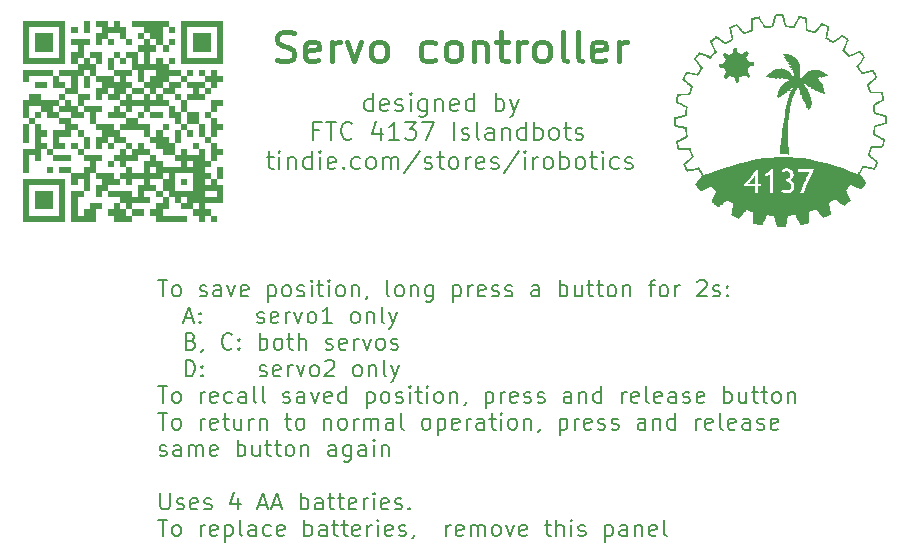
<source format=gbr>
%TF.GenerationSoftware,KiCad,Pcbnew,7.0.8*%
%TF.CreationDate,2024-06-10T09:02:31-04:00*%
%TF.ProjectId,bottomboard,626f7474-6f6d-4626-9f61-72642e6b6963,rev?*%
%TF.SameCoordinates,Original*%
%TF.FileFunction,Legend,Top*%
%TF.FilePolarity,Positive*%
%FSLAX46Y46*%
G04 Gerber Fmt 4.6, Leading zero omitted, Abs format (unit mm)*
G04 Created by KiCad (PCBNEW 7.0.8) date 2024-06-10 09:02:31*
%MOMM*%
%LPD*%
G01*
G04 APERTURE LIST*
%ADD10C,0.200000*%
%ADD11C,0.400000*%
%ADD12C,3.200000*%
G04 APERTURE END LIST*
D10*
X133392857Y-74391028D02*
X133392857Y-72891028D01*
X133392857Y-74319600D02*
X133249999Y-74391028D01*
X133249999Y-74391028D02*
X132964285Y-74391028D01*
X132964285Y-74391028D02*
X132821428Y-74319600D01*
X132821428Y-74319600D02*
X132749999Y-74248171D01*
X132749999Y-74248171D02*
X132678571Y-74105314D01*
X132678571Y-74105314D02*
X132678571Y-73676742D01*
X132678571Y-73676742D02*
X132749999Y-73533885D01*
X132749999Y-73533885D02*
X132821428Y-73462457D01*
X132821428Y-73462457D02*
X132964285Y-73391028D01*
X132964285Y-73391028D02*
X133249999Y-73391028D01*
X133249999Y-73391028D02*
X133392857Y-73462457D01*
X134678571Y-74319600D02*
X134535714Y-74391028D01*
X134535714Y-74391028D02*
X134250000Y-74391028D01*
X134250000Y-74391028D02*
X134107142Y-74319600D01*
X134107142Y-74319600D02*
X134035714Y-74176742D01*
X134035714Y-74176742D02*
X134035714Y-73605314D01*
X134035714Y-73605314D02*
X134107142Y-73462457D01*
X134107142Y-73462457D02*
X134250000Y-73391028D01*
X134250000Y-73391028D02*
X134535714Y-73391028D01*
X134535714Y-73391028D02*
X134678571Y-73462457D01*
X134678571Y-73462457D02*
X134750000Y-73605314D01*
X134750000Y-73605314D02*
X134750000Y-73748171D01*
X134750000Y-73748171D02*
X134035714Y-73891028D01*
X135321428Y-74319600D02*
X135464285Y-74391028D01*
X135464285Y-74391028D02*
X135749999Y-74391028D01*
X135749999Y-74391028D02*
X135892856Y-74319600D01*
X135892856Y-74319600D02*
X135964285Y-74176742D01*
X135964285Y-74176742D02*
X135964285Y-74105314D01*
X135964285Y-74105314D02*
X135892856Y-73962457D01*
X135892856Y-73962457D02*
X135749999Y-73891028D01*
X135749999Y-73891028D02*
X135535714Y-73891028D01*
X135535714Y-73891028D02*
X135392856Y-73819600D01*
X135392856Y-73819600D02*
X135321428Y-73676742D01*
X135321428Y-73676742D02*
X135321428Y-73605314D01*
X135321428Y-73605314D02*
X135392856Y-73462457D01*
X135392856Y-73462457D02*
X135535714Y-73391028D01*
X135535714Y-73391028D02*
X135749999Y-73391028D01*
X135749999Y-73391028D02*
X135892856Y-73462457D01*
X136607142Y-74391028D02*
X136607142Y-73391028D01*
X136607142Y-72891028D02*
X136535714Y-72962457D01*
X136535714Y-72962457D02*
X136607142Y-73033885D01*
X136607142Y-73033885D02*
X136678571Y-72962457D01*
X136678571Y-72962457D02*
X136607142Y-72891028D01*
X136607142Y-72891028D02*
X136607142Y-73033885D01*
X137964286Y-73391028D02*
X137964286Y-74605314D01*
X137964286Y-74605314D02*
X137892857Y-74748171D01*
X137892857Y-74748171D02*
X137821428Y-74819600D01*
X137821428Y-74819600D02*
X137678571Y-74891028D01*
X137678571Y-74891028D02*
X137464286Y-74891028D01*
X137464286Y-74891028D02*
X137321428Y-74819600D01*
X137964286Y-74319600D02*
X137821428Y-74391028D01*
X137821428Y-74391028D02*
X137535714Y-74391028D01*
X137535714Y-74391028D02*
X137392857Y-74319600D01*
X137392857Y-74319600D02*
X137321428Y-74248171D01*
X137321428Y-74248171D02*
X137250000Y-74105314D01*
X137250000Y-74105314D02*
X137250000Y-73676742D01*
X137250000Y-73676742D02*
X137321428Y-73533885D01*
X137321428Y-73533885D02*
X137392857Y-73462457D01*
X137392857Y-73462457D02*
X137535714Y-73391028D01*
X137535714Y-73391028D02*
X137821428Y-73391028D01*
X137821428Y-73391028D02*
X137964286Y-73462457D01*
X138678571Y-73391028D02*
X138678571Y-74391028D01*
X138678571Y-73533885D02*
X138750000Y-73462457D01*
X138750000Y-73462457D02*
X138892857Y-73391028D01*
X138892857Y-73391028D02*
X139107143Y-73391028D01*
X139107143Y-73391028D02*
X139250000Y-73462457D01*
X139250000Y-73462457D02*
X139321429Y-73605314D01*
X139321429Y-73605314D02*
X139321429Y-74391028D01*
X140607143Y-74319600D02*
X140464286Y-74391028D01*
X140464286Y-74391028D02*
X140178572Y-74391028D01*
X140178572Y-74391028D02*
X140035714Y-74319600D01*
X140035714Y-74319600D02*
X139964286Y-74176742D01*
X139964286Y-74176742D02*
X139964286Y-73605314D01*
X139964286Y-73605314D02*
X140035714Y-73462457D01*
X140035714Y-73462457D02*
X140178572Y-73391028D01*
X140178572Y-73391028D02*
X140464286Y-73391028D01*
X140464286Y-73391028D02*
X140607143Y-73462457D01*
X140607143Y-73462457D02*
X140678572Y-73605314D01*
X140678572Y-73605314D02*
X140678572Y-73748171D01*
X140678572Y-73748171D02*
X139964286Y-73891028D01*
X141964286Y-74391028D02*
X141964286Y-72891028D01*
X141964286Y-74319600D02*
X141821428Y-74391028D01*
X141821428Y-74391028D02*
X141535714Y-74391028D01*
X141535714Y-74391028D02*
X141392857Y-74319600D01*
X141392857Y-74319600D02*
X141321428Y-74248171D01*
X141321428Y-74248171D02*
X141250000Y-74105314D01*
X141250000Y-74105314D02*
X141250000Y-73676742D01*
X141250000Y-73676742D02*
X141321428Y-73533885D01*
X141321428Y-73533885D02*
X141392857Y-73462457D01*
X141392857Y-73462457D02*
X141535714Y-73391028D01*
X141535714Y-73391028D02*
X141821428Y-73391028D01*
X141821428Y-73391028D02*
X141964286Y-73462457D01*
X143821428Y-74391028D02*
X143821428Y-72891028D01*
X143821428Y-73462457D02*
X143964286Y-73391028D01*
X143964286Y-73391028D02*
X144250000Y-73391028D01*
X144250000Y-73391028D02*
X144392857Y-73462457D01*
X144392857Y-73462457D02*
X144464286Y-73533885D01*
X144464286Y-73533885D02*
X144535714Y-73676742D01*
X144535714Y-73676742D02*
X144535714Y-74105314D01*
X144535714Y-74105314D02*
X144464286Y-74248171D01*
X144464286Y-74248171D02*
X144392857Y-74319600D01*
X144392857Y-74319600D02*
X144250000Y-74391028D01*
X144250000Y-74391028D02*
X143964286Y-74391028D01*
X143964286Y-74391028D02*
X143821428Y-74319600D01*
X145035714Y-73391028D02*
X145392857Y-74391028D01*
X145750000Y-73391028D02*
X145392857Y-74391028D01*
X145392857Y-74391028D02*
X145250000Y-74748171D01*
X145250000Y-74748171D02*
X145178571Y-74819600D01*
X145178571Y-74819600D02*
X145035714Y-74891028D01*
X128857143Y-76020314D02*
X128357143Y-76020314D01*
X128357143Y-76806028D02*
X128357143Y-75306028D01*
X128357143Y-75306028D02*
X129071429Y-75306028D01*
X129428572Y-75306028D02*
X130285715Y-75306028D01*
X129857143Y-76806028D02*
X129857143Y-75306028D01*
X131642857Y-76663171D02*
X131571429Y-76734600D01*
X131571429Y-76734600D02*
X131357143Y-76806028D01*
X131357143Y-76806028D02*
X131214286Y-76806028D01*
X131214286Y-76806028D02*
X131000000Y-76734600D01*
X131000000Y-76734600D02*
X130857143Y-76591742D01*
X130857143Y-76591742D02*
X130785714Y-76448885D01*
X130785714Y-76448885D02*
X130714286Y-76163171D01*
X130714286Y-76163171D02*
X130714286Y-75948885D01*
X130714286Y-75948885D02*
X130785714Y-75663171D01*
X130785714Y-75663171D02*
X130857143Y-75520314D01*
X130857143Y-75520314D02*
X131000000Y-75377457D01*
X131000000Y-75377457D02*
X131214286Y-75306028D01*
X131214286Y-75306028D02*
X131357143Y-75306028D01*
X131357143Y-75306028D02*
X131571429Y-75377457D01*
X131571429Y-75377457D02*
X131642857Y-75448885D01*
X134071429Y-75806028D02*
X134071429Y-76806028D01*
X133714286Y-75234600D02*
X133357143Y-76306028D01*
X133357143Y-76306028D02*
X134285714Y-76306028D01*
X135642857Y-76806028D02*
X134785714Y-76806028D01*
X135214285Y-76806028D02*
X135214285Y-75306028D01*
X135214285Y-75306028D02*
X135071428Y-75520314D01*
X135071428Y-75520314D02*
X134928571Y-75663171D01*
X134928571Y-75663171D02*
X134785714Y-75734600D01*
X136142856Y-75306028D02*
X137071428Y-75306028D01*
X137071428Y-75306028D02*
X136571428Y-75877457D01*
X136571428Y-75877457D02*
X136785713Y-75877457D01*
X136785713Y-75877457D02*
X136928571Y-75948885D01*
X136928571Y-75948885D02*
X136999999Y-76020314D01*
X136999999Y-76020314D02*
X137071428Y-76163171D01*
X137071428Y-76163171D02*
X137071428Y-76520314D01*
X137071428Y-76520314D02*
X136999999Y-76663171D01*
X136999999Y-76663171D02*
X136928571Y-76734600D01*
X136928571Y-76734600D02*
X136785713Y-76806028D01*
X136785713Y-76806028D02*
X136357142Y-76806028D01*
X136357142Y-76806028D02*
X136214285Y-76734600D01*
X136214285Y-76734600D02*
X136142856Y-76663171D01*
X137571427Y-75306028D02*
X138571427Y-75306028D01*
X138571427Y-75306028D02*
X137928570Y-76806028D01*
X140285712Y-76806028D02*
X140285712Y-75306028D01*
X140928570Y-76734600D02*
X141071427Y-76806028D01*
X141071427Y-76806028D02*
X141357141Y-76806028D01*
X141357141Y-76806028D02*
X141499998Y-76734600D01*
X141499998Y-76734600D02*
X141571427Y-76591742D01*
X141571427Y-76591742D02*
X141571427Y-76520314D01*
X141571427Y-76520314D02*
X141499998Y-76377457D01*
X141499998Y-76377457D02*
X141357141Y-76306028D01*
X141357141Y-76306028D02*
X141142856Y-76306028D01*
X141142856Y-76306028D02*
X140999998Y-76234600D01*
X140999998Y-76234600D02*
X140928570Y-76091742D01*
X140928570Y-76091742D02*
X140928570Y-76020314D01*
X140928570Y-76020314D02*
X140999998Y-75877457D01*
X140999998Y-75877457D02*
X141142856Y-75806028D01*
X141142856Y-75806028D02*
X141357141Y-75806028D01*
X141357141Y-75806028D02*
X141499998Y-75877457D01*
X142428570Y-76806028D02*
X142285713Y-76734600D01*
X142285713Y-76734600D02*
X142214284Y-76591742D01*
X142214284Y-76591742D02*
X142214284Y-75306028D01*
X143642856Y-76806028D02*
X143642856Y-76020314D01*
X143642856Y-76020314D02*
X143571427Y-75877457D01*
X143571427Y-75877457D02*
X143428570Y-75806028D01*
X143428570Y-75806028D02*
X143142856Y-75806028D01*
X143142856Y-75806028D02*
X142999998Y-75877457D01*
X143642856Y-76734600D02*
X143499998Y-76806028D01*
X143499998Y-76806028D02*
X143142856Y-76806028D01*
X143142856Y-76806028D02*
X142999998Y-76734600D01*
X142999998Y-76734600D02*
X142928570Y-76591742D01*
X142928570Y-76591742D02*
X142928570Y-76448885D01*
X142928570Y-76448885D02*
X142999998Y-76306028D01*
X142999998Y-76306028D02*
X143142856Y-76234600D01*
X143142856Y-76234600D02*
X143499998Y-76234600D01*
X143499998Y-76234600D02*
X143642856Y-76163171D01*
X144357141Y-75806028D02*
X144357141Y-76806028D01*
X144357141Y-75948885D02*
X144428570Y-75877457D01*
X144428570Y-75877457D02*
X144571427Y-75806028D01*
X144571427Y-75806028D02*
X144785713Y-75806028D01*
X144785713Y-75806028D02*
X144928570Y-75877457D01*
X144928570Y-75877457D02*
X144999999Y-76020314D01*
X144999999Y-76020314D02*
X144999999Y-76806028D01*
X146357142Y-76806028D02*
X146357142Y-75306028D01*
X146357142Y-76734600D02*
X146214284Y-76806028D01*
X146214284Y-76806028D02*
X145928570Y-76806028D01*
X145928570Y-76806028D02*
X145785713Y-76734600D01*
X145785713Y-76734600D02*
X145714284Y-76663171D01*
X145714284Y-76663171D02*
X145642856Y-76520314D01*
X145642856Y-76520314D02*
X145642856Y-76091742D01*
X145642856Y-76091742D02*
X145714284Y-75948885D01*
X145714284Y-75948885D02*
X145785713Y-75877457D01*
X145785713Y-75877457D02*
X145928570Y-75806028D01*
X145928570Y-75806028D02*
X146214284Y-75806028D01*
X146214284Y-75806028D02*
X146357142Y-75877457D01*
X147071427Y-76806028D02*
X147071427Y-75306028D01*
X147071427Y-75877457D02*
X147214285Y-75806028D01*
X147214285Y-75806028D02*
X147499999Y-75806028D01*
X147499999Y-75806028D02*
X147642856Y-75877457D01*
X147642856Y-75877457D02*
X147714285Y-75948885D01*
X147714285Y-75948885D02*
X147785713Y-76091742D01*
X147785713Y-76091742D02*
X147785713Y-76520314D01*
X147785713Y-76520314D02*
X147714285Y-76663171D01*
X147714285Y-76663171D02*
X147642856Y-76734600D01*
X147642856Y-76734600D02*
X147499999Y-76806028D01*
X147499999Y-76806028D02*
X147214285Y-76806028D01*
X147214285Y-76806028D02*
X147071427Y-76734600D01*
X148642856Y-76806028D02*
X148499999Y-76734600D01*
X148499999Y-76734600D02*
X148428570Y-76663171D01*
X148428570Y-76663171D02*
X148357142Y-76520314D01*
X148357142Y-76520314D02*
X148357142Y-76091742D01*
X148357142Y-76091742D02*
X148428570Y-75948885D01*
X148428570Y-75948885D02*
X148499999Y-75877457D01*
X148499999Y-75877457D02*
X148642856Y-75806028D01*
X148642856Y-75806028D02*
X148857142Y-75806028D01*
X148857142Y-75806028D02*
X148999999Y-75877457D01*
X148999999Y-75877457D02*
X149071428Y-75948885D01*
X149071428Y-75948885D02*
X149142856Y-76091742D01*
X149142856Y-76091742D02*
X149142856Y-76520314D01*
X149142856Y-76520314D02*
X149071428Y-76663171D01*
X149071428Y-76663171D02*
X148999999Y-76734600D01*
X148999999Y-76734600D02*
X148857142Y-76806028D01*
X148857142Y-76806028D02*
X148642856Y-76806028D01*
X149571428Y-75806028D02*
X150142856Y-75806028D01*
X149785713Y-75306028D02*
X149785713Y-76591742D01*
X149785713Y-76591742D02*
X149857142Y-76734600D01*
X149857142Y-76734600D02*
X149999999Y-76806028D01*
X149999999Y-76806028D02*
X150142856Y-76806028D01*
X150571428Y-76734600D02*
X150714285Y-76806028D01*
X150714285Y-76806028D02*
X150999999Y-76806028D01*
X150999999Y-76806028D02*
X151142856Y-76734600D01*
X151142856Y-76734600D02*
X151214285Y-76591742D01*
X151214285Y-76591742D02*
X151214285Y-76520314D01*
X151214285Y-76520314D02*
X151142856Y-76377457D01*
X151142856Y-76377457D02*
X150999999Y-76306028D01*
X150999999Y-76306028D02*
X150785714Y-76306028D01*
X150785714Y-76306028D02*
X150642856Y-76234600D01*
X150642856Y-76234600D02*
X150571428Y-76091742D01*
X150571428Y-76091742D02*
X150571428Y-76020314D01*
X150571428Y-76020314D02*
X150642856Y-75877457D01*
X150642856Y-75877457D02*
X150785714Y-75806028D01*
X150785714Y-75806028D02*
X150999999Y-75806028D01*
X150999999Y-75806028D02*
X151142856Y-75877457D01*
X115214911Y-88682266D02*
X116014911Y-88682266D01*
X115614911Y-90082266D02*
X115614911Y-88682266D01*
X116681578Y-90082266D02*
X116548245Y-90015600D01*
X116548245Y-90015600D02*
X116481578Y-89948933D01*
X116481578Y-89948933D02*
X116414911Y-89815600D01*
X116414911Y-89815600D02*
X116414911Y-89415600D01*
X116414911Y-89415600D02*
X116481578Y-89282266D01*
X116481578Y-89282266D02*
X116548245Y-89215600D01*
X116548245Y-89215600D02*
X116681578Y-89148933D01*
X116681578Y-89148933D02*
X116881578Y-89148933D01*
X116881578Y-89148933D02*
X117014911Y-89215600D01*
X117014911Y-89215600D02*
X117081578Y-89282266D01*
X117081578Y-89282266D02*
X117148245Y-89415600D01*
X117148245Y-89415600D02*
X117148245Y-89815600D01*
X117148245Y-89815600D02*
X117081578Y-89948933D01*
X117081578Y-89948933D02*
X117014911Y-90015600D01*
X117014911Y-90015600D02*
X116881578Y-90082266D01*
X116881578Y-90082266D02*
X116681578Y-90082266D01*
X118748245Y-90015600D02*
X118881579Y-90082266D01*
X118881579Y-90082266D02*
X119148245Y-90082266D01*
X119148245Y-90082266D02*
X119281579Y-90015600D01*
X119281579Y-90015600D02*
X119348245Y-89882266D01*
X119348245Y-89882266D02*
X119348245Y-89815600D01*
X119348245Y-89815600D02*
X119281579Y-89682266D01*
X119281579Y-89682266D02*
X119148245Y-89615600D01*
X119148245Y-89615600D02*
X118948245Y-89615600D01*
X118948245Y-89615600D02*
X118814912Y-89548933D01*
X118814912Y-89548933D02*
X118748245Y-89415600D01*
X118748245Y-89415600D02*
X118748245Y-89348933D01*
X118748245Y-89348933D02*
X118814912Y-89215600D01*
X118814912Y-89215600D02*
X118948245Y-89148933D01*
X118948245Y-89148933D02*
X119148245Y-89148933D01*
X119148245Y-89148933D02*
X119281579Y-89215600D01*
X120548245Y-90082266D02*
X120548245Y-89348933D01*
X120548245Y-89348933D02*
X120481578Y-89215600D01*
X120481578Y-89215600D02*
X120348245Y-89148933D01*
X120348245Y-89148933D02*
X120081578Y-89148933D01*
X120081578Y-89148933D02*
X119948245Y-89215600D01*
X120548245Y-90015600D02*
X120414912Y-90082266D01*
X120414912Y-90082266D02*
X120081578Y-90082266D01*
X120081578Y-90082266D02*
X119948245Y-90015600D01*
X119948245Y-90015600D02*
X119881578Y-89882266D01*
X119881578Y-89882266D02*
X119881578Y-89748933D01*
X119881578Y-89748933D02*
X119948245Y-89615600D01*
X119948245Y-89615600D02*
X120081578Y-89548933D01*
X120081578Y-89548933D02*
X120414912Y-89548933D01*
X120414912Y-89548933D02*
X120548245Y-89482266D01*
X121081579Y-89148933D02*
X121414912Y-90082266D01*
X121414912Y-90082266D02*
X121748245Y-89148933D01*
X122814912Y-90015600D02*
X122681579Y-90082266D01*
X122681579Y-90082266D02*
X122414912Y-90082266D01*
X122414912Y-90082266D02*
X122281579Y-90015600D01*
X122281579Y-90015600D02*
X122214912Y-89882266D01*
X122214912Y-89882266D02*
X122214912Y-89348933D01*
X122214912Y-89348933D02*
X122281579Y-89215600D01*
X122281579Y-89215600D02*
X122414912Y-89148933D01*
X122414912Y-89148933D02*
X122681579Y-89148933D01*
X122681579Y-89148933D02*
X122814912Y-89215600D01*
X122814912Y-89215600D02*
X122881579Y-89348933D01*
X122881579Y-89348933D02*
X122881579Y-89482266D01*
X122881579Y-89482266D02*
X122214912Y-89615600D01*
X124548246Y-89148933D02*
X124548246Y-90548933D01*
X124548246Y-89215600D02*
X124681579Y-89148933D01*
X124681579Y-89148933D02*
X124948246Y-89148933D01*
X124948246Y-89148933D02*
X125081579Y-89215600D01*
X125081579Y-89215600D02*
X125148246Y-89282266D01*
X125148246Y-89282266D02*
X125214913Y-89415600D01*
X125214913Y-89415600D02*
X125214913Y-89815600D01*
X125214913Y-89815600D02*
X125148246Y-89948933D01*
X125148246Y-89948933D02*
X125081579Y-90015600D01*
X125081579Y-90015600D02*
X124948246Y-90082266D01*
X124948246Y-90082266D02*
X124681579Y-90082266D01*
X124681579Y-90082266D02*
X124548246Y-90015600D01*
X126014913Y-90082266D02*
X125881580Y-90015600D01*
X125881580Y-90015600D02*
X125814913Y-89948933D01*
X125814913Y-89948933D02*
X125748246Y-89815600D01*
X125748246Y-89815600D02*
X125748246Y-89415600D01*
X125748246Y-89415600D02*
X125814913Y-89282266D01*
X125814913Y-89282266D02*
X125881580Y-89215600D01*
X125881580Y-89215600D02*
X126014913Y-89148933D01*
X126014913Y-89148933D02*
X126214913Y-89148933D01*
X126214913Y-89148933D02*
X126348246Y-89215600D01*
X126348246Y-89215600D02*
X126414913Y-89282266D01*
X126414913Y-89282266D02*
X126481580Y-89415600D01*
X126481580Y-89415600D02*
X126481580Y-89815600D01*
X126481580Y-89815600D02*
X126414913Y-89948933D01*
X126414913Y-89948933D02*
X126348246Y-90015600D01*
X126348246Y-90015600D02*
X126214913Y-90082266D01*
X126214913Y-90082266D02*
X126014913Y-90082266D01*
X127014913Y-90015600D02*
X127148247Y-90082266D01*
X127148247Y-90082266D02*
X127414913Y-90082266D01*
X127414913Y-90082266D02*
X127548247Y-90015600D01*
X127548247Y-90015600D02*
X127614913Y-89882266D01*
X127614913Y-89882266D02*
X127614913Y-89815600D01*
X127614913Y-89815600D02*
X127548247Y-89682266D01*
X127548247Y-89682266D02*
X127414913Y-89615600D01*
X127414913Y-89615600D02*
X127214913Y-89615600D01*
X127214913Y-89615600D02*
X127081580Y-89548933D01*
X127081580Y-89548933D02*
X127014913Y-89415600D01*
X127014913Y-89415600D02*
X127014913Y-89348933D01*
X127014913Y-89348933D02*
X127081580Y-89215600D01*
X127081580Y-89215600D02*
X127214913Y-89148933D01*
X127214913Y-89148933D02*
X127414913Y-89148933D01*
X127414913Y-89148933D02*
X127548247Y-89215600D01*
X128214913Y-90082266D02*
X128214913Y-89148933D01*
X128214913Y-88682266D02*
X128148246Y-88748933D01*
X128148246Y-88748933D02*
X128214913Y-88815600D01*
X128214913Y-88815600D02*
X128281580Y-88748933D01*
X128281580Y-88748933D02*
X128214913Y-88682266D01*
X128214913Y-88682266D02*
X128214913Y-88815600D01*
X128681580Y-89148933D02*
X129214913Y-89148933D01*
X128881580Y-88682266D02*
X128881580Y-89882266D01*
X128881580Y-89882266D02*
X128948247Y-90015600D01*
X128948247Y-90015600D02*
X129081580Y-90082266D01*
X129081580Y-90082266D02*
X129214913Y-90082266D01*
X129681580Y-90082266D02*
X129681580Y-89148933D01*
X129681580Y-88682266D02*
X129614913Y-88748933D01*
X129614913Y-88748933D02*
X129681580Y-88815600D01*
X129681580Y-88815600D02*
X129748247Y-88748933D01*
X129748247Y-88748933D02*
X129681580Y-88682266D01*
X129681580Y-88682266D02*
X129681580Y-88815600D01*
X130548247Y-90082266D02*
X130414914Y-90015600D01*
X130414914Y-90015600D02*
X130348247Y-89948933D01*
X130348247Y-89948933D02*
X130281580Y-89815600D01*
X130281580Y-89815600D02*
X130281580Y-89415600D01*
X130281580Y-89415600D02*
X130348247Y-89282266D01*
X130348247Y-89282266D02*
X130414914Y-89215600D01*
X130414914Y-89215600D02*
X130548247Y-89148933D01*
X130548247Y-89148933D02*
X130748247Y-89148933D01*
X130748247Y-89148933D02*
X130881580Y-89215600D01*
X130881580Y-89215600D02*
X130948247Y-89282266D01*
X130948247Y-89282266D02*
X131014914Y-89415600D01*
X131014914Y-89415600D02*
X131014914Y-89815600D01*
X131014914Y-89815600D02*
X130948247Y-89948933D01*
X130948247Y-89948933D02*
X130881580Y-90015600D01*
X130881580Y-90015600D02*
X130748247Y-90082266D01*
X130748247Y-90082266D02*
X130548247Y-90082266D01*
X131614914Y-89148933D02*
X131614914Y-90082266D01*
X131614914Y-89282266D02*
X131681581Y-89215600D01*
X131681581Y-89215600D02*
X131814914Y-89148933D01*
X131814914Y-89148933D02*
X132014914Y-89148933D01*
X132014914Y-89148933D02*
X132148247Y-89215600D01*
X132148247Y-89215600D02*
X132214914Y-89348933D01*
X132214914Y-89348933D02*
X132214914Y-90082266D01*
X132948248Y-90015600D02*
X132948248Y-90082266D01*
X132948248Y-90082266D02*
X132881581Y-90215600D01*
X132881581Y-90215600D02*
X132814914Y-90282266D01*
X134814915Y-90082266D02*
X134681582Y-90015600D01*
X134681582Y-90015600D02*
X134614915Y-89882266D01*
X134614915Y-89882266D02*
X134614915Y-88682266D01*
X135548248Y-90082266D02*
X135414915Y-90015600D01*
X135414915Y-90015600D02*
X135348248Y-89948933D01*
X135348248Y-89948933D02*
X135281581Y-89815600D01*
X135281581Y-89815600D02*
X135281581Y-89415600D01*
X135281581Y-89415600D02*
X135348248Y-89282266D01*
X135348248Y-89282266D02*
X135414915Y-89215600D01*
X135414915Y-89215600D02*
X135548248Y-89148933D01*
X135548248Y-89148933D02*
X135748248Y-89148933D01*
X135748248Y-89148933D02*
X135881581Y-89215600D01*
X135881581Y-89215600D02*
X135948248Y-89282266D01*
X135948248Y-89282266D02*
X136014915Y-89415600D01*
X136014915Y-89415600D02*
X136014915Y-89815600D01*
X136014915Y-89815600D02*
X135948248Y-89948933D01*
X135948248Y-89948933D02*
X135881581Y-90015600D01*
X135881581Y-90015600D02*
X135748248Y-90082266D01*
X135748248Y-90082266D02*
X135548248Y-90082266D01*
X136614915Y-89148933D02*
X136614915Y-90082266D01*
X136614915Y-89282266D02*
X136681582Y-89215600D01*
X136681582Y-89215600D02*
X136814915Y-89148933D01*
X136814915Y-89148933D02*
X137014915Y-89148933D01*
X137014915Y-89148933D02*
X137148248Y-89215600D01*
X137148248Y-89215600D02*
X137214915Y-89348933D01*
X137214915Y-89348933D02*
X137214915Y-90082266D01*
X138481582Y-89148933D02*
X138481582Y-90282266D01*
X138481582Y-90282266D02*
X138414915Y-90415600D01*
X138414915Y-90415600D02*
X138348249Y-90482266D01*
X138348249Y-90482266D02*
X138214915Y-90548933D01*
X138214915Y-90548933D02*
X138014915Y-90548933D01*
X138014915Y-90548933D02*
X137881582Y-90482266D01*
X138481582Y-90015600D02*
X138348249Y-90082266D01*
X138348249Y-90082266D02*
X138081582Y-90082266D01*
X138081582Y-90082266D02*
X137948249Y-90015600D01*
X137948249Y-90015600D02*
X137881582Y-89948933D01*
X137881582Y-89948933D02*
X137814915Y-89815600D01*
X137814915Y-89815600D02*
X137814915Y-89415600D01*
X137814915Y-89415600D02*
X137881582Y-89282266D01*
X137881582Y-89282266D02*
X137948249Y-89215600D01*
X137948249Y-89215600D02*
X138081582Y-89148933D01*
X138081582Y-89148933D02*
X138348249Y-89148933D01*
X138348249Y-89148933D02*
X138481582Y-89215600D01*
X140214916Y-89148933D02*
X140214916Y-90548933D01*
X140214916Y-89215600D02*
X140348249Y-89148933D01*
X140348249Y-89148933D02*
X140614916Y-89148933D01*
X140614916Y-89148933D02*
X140748249Y-89215600D01*
X140748249Y-89215600D02*
X140814916Y-89282266D01*
X140814916Y-89282266D02*
X140881583Y-89415600D01*
X140881583Y-89415600D02*
X140881583Y-89815600D01*
X140881583Y-89815600D02*
X140814916Y-89948933D01*
X140814916Y-89948933D02*
X140748249Y-90015600D01*
X140748249Y-90015600D02*
X140614916Y-90082266D01*
X140614916Y-90082266D02*
X140348249Y-90082266D01*
X140348249Y-90082266D02*
X140214916Y-90015600D01*
X141481583Y-90082266D02*
X141481583Y-89148933D01*
X141481583Y-89415600D02*
X141548250Y-89282266D01*
X141548250Y-89282266D02*
X141614916Y-89215600D01*
X141614916Y-89215600D02*
X141748250Y-89148933D01*
X141748250Y-89148933D02*
X141881583Y-89148933D01*
X142881583Y-90015600D02*
X142748250Y-90082266D01*
X142748250Y-90082266D02*
X142481583Y-90082266D01*
X142481583Y-90082266D02*
X142348250Y-90015600D01*
X142348250Y-90015600D02*
X142281583Y-89882266D01*
X142281583Y-89882266D02*
X142281583Y-89348933D01*
X142281583Y-89348933D02*
X142348250Y-89215600D01*
X142348250Y-89215600D02*
X142481583Y-89148933D01*
X142481583Y-89148933D02*
X142748250Y-89148933D01*
X142748250Y-89148933D02*
X142881583Y-89215600D01*
X142881583Y-89215600D02*
X142948250Y-89348933D01*
X142948250Y-89348933D02*
X142948250Y-89482266D01*
X142948250Y-89482266D02*
X142281583Y-89615600D01*
X143481583Y-90015600D02*
X143614917Y-90082266D01*
X143614917Y-90082266D02*
X143881583Y-90082266D01*
X143881583Y-90082266D02*
X144014917Y-90015600D01*
X144014917Y-90015600D02*
X144081583Y-89882266D01*
X144081583Y-89882266D02*
X144081583Y-89815600D01*
X144081583Y-89815600D02*
X144014917Y-89682266D01*
X144014917Y-89682266D02*
X143881583Y-89615600D01*
X143881583Y-89615600D02*
X143681583Y-89615600D01*
X143681583Y-89615600D02*
X143548250Y-89548933D01*
X143548250Y-89548933D02*
X143481583Y-89415600D01*
X143481583Y-89415600D02*
X143481583Y-89348933D01*
X143481583Y-89348933D02*
X143548250Y-89215600D01*
X143548250Y-89215600D02*
X143681583Y-89148933D01*
X143681583Y-89148933D02*
X143881583Y-89148933D01*
X143881583Y-89148933D02*
X144014917Y-89215600D01*
X144614916Y-90015600D02*
X144748250Y-90082266D01*
X144748250Y-90082266D02*
X145014916Y-90082266D01*
X145014916Y-90082266D02*
X145148250Y-90015600D01*
X145148250Y-90015600D02*
X145214916Y-89882266D01*
X145214916Y-89882266D02*
X145214916Y-89815600D01*
X145214916Y-89815600D02*
X145148250Y-89682266D01*
X145148250Y-89682266D02*
X145014916Y-89615600D01*
X145014916Y-89615600D02*
X144814916Y-89615600D01*
X144814916Y-89615600D02*
X144681583Y-89548933D01*
X144681583Y-89548933D02*
X144614916Y-89415600D01*
X144614916Y-89415600D02*
X144614916Y-89348933D01*
X144614916Y-89348933D02*
X144681583Y-89215600D01*
X144681583Y-89215600D02*
X144814916Y-89148933D01*
X144814916Y-89148933D02*
X145014916Y-89148933D01*
X145014916Y-89148933D02*
X145148250Y-89215600D01*
X147481583Y-90082266D02*
X147481583Y-89348933D01*
X147481583Y-89348933D02*
X147414916Y-89215600D01*
X147414916Y-89215600D02*
X147281583Y-89148933D01*
X147281583Y-89148933D02*
X147014916Y-89148933D01*
X147014916Y-89148933D02*
X146881583Y-89215600D01*
X147481583Y-90015600D02*
X147348250Y-90082266D01*
X147348250Y-90082266D02*
X147014916Y-90082266D01*
X147014916Y-90082266D02*
X146881583Y-90015600D01*
X146881583Y-90015600D02*
X146814916Y-89882266D01*
X146814916Y-89882266D02*
X146814916Y-89748933D01*
X146814916Y-89748933D02*
X146881583Y-89615600D01*
X146881583Y-89615600D02*
X147014916Y-89548933D01*
X147014916Y-89548933D02*
X147348250Y-89548933D01*
X147348250Y-89548933D02*
X147481583Y-89482266D01*
X149214917Y-90082266D02*
X149214917Y-88682266D01*
X149214917Y-89215600D02*
X149348250Y-89148933D01*
X149348250Y-89148933D02*
X149614917Y-89148933D01*
X149614917Y-89148933D02*
X149748250Y-89215600D01*
X149748250Y-89215600D02*
X149814917Y-89282266D01*
X149814917Y-89282266D02*
X149881584Y-89415600D01*
X149881584Y-89415600D02*
X149881584Y-89815600D01*
X149881584Y-89815600D02*
X149814917Y-89948933D01*
X149814917Y-89948933D02*
X149748250Y-90015600D01*
X149748250Y-90015600D02*
X149614917Y-90082266D01*
X149614917Y-90082266D02*
X149348250Y-90082266D01*
X149348250Y-90082266D02*
X149214917Y-90015600D01*
X151081584Y-89148933D02*
X151081584Y-90082266D01*
X150481584Y-89148933D02*
X150481584Y-89882266D01*
X150481584Y-89882266D02*
X150548251Y-90015600D01*
X150548251Y-90015600D02*
X150681584Y-90082266D01*
X150681584Y-90082266D02*
X150881584Y-90082266D01*
X150881584Y-90082266D02*
X151014917Y-90015600D01*
X151014917Y-90015600D02*
X151081584Y-89948933D01*
X151548251Y-89148933D02*
X152081584Y-89148933D01*
X151748251Y-88682266D02*
X151748251Y-89882266D01*
X151748251Y-89882266D02*
X151814918Y-90015600D01*
X151814918Y-90015600D02*
X151948251Y-90082266D01*
X151948251Y-90082266D02*
X152081584Y-90082266D01*
X152348251Y-89148933D02*
X152881584Y-89148933D01*
X152548251Y-88682266D02*
X152548251Y-89882266D01*
X152548251Y-89882266D02*
X152614918Y-90015600D01*
X152614918Y-90015600D02*
X152748251Y-90082266D01*
X152748251Y-90082266D02*
X152881584Y-90082266D01*
X153548251Y-90082266D02*
X153414918Y-90015600D01*
X153414918Y-90015600D02*
X153348251Y-89948933D01*
X153348251Y-89948933D02*
X153281584Y-89815600D01*
X153281584Y-89815600D02*
X153281584Y-89415600D01*
X153281584Y-89415600D02*
X153348251Y-89282266D01*
X153348251Y-89282266D02*
X153414918Y-89215600D01*
X153414918Y-89215600D02*
X153548251Y-89148933D01*
X153548251Y-89148933D02*
X153748251Y-89148933D01*
X153748251Y-89148933D02*
X153881584Y-89215600D01*
X153881584Y-89215600D02*
X153948251Y-89282266D01*
X153948251Y-89282266D02*
X154014918Y-89415600D01*
X154014918Y-89415600D02*
X154014918Y-89815600D01*
X154014918Y-89815600D02*
X153948251Y-89948933D01*
X153948251Y-89948933D02*
X153881584Y-90015600D01*
X153881584Y-90015600D02*
X153748251Y-90082266D01*
X153748251Y-90082266D02*
X153548251Y-90082266D01*
X154614918Y-89148933D02*
X154614918Y-90082266D01*
X154614918Y-89282266D02*
X154681585Y-89215600D01*
X154681585Y-89215600D02*
X154814918Y-89148933D01*
X154814918Y-89148933D02*
X155014918Y-89148933D01*
X155014918Y-89148933D02*
X155148251Y-89215600D01*
X155148251Y-89215600D02*
X155214918Y-89348933D01*
X155214918Y-89348933D02*
X155214918Y-90082266D01*
X156748252Y-89148933D02*
X157281585Y-89148933D01*
X156948252Y-90082266D02*
X156948252Y-88882266D01*
X156948252Y-88882266D02*
X157014919Y-88748933D01*
X157014919Y-88748933D02*
X157148252Y-88682266D01*
X157148252Y-88682266D02*
X157281585Y-88682266D01*
X157948252Y-90082266D02*
X157814919Y-90015600D01*
X157814919Y-90015600D02*
X157748252Y-89948933D01*
X157748252Y-89948933D02*
X157681585Y-89815600D01*
X157681585Y-89815600D02*
X157681585Y-89415600D01*
X157681585Y-89415600D02*
X157748252Y-89282266D01*
X157748252Y-89282266D02*
X157814919Y-89215600D01*
X157814919Y-89215600D02*
X157948252Y-89148933D01*
X157948252Y-89148933D02*
X158148252Y-89148933D01*
X158148252Y-89148933D02*
X158281585Y-89215600D01*
X158281585Y-89215600D02*
X158348252Y-89282266D01*
X158348252Y-89282266D02*
X158414919Y-89415600D01*
X158414919Y-89415600D02*
X158414919Y-89815600D01*
X158414919Y-89815600D02*
X158348252Y-89948933D01*
X158348252Y-89948933D02*
X158281585Y-90015600D01*
X158281585Y-90015600D02*
X158148252Y-90082266D01*
X158148252Y-90082266D02*
X157948252Y-90082266D01*
X159014919Y-90082266D02*
X159014919Y-89148933D01*
X159014919Y-89415600D02*
X159081586Y-89282266D01*
X159081586Y-89282266D02*
X159148252Y-89215600D01*
X159148252Y-89215600D02*
X159281586Y-89148933D01*
X159281586Y-89148933D02*
X159414919Y-89148933D01*
X160881586Y-88815600D02*
X160948253Y-88748933D01*
X160948253Y-88748933D02*
X161081586Y-88682266D01*
X161081586Y-88682266D02*
X161414920Y-88682266D01*
X161414920Y-88682266D02*
X161548253Y-88748933D01*
X161548253Y-88748933D02*
X161614920Y-88815600D01*
X161614920Y-88815600D02*
X161681586Y-88948933D01*
X161681586Y-88948933D02*
X161681586Y-89082266D01*
X161681586Y-89082266D02*
X161614920Y-89282266D01*
X161614920Y-89282266D02*
X160814920Y-90082266D01*
X160814920Y-90082266D02*
X161681586Y-90082266D01*
X162214919Y-90015600D02*
X162348253Y-90082266D01*
X162348253Y-90082266D02*
X162614919Y-90082266D01*
X162614919Y-90082266D02*
X162748253Y-90015600D01*
X162748253Y-90015600D02*
X162814919Y-89882266D01*
X162814919Y-89882266D02*
X162814919Y-89815600D01*
X162814919Y-89815600D02*
X162748253Y-89682266D01*
X162748253Y-89682266D02*
X162614919Y-89615600D01*
X162614919Y-89615600D02*
X162414919Y-89615600D01*
X162414919Y-89615600D02*
X162281586Y-89548933D01*
X162281586Y-89548933D02*
X162214919Y-89415600D01*
X162214919Y-89415600D02*
X162214919Y-89348933D01*
X162214919Y-89348933D02*
X162281586Y-89215600D01*
X162281586Y-89215600D02*
X162414919Y-89148933D01*
X162414919Y-89148933D02*
X162614919Y-89148933D01*
X162614919Y-89148933D02*
X162748253Y-89215600D01*
X163414919Y-89948933D02*
X163481586Y-90015600D01*
X163481586Y-90015600D02*
X163414919Y-90082266D01*
X163414919Y-90082266D02*
X163348252Y-90015600D01*
X163348252Y-90015600D02*
X163414919Y-89948933D01*
X163414919Y-89948933D02*
X163414919Y-90082266D01*
X163414919Y-89215600D02*
X163481586Y-89282266D01*
X163481586Y-89282266D02*
X163414919Y-89348933D01*
X163414919Y-89348933D02*
X163348252Y-89282266D01*
X163348252Y-89282266D02*
X163414919Y-89215600D01*
X163414919Y-89215600D02*
X163414919Y-89348933D01*
X117481578Y-91936266D02*
X118148245Y-91936266D01*
X117348245Y-92336266D02*
X117814912Y-90936266D01*
X117814912Y-90936266D02*
X118281578Y-92336266D01*
X118748245Y-92202933D02*
X118814912Y-92269600D01*
X118814912Y-92269600D02*
X118748245Y-92336266D01*
X118748245Y-92336266D02*
X118681578Y-92269600D01*
X118681578Y-92269600D02*
X118748245Y-92202933D01*
X118748245Y-92202933D02*
X118748245Y-92336266D01*
X118748245Y-91469600D02*
X118814912Y-91536266D01*
X118814912Y-91536266D02*
X118748245Y-91602933D01*
X118748245Y-91602933D02*
X118681578Y-91536266D01*
X118681578Y-91536266D02*
X118748245Y-91469600D01*
X118748245Y-91469600D02*
X118748245Y-91602933D01*
X123614913Y-92269600D02*
X123748247Y-92336266D01*
X123748247Y-92336266D02*
X124014913Y-92336266D01*
X124014913Y-92336266D02*
X124148247Y-92269600D01*
X124148247Y-92269600D02*
X124214913Y-92136266D01*
X124214913Y-92136266D02*
X124214913Y-92069600D01*
X124214913Y-92069600D02*
X124148247Y-91936266D01*
X124148247Y-91936266D02*
X124014913Y-91869600D01*
X124014913Y-91869600D02*
X123814913Y-91869600D01*
X123814913Y-91869600D02*
X123681580Y-91802933D01*
X123681580Y-91802933D02*
X123614913Y-91669600D01*
X123614913Y-91669600D02*
X123614913Y-91602933D01*
X123614913Y-91602933D02*
X123681580Y-91469600D01*
X123681580Y-91469600D02*
X123814913Y-91402933D01*
X123814913Y-91402933D02*
X124014913Y-91402933D01*
X124014913Y-91402933D02*
X124148247Y-91469600D01*
X125348246Y-92269600D02*
X125214913Y-92336266D01*
X125214913Y-92336266D02*
X124948246Y-92336266D01*
X124948246Y-92336266D02*
X124814913Y-92269600D01*
X124814913Y-92269600D02*
X124748246Y-92136266D01*
X124748246Y-92136266D02*
X124748246Y-91602933D01*
X124748246Y-91602933D02*
X124814913Y-91469600D01*
X124814913Y-91469600D02*
X124948246Y-91402933D01*
X124948246Y-91402933D02*
X125214913Y-91402933D01*
X125214913Y-91402933D02*
X125348246Y-91469600D01*
X125348246Y-91469600D02*
X125414913Y-91602933D01*
X125414913Y-91602933D02*
X125414913Y-91736266D01*
X125414913Y-91736266D02*
X124748246Y-91869600D01*
X126014913Y-92336266D02*
X126014913Y-91402933D01*
X126014913Y-91669600D02*
X126081580Y-91536266D01*
X126081580Y-91536266D02*
X126148246Y-91469600D01*
X126148246Y-91469600D02*
X126281580Y-91402933D01*
X126281580Y-91402933D02*
X126414913Y-91402933D01*
X126748247Y-91402933D02*
X127081580Y-92336266D01*
X127081580Y-92336266D02*
X127414913Y-91402933D01*
X128148247Y-92336266D02*
X128014914Y-92269600D01*
X128014914Y-92269600D02*
X127948247Y-92202933D01*
X127948247Y-92202933D02*
X127881580Y-92069600D01*
X127881580Y-92069600D02*
X127881580Y-91669600D01*
X127881580Y-91669600D02*
X127948247Y-91536266D01*
X127948247Y-91536266D02*
X128014914Y-91469600D01*
X128014914Y-91469600D02*
X128148247Y-91402933D01*
X128148247Y-91402933D02*
X128348247Y-91402933D01*
X128348247Y-91402933D02*
X128481580Y-91469600D01*
X128481580Y-91469600D02*
X128548247Y-91536266D01*
X128548247Y-91536266D02*
X128614914Y-91669600D01*
X128614914Y-91669600D02*
X128614914Y-92069600D01*
X128614914Y-92069600D02*
X128548247Y-92202933D01*
X128548247Y-92202933D02*
X128481580Y-92269600D01*
X128481580Y-92269600D02*
X128348247Y-92336266D01*
X128348247Y-92336266D02*
X128148247Y-92336266D01*
X129948247Y-92336266D02*
X129148247Y-92336266D01*
X129548247Y-92336266D02*
X129548247Y-90936266D01*
X129548247Y-90936266D02*
X129414914Y-91136266D01*
X129414914Y-91136266D02*
X129281581Y-91269600D01*
X129281581Y-91269600D02*
X129148247Y-91336266D01*
X131814914Y-92336266D02*
X131681581Y-92269600D01*
X131681581Y-92269600D02*
X131614914Y-92202933D01*
X131614914Y-92202933D02*
X131548247Y-92069600D01*
X131548247Y-92069600D02*
X131548247Y-91669600D01*
X131548247Y-91669600D02*
X131614914Y-91536266D01*
X131614914Y-91536266D02*
X131681581Y-91469600D01*
X131681581Y-91469600D02*
X131814914Y-91402933D01*
X131814914Y-91402933D02*
X132014914Y-91402933D01*
X132014914Y-91402933D02*
X132148247Y-91469600D01*
X132148247Y-91469600D02*
X132214914Y-91536266D01*
X132214914Y-91536266D02*
X132281581Y-91669600D01*
X132281581Y-91669600D02*
X132281581Y-92069600D01*
X132281581Y-92069600D02*
X132214914Y-92202933D01*
X132214914Y-92202933D02*
X132148247Y-92269600D01*
X132148247Y-92269600D02*
X132014914Y-92336266D01*
X132014914Y-92336266D02*
X131814914Y-92336266D01*
X132881581Y-91402933D02*
X132881581Y-92336266D01*
X132881581Y-91536266D02*
X132948248Y-91469600D01*
X132948248Y-91469600D02*
X133081581Y-91402933D01*
X133081581Y-91402933D02*
X133281581Y-91402933D01*
X133281581Y-91402933D02*
X133414914Y-91469600D01*
X133414914Y-91469600D02*
X133481581Y-91602933D01*
X133481581Y-91602933D02*
X133481581Y-92336266D01*
X134348248Y-92336266D02*
X134214915Y-92269600D01*
X134214915Y-92269600D02*
X134148248Y-92136266D01*
X134148248Y-92136266D02*
X134148248Y-90936266D01*
X134748248Y-91402933D02*
X135081581Y-92336266D01*
X135414914Y-91402933D02*
X135081581Y-92336266D01*
X135081581Y-92336266D02*
X134948248Y-92669600D01*
X134948248Y-92669600D02*
X134881581Y-92736266D01*
X134881581Y-92736266D02*
X134748248Y-92802933D01*
X118014912Y-93856933D02*
X118214912Y-93923600D01*
X118214912Y-93923600D02*
X118281578Y-93990266D01*
X118281578Y-93990266D02*
X118348245Y-94123600D01*
X118348245Y-94123600D02*
X118348245Y-94323600D01*
X118348245Y-94323600D02*
X118281578Y-94456933D01*
X118281578Y-94456933D02*
X118214912Y-94523600D01*
X118214912Y-94523600D02*
X118081578Y-94590266D01*
X118081578Y-94590266D02*
X117548245Y-94590266D01*
X117548245Y-94590266D02*
X117548245Y-93190266D01*
X117548245Y-93190266D02*
X118014912Y-93190266D01*
X118014912Y-93190266D02*
X118148245Y-93256933D01*
X118148245Y-93256933D02*
X118214912Y-93323600D01*
X118214912Y-93323600D02*
X118281578Y-93456933D01*
X118281578Y-93456933D02*
X118281578Y-93590266D01*
X118281578Y-93590266D02*
X118214912Y-93723600D01*
X118214912Y-93723600D02*
X118148245Y-93790266D01*
X118148245Y-93790266D02*
X118014912Y-93856933D01*
X118014912Y-93856933D02*
X117548245Y-93856933D01*
X119014912Y-94523600D02*
X119014912Y-94590266D01*
X119014912Y-94590266D02*
X118948245Y-94723600D01*
X118948245Y-94723600D02*
X118881578Y-94790266D01*
X121481579Y-94456933D02*
X121414912Y-94523600D01*
X121414912Y-94523600D02*
X121214912Y-94590266D01*
X121214912Y-94590266D02*
X121081579Y-94590266D01*
X121081579Y-94590266D02*
X120881579Y-94523600D01*
X120881579Y-94523600D02*
X120748246Y-94390266D01*
X120748246Y-94390266D02*
X120681579Y-94256933D01*
X120681579Y-94256933D02*
X120614912Y-93990266D01*
X120614912Y-93990266D02*
X120614912Y-93790266D01*
X120614912Y-93790266D02*
X120681579Y-93523600D01*
X120681579Y-93523600D02*
X120748246Y-93390266D01*
X120748246Y-93390266D02*
X120881579Y-93256933D01*
X120881579Y-93256933D02*
X121081579Y-93190266D01*
X121081579Y-93190266D02*
X121214912Y-93190266D01*
X121214912Y-93190266D02*
X121414912Y-93256933D01*
X121414912Y-93256933D02*
X121481579Y-93323600D01*
X122081579Y-94456933D02*
X122148246Y-94523600D01*
X122148246Y-94523600D02*
X122081579Y-94590266D01*
X122081579Y-94590266D02*
X122014912Y-94523600D01*
X122014912Y-94523600D02*
X122081579Y-94456933D01*
X122081579Y-94456933D02*
X122081579Y-94590266D01*
X122081579Y-93723600D02*
X122148246Y-93790266D01*
X122148246Y-93790266D02*
X122081579Y-93856933D01*
X122081579Y-93856933D02*
X122014912Y-93790266D01*
X122014912Y-93790266D02*
X122081579Y-93723600D01*
X122081579Y-93723600D02*
X122081579Y-93856933D01*
X123814913Y-94590266D02*
X123814913Y-93190266D01*
X123814913Y-93723600D02*
X123948246Y-93656933D01*
X123948246Y-93656933D02*
X124214913Y-93656933D01*
X124214913Y-93656933D02*
X124348246Y-93723600D01*
X124348246Y-93723600D02*
X124414913Y-93790266D01*
X124414913Y-93790266D02*
X124481580Y-93923600D01*
X124481580Y-93923600D02*
X124481580Y-94323600D01*
X124481580Y-94323600D02*
X124414913Y-94456933D01*
X124414913Y-94456933D02*
X124348246Y-94523600D01*
X124348246Y-94523600D02*
X124214913Y-94590266D01*
X124214913Y-94590266D02*
X123948246Y-94590266D01*
X123948246Y-94590266D02*
X123814913Y-94523600D01*
X125281580Y-94590266D02*
X125148247Y-94523600D01*
X125148247Y-94523600D02*
X125081580Y-94456933D01*
X125081580Y-94456933D02*
X125014913Y-94323600D01*
X125014913Y-94323600D02*
X125014913Y-93923600D01*
X125014913Y-93923600D02*
X125081580Y-93790266D01*
X125081580Y-93790266D02*
X125148247Y-93723600D01*
X125148247Y-93723600D02*
X125281580Y-93656933D01*
X125281580Y-93656933D02*
X125481580Y-93656933D01*
X125481580Y-93656933D02*
X125614913Y-93723600D01*
X125614913Y-93723600D02*
X125681580Y-93790266D01*
X125681580Y-93790266D02*
X125748247Y-93923600D01*
X125748247Y-93923600D02*
X125748247Y-94323600D01*
X125748247Y-94323600D02*
X125681580Y-94456933D01*
X125681580Y-94456933D02*
X125614913Y-94523600D01*
X125614913Y-94523600D02*
X125481580Y-94590266D01*
X125481580Y-94590266D02*
X125281580Y-94590266D01*
X126148247Y-93656933D02*
X126681580Y-93656933D01*
X126348247Y-93190266D02*
X126348247Y-94390266D01*
X126348247Y-94390266D02*
X126414914Y-94523600D01*
X126414914Y-94523600D02*
X126548247Y-94590266D01*
X126548247Y-94590266D02*
X126681580Y-94590266D01*
X127148247Y-94590266D02*
X127148247Y-93190266D01*
X127748247Y-94590266D02*
X127748247Y-93856933D01*
X127748247Y-93856933D02*
X127681580Y-93723600D01*
X127681580Y-93723600D02*
X127548247Y-93656933D01*
X127548247Y-93656933D02*
X127348247Y-93656933D01*
X127348247Y-93656933D02*
X127214914Y-93723600D01*
X127214914Y-93723600D02*
X127148247Y-93790266D01*
X129414914Y-94523600D02*
X129548248Y-94590266D01*
X129548248Y-94590266D02*
X129814914Y-94590266D01*
X129814914Y-94590266D02*
X129948248Y-94523600D01*
X129948248Y-94523600D02*
X130014914Y-94390266D01*
X130014914Y-94390266D02*
X130014914Y-94323600D01*
X130014914Y-94323600D02*
X129948248Y-94190266D01*
X129948248Y-94190266D02*
X129814914Y-94123600D01*
X129814914Y-94123600D02*
X129614914Y-94123600D01*
X129614914Y-94123600D02*
X129481581Y-94056933D01*
X129481581Y-94056933D02*
X129414914Y-93923600D01*
X129414914Y-93923600D02*
X129414914Y-93856933D01*
X129414914Y-93856933D02*
X129481581Y-93723600D01*
X129481581Y-93723600D02*
X129614914Y-93656933D01*
X129614914Y-93656933D02*
X129814914Y-93656933D01*
X129814914Y-93656933D02*
X129948248Y-93723600D01*
X131148247Y-94523600D02*
X131014914Y-94590266D01*
X131014914Y-94590266D02*
X130748247Y-94590266D01*
X130748247Y-94590266D02*
X130614914Y-94523600D01*
X130614914Y-94523600D02*
X130548247Y-94390266D01*
X130548247Y-94390266D02*
X130548247Y-93856933D01*
X130548247Y-93856933D02*
X130614914Y-93723600D01*
X130614914Y-93723600D02*
X130748247Y-93656933D01*
X130748247Y-93656933D02*
X131014914Y-93656933D01*
X131014914Y-93656933D02*
X131148247Y-93723600D01*
X131148247Y-93723600D02*
X131214914Y-93856933D01*
X131214914Y-93856933D02*
X131214914Y-93990266D01*
X131214914Y-93990266D02*
X130548247Y-94123600D01*
X131814914Y-94590266D02*
X131814914Y-93656933D01*
X131814914Y-93923600D02*
X131881581Y-93790266D01*
X131881581Y-93790266D02*
X131948247Y-93723600D01*
X131948247Y-93723600D02*
X132081581Y-93656933D01*
X132081581Y-93656933D02*
X132214914Y-93656933D01*
X132548248Y-93656933D02*
X132881581Y-94590266D01*
X132881581Y-94590266D02*
X133214914Y-93656933D01*
X133948248Y-94590266D02*
X133814915Y-94523600D01*
X133814915Y-94523600D02*
X133748248Y-94456933D01*
X133748248Y-94456933D02*
X133681581Y-94323600D01*
X133681581Y-94323600D02*
X133681581Y-93923600D01*
X133681581Y-93923600D02*
X133748248Y-93790266D01*
X133748248Y-93790266D02*
X133814915Y-93723600D01*
X133814915Y-93723600D02*
X133948248Y-93656933D01*
X133948248Y-93656933D02*
X134148248Y-93656933D01*
X134148248Y-93656933D02*
X134281581Y-93723600D01*
X134281581Y-93723600D02*
X134348248Y-93790266D01*
X134348248Y-93790266D02*
X134414915Y-93923600D01*
X134414915Y-93923600D02*
X134414915Y-94323600D01*
X134414915Y-94323600D02*
X134348248Y-94456933D01*
X134348248Y-94456933D02*
X134281581Y-94523600D01*
X134281581Y-94523600D02*
X134148248Y-94590266D01*
X134148248Y-94590266D02*
X133948248Y-94590266D01*
X134948248Y-94523600D02*
X135081582Y-94590266D01*
X135081582Y-94590266D02*
X135348248Y-94590266D01*
X135348248Y-94590266D02*
X135481582Y-94523600D01*
X135481582Y-94523600D02*
X135548248Y-94390266D01*
X135548248Y-94390266D02*
X135548248Y-94323600D01*
X135548248Y-94323600D02*
X135481582Y-94190266D01*
X135481582Y-94190266D02*
X135348248Y-94123600D01*
X135348248Y-94123600D02*
X135148248Y-94123600D01*
X135148248Y-94123600D02*
X135014915Y-94056933D01*
X135014915Y-94056933D02*
X134948248Y-93923600D01*
X134948248Y-93923600D02*
X134948248Y-93856933D01*
X134948248Y-93856933D02*
X135014915Y-93723600D01*
X135014915Y-93723600D02*
X135148248Y-93656933D01*
X135148248Y-93656933D02*
X135348248Y-93656933D01*
X135348248Y-93656933D02*
X135481582Y-93723600D01*
X117548245Y-96844266D02*
X117548245Y-95444266D01*
X117548245Y-95444266D02*
X117881578Y-95444266D01*
X117881578Y-95444266D02*
X118081578Y-95510933D01*
X118081578Y-95510933D02*
X118214912Y-95644266D01*
X118214912Y-95644266D02*
X118281578Y-95777600D01*
X118281578Y-95777600D02*
X118348245Y-96044266D01*
X118348245Y-96044266D02*
X118348245Y-96244266D01*
X118348245Y-96244266D02*
X118281578Y-96510933D01*
X118281578Y-96510933D02*
X118214912Y-96644266D01*
X118214912Y-96644266D02*
X118081578Y-96777600D01*
X118081578Y-96777600D02*
X117881578Y-96844266D01*
X117881578Y-96844266D02*
X117548245Y-96844266D01*
X118948245Y-96710933D02*
X119014912Y-96777600D01*
X119014912Y-96777600D02*
X118948245Y-96844266D01*
X118948245Y-96844266D02*
X118881578Y-96777600D01*
X118881578Y-96777600D02*
X118948245Y-96710933D01*
X118948245Y-96710933D02*
X118948245Y-96844266D01*
X118948245Y-95977600D02*
X119014912Y-96044266D01*
X119014912Y-96044266D02*
X118948245Y-96110933D01*
X118948245Y-96110933D02*
X118881578Y-96044266D01*
X118881578Y-96044266D02*
X118948245Y-95977600D01*
X118948245Y-95977600D02*
X118948245Y-96110933D01*
X123814913Y-96777600D02*
X123948247Y-96844266D01*
X123948247Y-96844266D02*
X124214913Y-96844266D01*
X124214913Y-96844266D02*
X124348247Y-96777600D01*
X124348247Y-96777600D02*
X124414913Y-96644266D01*
X124414913Y-96644266D02*
X124414913Y-96577600D01*
X124414913Y-96577600D02*
X124348247Y-96444266D01*
X124348247Y-96444266D02*
X124214913Y-96377600D01*
X124214913Y-96377600D02*
X124014913Y-96377600D01*
X124014913Y-96377600D02*
X123881580Y-96310933D01*
X123881580Y-96310933D02*
X123814913Y-96177600D01*
X123814913Y-96177600D02*
X123814913Y-96110933D01*
X123814913Y-96110933D02*
X123881580Y-95977600D01*
X123881580Y-95977600D02*
X124014913Y-95910933D01*
X124014913Y-95910933D02*
X124214913Y-95910933D01*
X124214913Y-95910933D02*
X124348247Y-95977600D01*
X125548246Y-96777600D02*
X125414913Y-96844266D01*
X125414913Y-96844266D02*
X125148246Y-96844266D01*
X125148246Y-96844266D02*
X125014913Y-96777600D01*
X125014913Y-96777600D02*
X124948246Y-96644266D01*
X124948246Y-96644266D02*
X124948246Y-96110933D01*
X124948246Y-96110933D02*
X125014913Y-95977600D01*
X125014913Y-95977600D02*
X125148246Y-95910933D01*
X125148246Y-95910933D02*
X125414913Y-95910933D01*
X125414913Y-95910933D02*
X125548246Y-95977600D01*
X125548246Y-95977600D02*
X125614913Y-96110933D01*
X125614913Y-96110933D02*
X125614913Y-96244266D01*
X125614913Y-96244266D02*
X124948246Y-96377600D01*
X126214913Y-96844266D02*
X126214913Y-95910933D01*
X126214913Y-96177600D02*
X126281580Y-96044266D01*
X126281580Y-96044266D02*
X126348246Y-95977600D01*
X126348246Y-95977600D02*
X126481580Y-95910933D01*
X126481580Y-95910933D02*
X126614913Y-95910933D01*
X126948247Y-95910933D02*
X127281580Y-96844266D01*
X127281580Y-96844266D02*
X127614913Y-95910933D01*
X128348247Y-96844266D02*
X128214914Y-96777600D01*
X128214914Y-96777600D02*
X128148247Y-96710933D01*
X128148247Y-96710933D02*
X128081580Y-96577600D01*
X128081580Y-96577600D02*
X128081580Y-96177600D01*
X128081580Y-96177600D02*
X128148247Y-96044266D01*
X128148247Y-96044266D02*
X128214914Y-95977600D01*
X128214914Y-95977600D02*
X128348247Y-95910933D01*
X128348247Y-95910933D02*
X128548247Y-95910933D01*
X128548247Y-95910933D02*
X128681580Y-95977600D01*
X128681580Y-95977600D02*
X128748247Y-96044266D01*
X128748247Y-96044266D02*
X128814914Y-96177600D01*
X128814914Y-96177600D02*
X128814914Y-96577600D01*
X128814914Y-96577600D02*
X128748247Y-96710933D01*
X128748247Y-96710933D02*
X128681580Y-96777600D01*
X128681580Y-96777600D02*
X128548247Y-96844266D01*
X128548247Y-96844266D02*
X128348247Y-96844266D01*
X129348247Y-95577600D02*
X129414914Y-95510933D01*
X129414914Y-95510933D02*
X129548247Y-95444266D01*
X129548247Y-95444266D02*
X129881581Y-95444266D01*
X129881581Y-95444266D02*
X130014914Y-95510933D01*
X130014914Y-95510933D02*
X130081581Y-95577600D01*
X130081581Y-95577600D02*
X130148247Y-95710933D01*
X130148247Y-95710933D02*
X130148247Y-95844266D01*
X130148247Y-95844266D02*
X130081581Y-96044266D01*
X130081581Y-96044266D02*
X129281581Y-96844266D01*
X129281581Y-96844266D02*
X130148247Y-96844266D01*
X132014914Y-96844266D02*
X131881581Y-96777600D01*
X131881581Y-96777600D02*
X131814914Y-96710933D01*
X131814914Y-96710933D02*
X131748247Y-96577600D01*
X131748247Y-96577600D02*
X131748247Y-96177600D01*
X131748247Y-96177600D02*
X131814914Y-96044266D01*
X131814914Y-96044266D02*
X131881581Y-95977600D01*
X131881581Y-95977600D02*
X132014914Y-95910933D01*
X132014914Y-95910933D02*
X132214914Y-95910933D01*
X132214914Y-95910933D02*
X132348247Y-95977600D01*
X132348247Y-95977600D02*
X132414914Y-96044266D01*
X132414914Y-96044266D02*
X132481581Y-96177600D01*
X132481581Y-96177600D02*
X132481581Y-96577600D01*
X132481581Y-96577600D02*
X132414914Y-96710933D01*
X132414914Y-96710933D02*
X132348247Y-96777600D01*
X132348247Y-96777600D02*
X132214914Y-96844266D01*
X132214914Y-96844266D02*
X132014914Y-96844266D01*
X133081581Y-95910933D02*
X133081581Y-96844266D01*
X133081581Y-96044266D02*
X133148248Y-95977600D01*
X133148248Y-95977600D02*
X133281581Y-95910933D01*
X133281581Y-95910933D02*
X133481581Y-95910933D01*
X133481581Y-95910933D02*
X133614914Y-95977600D01*
X133614914Y-95977600D02*
X133681581Y-96110933D01*
X133681581Y-96110933D02*
X133681581Y-96844266D01*
X134548248Y-96844266D02*
X134414915Y-96777600D01*
X134414915Y-96777600D02*
X134348248Y-96644266D01*
X134348248Y-96644266D02*
X134348248Y-95444266D01*
X134948248Y-95910933D02*
X135281581Y-96844266D01*
X135614914Y-95910933D02*
X135281581Y-96844266D01*
X135281581Y-96844266D02*
X135148248Y-97177600D01*
X135148248Y-97177600D02*
X135081581Y-97244266D01*
X135081581Y-97244266D02*
X134948248Y-97310933D01*
X115214911Y-97698266D02*
X116014911Y-97698266D01*
X115614911Y-99098266D02*
X115614911Y-97698266D01*
X116681578Y-99098266D02*
X116548245Y-99031600D01*
X116548245Y-99031600D02*
X116481578Y-98964933D01*
X116481578Y-98964933D02*
X116414911Y-98831600D01*
X116414911Y-98831600D02*
X116414911Y-98431600D01*
X116414911Y-98431600D02*
X116481578Y-98298266D01*
X116481578Y-98298266D02*
X116548245Y-98231600D01*
X116548245Y-98231600D02*
X116681578Y-98164933D01*
X116681578Y-98164933D02*
X116881578Y-98164933D01*
X116881578Y-98164933D02*
X117014911Y-98231600D01*
X117014911Y-98231600D02*
X117081578Y-98298266D01*
X117081578Y-98298266D02*
X117148245Y-98431600D01*
X117148245Y-98431600D02*
X117148245Y-98831600D01*
X117148245Y-98831600D02*
X117081578Y-98964933D01*
X117081578Y-98964933D02*
X117014911Y-99031600D01*
X117014911Y-99031600D02*
X116881578Y-99098266D01*
X116881578Y-99098266D02*
X116681578Y-99098266D01*
X118814912Y-99098266D02*
X118814912Y-98164933D01*
X118814912Y-98431600D02*
X118881579Y-98298266D01*
X118881579Y-98298266D02*
X118948245Y-98231600D01*
X118948245Y-98231600D02*
X119081579Y-98164933D01*
X119081579Y-98164933D02*
X119214912Y-98164933D01*
X120214912Y-99031600D02*
X120081579Y-99098266D01*
X120081579Y-99098266D02*
X119814912Y-99098266D01*
X119814912Y-99098266D02*
X119681579Y-99031600D01*
X119681579Y-99031600D02*
X119614912Y-98898266D01*
X119614912Y-98898266D02*
X119614912Y-98364933D01*
X119614912Y-98364933D02*
X119681579Y-98231600D01*
X119681579Y-98231600D02*
X119814912Y-98164933D01*
X119814912Y-98164933D02*
X120081579Y-98164933D01*
X120081579Y-98164933D02*
X120214912Y-98231600D01*
X120214912Y-98231600D02*
X120281579Y-98364933D01*
X120281579Y-98364933D02*
X120281579Y-98498266D01*
X120281579Y-98498266D02*
X119614912Y-98631600D01*
X121481579Y-99031600D02*
X121348246Y-99098266D01*
X121348246Y-99098266D02*
X121081579Y-99098266D01*
X121081579Y-99098266D02*
X120948246Y-99031600D01*
X120948246Y-99031600D02*
X120881579Y-98964933D01*
X120881579Y-98964933D02*
X120814912Y-98831600D01*
X120814912Y-98831600D02*
X120814912Y-98431600D01*
X120814912Y-98431600D02*
X120881579Y-98298266D01*
X120881579Y-98298266D02*
X120948246Y-98231600D01*
X120948246Y-98231600D02*
X121081579Y-98164933D01*
X121081579Y-98164933D02*
X121348246Y-98164933D01*
X121348246Y-98164933D02*
X121481579Y-98231600D01*
X122681579Y-99098266D02*
X122681579Y-98364933D01*
X122681579Y-98364933D02*
X122614912Y-98231600D01*
X122614912Y-98231600D02*
X122481579Y-98164933D01*
X122481579Y-98164933D02*
X122214912Y-98164933D01*
X122214912Y-98164933D02*
X122081579Y-98231600D01*
X122681579Y-99031600D02*
X122548246Y-99098266D01*
X122548246Y-99098266D02*
X122214912Y-99098266D01*
X122214912Y-99098266D02*
X122081579Y-99031600D01*
X122081579Y-99031600D02*
X122014912Y-98898266D01*
X122014912Y-98898266D02*
X122014912Y-98764933D01*
X122014912Y-98764933D02*
X122081579Y-98631600D01*
X122081579Y-98631600D02*
X122214912Y-98564933D01*
X122214912Y-98564933D02*
X122548246Y-98564933D01*
X122548246Y-98564933D02*
X122681579Y-98498266D01*
X123548246Y-99098266D02*
X123414913Y-99031600D01*
X123414913Y-99031600D02*
X123348246Y-98898266D01*
X123348246Y-98898266D02*
X123348246Y-97698266D01*
X124281579Y-99098266D02*
X124148246Y-99031600D01*
X124148246Y-99031600D02*
X124081579Y-98898266D01*
X124081579Y-98898266D02*
X124081579Y-97698266D01*
X125814912Y-99031600D02*
X125948246Y-99098266D01*
X125948246Y-99098266D02*
X126214912Y-99098266D01*
X126214912Y-99098266D02*
X126348246Y-99031600D01*
X126348246Y-99031600D02*
X126414912Y-98898266D01*
X126414912Y-98898266D02*
X126414912Y-98831600D01*
X126414912Y-98831600D02*
X126348246Y-98698266D01*
X126348246Y-98698266D02*
X126214912Y-98631600D01*
X126214912Y-98631600D02*
X126014912Y-98631600D01*
X126014912Y-98631600D02*
X125881579Y-98564933D01*
X125881579Y-98564933D02*
X125814912Y-98431600D01*
X125814912Y-98431600D02*
X125814912Y-98364933D01*
X125814912Y-98364933D02*
X125881579Y-98231600D01*
X125881579Y-98231600D02*
X126014912Y-98164933D01*
X126014912Y-98164933D02*
X126214912Y-98164933D01*
X126214912Y-98164933D02*
X126348246Y-98231600D01*
X127614912Y-99098266D02*
X127614912Y-98364933D01*
X127614912Y-98364933D02*
X127548245Y-98231600D01*
X127548245Y-98231600D02*
X127414912Y-98164933D01*
X127414912Y-98164933D02*
X127148245Y-98164933D01*
X127148245Y-98164933D02*
X127014912Y-98231600D01*
X127614912Y-99031600D02*
X127481579Y-99098266D01*
X127481579Y-99098266D02*
X127148245Y-99098266D01*
X127148245Y-99098266D02*
X127014912Y-99031600D01*
X127014912Y-99031600D02*
X126948245Y-98898266D01*
X126948245Y-98898266D02*
X126948245Y-98764933D01*
X126948245Y-98764933D02*
X127014912Y-98631600D01*
X127014912Y-98631600D02*
X127148245Y-98564933D01*
X127148245Y-98564933D02*
X127481579Y-98564933D01*
X127481579Y-98564933D02*
X127614912Y-98498266D01*
X128148246Y-98164933D02*
X128481579Y-99098266D01*
X128481579Y-99098266D02*
X128814912Y-98164933D01*
X129881579Y-99031600D02*
X129748246Y-99098266D01*
X129748246Y-99098266D02*
X129481579Y-99098266D01*
X129481579Y-99098266D02*
X129348246Y-99031600D01*
X129348246Y-99031600D02*
X129281579Y-98898266D01*
X129281579Y-98898266D02*
X129281579Y-98364933D01*
X129281579Y-98364933D02*
X129348246Y-98231600D01*
X129348246Y-98231600D02*
X129481579Y-98164933D01*
X129481579Y-98164933D02*
X129748246Y-98164933D01*
X129748246Y-98164933D02*
X129881579Y-98231600D01*
X129881579Y-98231600D02*
X129948246Y-98364933D01*
X129948246Y-98364933D02*
X129948246Y-98498266D01*
X129948246Y-98498266D02*
X129281579Y-98631600D01*
X131148246Y-99098266D02*
X131148246Y-97698266D01*
X131148246Y-99031600D02*
X131014913Y-99098266D01*
X131014913Y-99098266D02*
X130748246Y-99098266D01*
X130748246Y-99098266D02*
X130614913Y-99031600D01*
X130614913Y-99031600D02*
X130548246Y-98964933D01*
X130548246Y-98964933D02*
X130481579Y-98831600D01*
X130481579Y-98831600D02*
X130481579Y-98431600D01*
X130481579Y-98431600D02*
X130548246Y-98298266D01*
X130548246Y-98298266D02*
X130614913Y-98231600D01*
X130614913Y-98231600D02*
X130748246Y-98164933D01*
X130748246Y-98164933D02*
X131014913Y-98164933D01*
X131014913Y-98164933D02*
X131148246Y-98231600D01*
X132881580Y-98164933D02*
X132881580Y-99564933D01*
X132881580Y-98231600D02*
X133014913Y-98164933D01*
X133014913Y-98164933D02*
X133281580Y-98164933D01*
X133281580Y-98164933D02*
X133414913Y-98231600D01*
X133414913Y-98231600D02*
X133481580Y-98298266D01*
X133481580Y-98298266D02*
X133548247Y-98431600D01*
X133548247Y-98431600D02*
X133548247Y-98831600D01*
X133548247Y-98831600D02*
X133481580Y-98964933D01*
X133481580Y-98964933D02*
X133414913Y-99031600D01*
X133414913Y-99031600D02*
X133281580Y-99098266D01*
X133281580Y-99098266D02*
X133014913Y-99098266D01*
X133014913Y-99098266D02*
X132881580Y-99031600D01*
X134348247Y-99098266D02*
X134214914Y-99031600D01*
X134214914Y-99031600D02*
X134148247Y-98964933D01*
X134148247Y-98964933D02*
X134081580Y-98831600D01*
X134081580Y-98831600D02*
X134081580Y-98431600D01*
X134081580Y-98431600D02*
X134148247Y-98298266D01*
X134148247Y-98298266D02*
X134214914Y-98231600D01*
X134214914Y-98231600D02*
X134348247Y-98164933D01*
X134348247Y-98164933D02*
X134548247Y-98164933D01*
X134548247Y-98164933D02*
X134681580Y-98231600D01*
X134681580Y-98231600D02*
X134748247Y-98298266D01*
X134748247Y-98298266D02*
X134814914Y-98431600D01*
X134814914Y-98431600D02*
X134814914Y-98831600D01*
X134814914Y-98831600D02*
X134748247Y-98964933D01*
X134748247Y-98964933D02*
X134681580Y-99031600D01*
X134681580Y-99031600D02*
X134548247Y-99098266D01*
X134548247Y-99098266D02*
X134348247Y-99098266D01*
X135348247Y-99031600D02*
X135481581Y-99098266D01*
X135481581Y-99098266D02*
X135748247Y-99098266D01*
X135748247Y-99098266D02*
X135881581Y-99031600D01*
X135881581Y-99031600D02*
X135948247Y-98898266D01*
X135948247Y-98898266D02*
X135948247Y-98831600D01*
X135948247Y-98831600D02*
X135881581Y-98698266D01*
X135881581Y-98698266D02*
X135748247Y-98631600D01*
X135748247Y-98631600D02*
X135548247Y-98631600D01*
X135548247Y-98631600D02*
X135414914Y-98564933D01*
X135414914Y-98564933D02*
X135348247Y-98431600D01*
X135348247Y-98431600D02*
X135348247Y-98364933D01*
X135348247Y-98364933D02*
X135414914Y-98231600D01*
X135414914Y-98231600D02*
X135548247Y-98164933D01*
X135548247Y-98164933D02*
X135748247Y-98164933D01*
X135748247Y-98164933D02*
X135881581Y-98231600D01*
X136548247Y-99098266D02*
X136548247Y-98164933D01*
X136548247Y-97698266D02*
X136481580Y-97764933D01*
X136481580Y-97764933D02*
X136548247Y-97831600D01*
X136548247Y-97831600D02*
X136614914Y-97764933D01*
X136614914Y-97764933D02*
X136548247Y-97698266D01*
X136548247Y-97698266D02*
X136548247Y-97831600D01*
X137014914Y-98164933D02*
X137548247Y-98164933D01*
X137214914Y-97698266D02*
X137214914Y-98898266D01*
X137214914Y-98898266D02*
X137281581Y-99031600D01*
X137281581Y-99031600D02*
X137414914Y-99098266D01*
X137414914Y-99098266D02*
X137548247Y-99098266D01*
X138014914Y-99098266D02*
X138014914Y-98164933D01*
X138014914Y-97698266D02*
X137948247Y-97764933D01*
X137948247Y-97764933D02*
X138014914Y-97831600D01*
X138014914Y-97831600D02*
X138081581Y-97764933D01*
X138081581Y-97764933D02*
X138014914Y-97698266D01*
X138014914Y-97698266D02*
X138014914Y-97831600D01*
X138881581Y-99098266D02*
X138748248Y-99031600D01*
X138748248Y-99031600D02*
X138681581Y-98964933D01*
X138681581Y-98964933D02*
X138614914Y-98831600D01*
X138614914Y-98831600D02*
X138614914Y-98431600D01*
X138614914Y-98431600D02*
X138681581Y-98298266D01*
X138681581Y-98298266D02*
X138748248Y-98231600D01*
X138748248Y-98231600D02*
X138881581Y-98164933D01*
X138881581Y-98164933D02*
X139081581Y-98164933D01*
X139081581Y-98164933D02*
X139214914Y-98231600D01*
X139214914Y-98231600D02*
X139281581Y-98298266D01*
X139281581Y-98298266D02*
X139348248Y-98431600D01*
X139348248Y-98431600D02*
X139348248Y-98831600D01*
X139348248Y-98831600D02*
X139281581Y-98964933D01*
X139281581Y-98964933D02*
X139214914Y-99031600D01*
X139214914Y-99031600D02*
X139081581Y-99098266D01*
X139081581Y-99098266D02*
X138881581Y-99098266D01*
X139948248Y-98164933D02*
X139948248Y-99098266D01*
X139948248Y-98298266D02*
X140014915Y-98231600D01*
X140014915Y-98231600D02*
X140148248Y-98164933D01*
X140148248Y-98164933D02*
X140348248Y-98164933D01*
X140348248Y-98164933D02*
X140481581Y-98231600D01*
X140481581Y-98231600D02*
X140548248Y-98364933D01*
X140548248Y-98364933D02*
X140548248Y-99098266D01*
X141281582Y-99031600D02*
X141281582Y-99098266D01*
X141281582Y-99098266D02*
X141214915Y-99231600D01*
X141214915Y-99231600D02*
X141148248Y-99298266D01*
X142948249Y-98164933D02*
X142948249Y-99564933D01*
X142948249Y-98231600D02*
X143081582Y-98164933D01*
X143081582Y-98164933D02*
X143348249Y-98164933D01*
X143348249Y-98164933D02*
X143481582Y-98231600D01*
X143481582Y-98231600D02*
X143548249Y-98298266D01*
X143548249Y-98298266D02*
X143614916Y-98431600D01*
X143614916Y-98431600D02*
X143614916Y-98831600D01*
X143614916Y-98831600D02*
X143548249Y-98964933D01*
X143548249Y-98964933D02*
X143481582Y-99031600D01*
X143481582Y-99031600D02*
X143348249Y-99098266D01*
X143348249Y-99098266D02*
X143081582Y-99098266D01*
X143081582Y-99098266D02*
X142948249Y-99031600D01*
X144214916Y-99098266D02*
X144214916Y-98164933D01*
X144214916Y-98431600D02*
X144281583Y-98298266D01*
X144281583Y-98298266D02*
X144348249Y-98231600D01*
X144348249Y-98231600D02*
X144481583Y-98164933D01*
X144481583Y-98164933D02*
X144614916Y-98164933D01*
X145614916Y-99031600D02*
X145481583Y-99098266D01*
X145481583Y-99098266D02*
X145214916Y-99098266D01*
X145214916Y-99098266D02*
X145081583Y-99031600D01*
X145081583Y-99031600D02*
X145014916Y-98898266D01*
X145014916Y-98898266D02*
X145014916Y-98364933D01*
X145014916Y-98364933D02*
X145081583Y-98231600D01*
X145081583Y-98231600D02*
X145214916Y-98164933D01*
X145214916Y-98164933D02*
X145481583Y-98164933D01*
X145481583Y-98164933D02*
X145614916Y-98231600D01*
X145614916Y-98231600D02*
X145681583Y-98364933D01*
X145681583Y-98364933D02*
X145681583Y-98498266D01*
X145681583Y-98498266D02*
X145014916Y-98631600D01*
X146214916Y-99031600D02*
X146348250Y-99098266D01*
X146348250Y-99098266D02*
X146614916Y-99098266D01*
X146614916Y-99098266D02*
X146748250Y-99031600D01*
X146748250Y-99031600D02*
X146814916Y-98898266D01*
X146814916Y-98898266D02*
X146814916Y-98831600D01*
X146814916Y-98831600D02*
X146748250Y-98698266D01*
X146748250Y-98698266D02*
X146614916Y-98631600D01*
X146614916Y-98631600D02*
X146414916Y-98631600D01*
X146414916Y-98631600D02*
X146281583Y-98564933D01*
X146281583Y-98564933D02*
X146214916Y-98431600D01*
X146214916Y-98431600D02*
X146214916Y-98364933D01*
X146214916Y-98364933D02*
X146281583Y-98231600D01*
X146281583Y-98231600D02*
X146414916Y-98164933D01*
X146414916Y-98164933D02*
X146614916Y-98164933D01*
X146614916Y-98164933D02*
X146748250Y-98231600D01*
X147348249Y-99031600D02*
X147481583Y-99098266D01*
X147481583Y-99098266D02*
X147748249Y-99098266D01*
X147748249Y-99098266D02*
X147881583Y-99031600D01*
X147881583Y-99031600D02*
X147948249Y-98898266D01*
X147948249Y-98898266D02*
X147948249Y-98831600D01*
X147948249Y-98831600D02*
X147881583Y-98698266D01*
X147881583Y-98698266D02*
X147748249Y-98631600D01*
X147748249Y-98631600D02*
X147548249Y-98631600D01*
X147548249Y-98631600D02*
X147414916Y-98564933D01*
X147414916Y-98564933D02*
X147348249Y-98431600D01*
X147348249Y-98431600D02*
X147348249Y-98364933D01*
X147348249Y-98364933D02*
X147414916Y-98231600D01*
X147414916Y-98231600D02*
X147548249Y-98164933D01*
X147548249Y-98164933D02*
X147748249Y-98164933D01*
X147748249Y-98164933D02*
X147881583Y-98231600D01*
X150214916Y-99098266D02*
X150214916Y-98364933D01*
X150214916Y-98364933D02*
X150148249Y-98231600D01*
X150148249Y-98231600D02*
X150014916Y-98164933D01*
X150014916Y-98164933D02*
X149748249Y-98164933D01*
X149748249Y-98164933D02*
X149614916Y-98231600D01*
X150214916Y-99031600D02*
X150081583Y-99098266D01*
X150081583Y-99098266D02*
X149748249Y-99098266D01*
X149748249Y-99098266D02*
X149614916Y-99031600D01*
X149614916Y-99031600D02*
X149548249Y-98898266D01*
X149548249Y-98898266D02*
X149548249Y-98764933D01*
X149548249Y-98764933D02*
X149614916Y-98631600D01*
X149614916Y-98631600D02*
X149748249Y-98564933D01*
X149748249Y-98564933D02*
X150081583Y-98564933D01*
X150081583Y-98564933D02*
X150214916Y-98498266D01*
X150881583Y-98164933D02*
X150881583Y-99098266D01*
X150881583Y-98298266D02*
X150948250Y-98231600D01*
X150948250Y-98231600D02*
X151081583Y-98164933D01*
X151081583Y-98164933D02*
X151281583Y-98164933D01*
X151281583Y-98164933D02*
X151414916Y-98231600D01*
X151414916Y-98231600D02*
X151481583Y-98364933D01*
X151481583Y-98364933D02*
X151481583Y-99098266D01*
X152748250Y-99098266D02*
X152748250Y-97698266D01*
X152748250Y-99031600D02*
X152614917Y-99098266D01*
X152614917Y-99098266D02*
X152348250Y-99098266D01*
X152348250Y-99098266D02*
X152214917Y-99031600D01*
X152214917Y-99031600D02*
X152148250Y-98964933D01*
X152148250Y-98964933D02*
X152081583Y-98831600D01*
X152081583Y-98831600D02*
X152081583Y-98431600D01*
X152081583Y-98431600D02*
X152148250Y-98298266D01*
X152148250Y-98298266D02*
X152214917Y-98231600D01*
X152214917Y-98231600D02*
X152348250Y-98164933D01*
X152348250Y-98164933D02*
X152614917Y-98164933D01*
X152614917Y-98164933D02*
X152748250Y-98231600D01*
X154481584Y-99098266D02*
X154481584Y-98164933D01*
X154481584Y-98431600D02*
X154548251Y-98298266D01*
X154548251Y-98298266D02*
X154614917Y-98231600D01*
X154614917Y-98231600D02*
X154748251Y-98164933D01*
X154748251Y-98164933D02*
X154881584Y-98164933D01*
X155881584Y-99031600D02*
X155748251Y-99098266D01*
X155748251Y-99098266D02*
X155481584Y-99098266D01*
X155481584Y-99098266D02*
X155348251Y-99031600D01*
X155348251Y-99031600D02*
X155281584Y-98898266D01*
X155281584Y-98898266D02*
X155281584Y-98364933D01*
X155281584Y-98364933D02*
X155348251Y-98231600D01*
X155348251Y-98231600D02*
X155481584Y-98164933D01*
X155481584Y-98164933D02*
X155748251Y-98164933D01*
X155748251Y-98164933D02*
X155881584Y-98231600D01*
X155881584Y-98231600D02*
X155948251Y-98364933D01*
X155948251Y-98364933D02*
X155948251Y-98498266D01*
X155948251Y-98498266D02*
X155281584Y-98631600D01*
X156748251Y-99098266D02*
X156614918Y-99031600D01*
X156614918Y-99031600D02*
X156548251Y-98898266D01*
X156548251Y-98898266D02*
X156548251Y-97698266D01*
X157814917Y-99031600D02*
X157681584Y-99098266D01*
X157681584Y-99098266D02*
X157414917Y-99098266D01*
X157414917Y-99098266D02*
X157281584Y-99031600D01*
X157281584Y-99031600D02*
X157214917Y-98898266D01*
X157214917Y-98898266D02*
X157214917Y-98364933D01*
X157214917Y-98364933D02*
X157281584Y-98231600D01*
X157281584Y-98231600D02*
X157414917Y-98164933D01*
X157414917Y-98164933D02*
X157681584Y-98164933D01*
X157681584Y-98164933D02*
X157814917Y-98231600D01*
X157814917Y-98231600D02*
X157881584Y-98364933D01*
X157881584Y-98364933D02*
X157881584Y-98498266D01*
X157881584Y-98498266D02*
X157214917Y-98631600D01*
X159081584Y-99098266D02*
X159081584Y-98364933D01*
X159081584Y-98364933D02*
X159014917Y-98231600D01*
X159014917Y-98231600D02*
X158881584Y-98164933D01*
X158881584Y-98164933D02*
X158614917Y-98164933D01*
X158614917Y-98164933D02*
X158481584Y-98231600D01*
X159081584Y-99031600D02*
X158948251Y-99098266D01*
X158948251Y-99098266D02*
X158614917Y-99098266D01*
X158614917Y-99098266D02*
X158481584Y-99031600D01*
X158481584Y-99031600D02*
X158414917Y-98898266D01*
X158414917Y-98898266D02*
X158414917Y-98764933D01*
X158414917Y-98764933D02*
X158481584Y-98631600D01*
X158481584Y-98631600D02*
X158614917Y-98564933D01*
X158614917Y-98564933D02*
X158948251Y-98564933D01*
X158948251Y-98564933D02*
X159081584Y-98498266D01*
X159681584Y-99031600D02*
X159814918Y-99098266D01*
X159814918Y-99098266D02*
X160081584Y-99098266D01*
X160081584Y-99098266D02*
X160214918Y-99031600D01*
X160214918Y-99031600D02*
X160281584Y-98898266D01*
X160281584Y-98898266D02*
X160281584Y-98831600D01*
X160281584Y-98831600D02*
X160214918Y-98698266D01*
X160214918Y-98698266D02*
X160081584Y-98631600D01*
X160081584Y-98631600D02*
X159881584Y-98631600D01*
X159881584Y-98631600D02*
X159748251Y-98564933D01*
X159748251Y-98564933D02*
X159681584Y-98431600D01*
X159681584Y-98431600D02*
X159681584Y-98364933D01*
X159681584Y-98364933D02*
X159748251Y-98231600D01*
X159748251Y-98231600D02*
X159881584Y-98164933D01*
X159881584Y-98164933D02*
X160081584Y-98164933D01*
X160081584Y-98164933D02*
X160214918Y-98231600D01*
X161414917Y-99031600D02*
X161281584Y-99098266D01*
X161281584Y-99098266D02*
X161014917Y-99098266D01*
X161014917Y-99098266D02*
X160881584Y-99031600D01*
X160881584Y-99031600D02*
X160814917Y-98898266D01*
X160814917Y-98898266D02*
X160814917Y-98364933D01*
X160814917Y-98364933D02*
X160881584Y-98231600D01*
X160881584Y-98231600D02*
X161014917Y-98164933D01*
X161014917Y-98164933D02*
X161281584Y-98164933D01*
X161281584Y-98164933D02*
X161414917Y-98231600D01*
X161414917Y-98231600D02*
X161481584Y-98364933D01*
X161481584Y-98364933D02*
X161481584Y-98498266D01*
X161481584Y-98498266D02*
X160814917Y-98631600D01*
X163148251Y-99098266D02*
X163148251Y-97698266D01*
X163148251Y-98231600D02*
X163281584Y-98164933D01*
X163281584Y-98164933D02*
X163548251Y-98164933D01*
X163548251Y-98164933D02*
X163681584Y-98231600D01*
X163681584Y-98231600D02*
X163748251Y-98298266D01*
X163748251Y-98298266D02*
X163814918Y-98431600D01*
X163814918Y-98431600D02*
X163814918Y-98831600D01*
X163814918Y-98831600D02*
X163748251Y-98964933D01*
X163748251Y-98964933D02*
X163681584Y-99031600D01*
X163681584Y-99031600D02*
X163548251Y-99098266D01*
X163548251Y-99098266D02*
X163281584Y-99098266D01*
X163281584Y-99098266D02*
X163148251Y-99031600D01*
X165014918Y-98164933D02*
X165014918Y-99098266D01*
X164414918Y-98164933D02*
X164414918Y-98898266D01*
X164414918Y-98898266D02*
X164481585Y-99031600D01*
X164481585Y-99031600D02*
X164614918Y-99098266D01*
X164614918Y-99098266D02*
X164814918Y-99098266D01*
X164814918Y-99098266D02*
X164948251Y-99031600D01*
X164948251Y-99031600D02*
X165014918Y-98964933D01*
X165481585Y-98164933D02*
X166014918Y-98164933D01*
X165681585Y-97698266D02*
X165681585Y-98898266D01*
X165681585Y-98898266D02*
X165748252Y-99031600D01*
X165748252Y-99031600D02*
X165881585Y-99098266D01*
X165881585Y-99098266D02*
X166014918Y-99098266D01*
X166281585Y-98164933D02*
X166814918Y-98164933D01*
X166481585Y-97698266D02*
X166481585Y-98898266D01*
X166481585Y-98898266D02*
X166548252Y-99031600D01*
X166548252Y-99031600D02*
X166681585Y-99098266D01*
X166681585Y-99098266D02*
X166814918Y-99098266D01*
X167481585Y-99098266D02*
X167348252Y-99031600D01*
X167348252Y-99031600D02*
X167281585Y-98964933D01*
X167281585Y-98964933D02*
X167214918Y-98831600D01*
X167214918Y-98831600D02*
X167214918Y-98431600D01*
X167214918Y-98431600D02*
X167281585Y-98298266D01*
X167281585Y-98298266D02*
X167348252Y-98231600D01*
X167348252Y-98231600D02*
X167481585Y-98164933D01*
X167481585Y-98164933D02*
X167681585Y-98164933D01*
X167681585Y-98164933D02*
X167814918Y-98231600D01*
X167814918Y-98231600D02*
X167881585Y-98298266D01*
X167881585Y-98298266D02*
X167948252Y-98431600D01*
X167948252Y-98431600D02*
X167948252Y-98831600D01*
X167948252Y-98831600D02*
X167881585Y-98964933D01*
X167881585Y-98964933D02*
X167814918Y-99031600D01*
X167814918Y-99031600D02*
X167681585Y-99098266D01*
X167681585Y-99098266D02*
X167481585Y-99098266D01*
X168548252Y-98164933D02*
X168548252Y-99098266D01*
X168548252Y-98298266D02*
X168614919Y-98231600D01*
X168614919Y-98231600D02*
X168748252Y-98164933D01*
X168748252Y-98164933D02*
X168948252Y-98164933D01*
X168948252Y-98164933D02*
X169081585Y-98231600D01*
X169081585Y-98231600D02*
X169148252Y-98364933D01*
X169148252Y-98364933D02*
X169148252Y-99098266D01*
X115214911Y-99952266D02*
X116014911Y-99952266D01*
X115614911Y-101352266D02*
X115614911Y-99952266D01*
X116681578Y-101352266D02*
X116548245Y-101285600D01*
X116548245Y-101285600D02*
X116481578Y-101218933D01*
X116481578Y-101218933D02*
X116414911Y-101085600D01*
X116414911Y-101085600D02*
X116414911Y-100685600D01*
X116414911Y-100685600D02*
X116481578Y-100552266D01*
X116481578Y-100552266D02*
X116548245Y-100485600D01*
X116548245Y-100485600D02*
X116681578Y-100418933D01*
X116681578Y-100418933D02*
X116881578Y-100418933D01*
X116881578Y-100418933D02*
X117014911Y-100485600D01*
X117014911Y-100485600D02*
X117081578Y-100552266D01*
X117081578Y-100552266D02*
X117148245Y-100685600D01*
X117148245Y-100685600D02*
X117148245Y-101085600D01*
X117148245Y-101085600D02*
X117081578Y-101218933D01*
X117081578Y-101218933D02*
X117014911Y-101285600D01*
X117014911Y-101285600D02*
X116881578Y-101352266D01*
X116881578Y-101352266D02*
X116681578Y-101352266D01*
X118814912Y-101352266D02*
X118814912Y-100418933D01*
X118814912Y-100685600D02*
X118881579Y-100552266D01*
X118881579Y-100552266D02*
X118948245Y-100485600D01*
X118948245Y-100485600D02*
X119081579Y-100418933D01*
X119081579Y-100418933D02*
X119214912Y-100418933D01*
X120214912Y-101285600D02*
X120081579Y-101352266D01*
X120081579Y-101352266D02*
X119814912Y-101352266D01*
X119814912Y-101352266D02*
X119681579Y-101285600D01*
X119681579Y-101285600D02*
X119614912Y-101152266D01*
X119614912Y-101152266D02*
X119614912Y-100618933D01*
X119614912Y-100618933D02*
X119681579Y-100485600D01*
X119681579Y-100485600D02*
X119814912Y-100418933D01*
X119814912Y-100418933D02*
X120081579Y-100418933D01*
X120081579Y-100418933D02*
X120214912Y-100485600D01*
X120214912Y-100485600D02*
X120281579Y-100618933D01*
X120281579Y-100618933D02*
X120281579Y-100752266D01*
X120281579Y-100752266D02*
X119614912Y-100885600D01*
X120681579Y-100418933D02*
X121214912Y-100418933D01*
X120881579Y-99952266D02*
X120881579Y-101152266D01*
X120881579Y-101152266D02*
X120948246Y-101285600D01*
X120948246Y-101285600D02*
X121081579Y-101352266D01*
X121081579Y-101352266D02*
X121214912Y-101352266D01*
X122281579Y-100418933D02*
X122281579Y-101352266D01*
X121681579Y-100418933D02*
X121681579Y-101152266D01*
X121681579Y-101152266D02*
X121748246Y-101285600D01*
X121748246Y-101285600D02*
X121881579Y-101352266D01*
X121881579Y-101352266D02*
X122081579Y-101352266D01*
X122081579Y-101352266D02*
X122214912Y-101285600D01*
X122214912Y-101285600D02*
X122281579Y-101218933D01*
X122948246Y-101352266D02*
X122948246Y-100418933D01*
X122948246Y-100685600D02*
X123014913Y-100552266D01*
X123014913Y-100552266D02*
X123081579Y-100485600D01*
X123081579Y-100485600D02*
X123214913Y-100418933D01*
X123214913Y-100418933D02*
X123348246Y-100418933D01*
X123814913Y-100418933D02*
X123814913Y-101352266D01*
X123814913Y-100552266D02*
X123881580Y-100485600D01*
X123881580Y-100485600D02*
X124014913Y-100418933D01*
X124014913Y-100418933D02*
X124214913Y-100418933D01*
X124214913Y-100418933D02*
X124348246Y-100485600D01*
X124348246Y-100485600D02*
X124414913Y-100618933D01*
X124414913Y-100618933D02*
X124414913Y-101352266D01*
X125948247Y-100418933D02*
X126481580Y-100418933D01*
X126148247Y-99952266D02*
X126148247Y-101152266D01*
X126148247Y-101152266D02*
X126214914Y-101285600D01*
X126214914Y-101285600D02*
X126348247Y-101352266D01*
X126348247Y-101352266D02*
X126481580Y-101352266D01*
X127148247Y-101352266D02*
X127014914Y-101285600D01*
X127014914Y-101285600D02*
X126948247Y-101218933D01*
X126948247Y-101218933D02*
X126881580Y-101085600D01*
X126881580Y-101085600D02*
X126881580Y-100685600D01*
X126881580Y-100685600D02*
X126948247Y-100552266D01*
X126948247Y-100552266D02*
X127014914Y-100485600D01*
X127014914Y-100485600D02*
X127148247Y-100418933D01*
X127148247Y-100418933D02*
X127348247Y-100418933D01*
X127348247Y-100418933D02*
X127481580Y-100485600D01*
X127481580Y-100485600D02*
X127548247Y-100552266D01*
X127548247Y-100552266D02*
X127614914Y-100685600D01*
X127614914Y-100685600D02*
X127614914Y-101085600D01*
X127614914Y-101085600D02*
X127548247Y-101218933D01*
X127548247Y-101218933D02*
X127481580Y-101285600D01*
X127481580Y-101285600D02*
X127348247Y-101352266D01*
X127348247Y-101352266D02*
X127148247Y-101352266D01*
X129281581Y-100418933D02*
X129281581Y-101352266D01*
X129281581Y-100552266D02*
X129348248Y-100485600D01*
X129348248Y-100485600D02*
X129481581Y-100418933D01*
X129481581Y-100418933D02*
X129681581Y-100418933D01*
X129681581Y-100418933D02*
X129814914Y-100485600D01*
X129814914Y-100485600D02*
X129881581Y-100618933D01*
X129881581Y-100618933D02*
X129881581Y-101352266D01*
X130748248Y-101352266D02*
X130614915Y-101285600D01*
X130614915Y-101285600D02*
X130548248Y-101218933D01*
X130548248Y-101218933D02*
X130481581Y-101085600D01*
X130481581Y-101085600D02*
X130481581Y-100685600D01*
X130481581Y-100685600D02*
X130548248Y-100552266D01*
X130548248Y-100552266D02*
X130614915Y-100485600D01*
X130614915Y-100485600D02*
X130748248Y-100418933D01*
X130748248Y-100418933D02*
X130948248Y-100418933D01*
X130948248Y-100418933D02*
X131081581Y-100485600D01*
X131081581Y-100485600D02*
X131148248Y-100552266D01*
X131148248Y-100552266D02*
X131214915Y-100685600D01*
X131214915Y-100685600D02*
X131214915Y-101085600D01*
X131214915Y-101085600D02*
X131148248Y-101218933D01*
X131148248Y-101218933D02*
X131081581Y-101285600D01*
X131081581Y-101285600D02*
X130948248Y-101352266D01*
X130948248Y-101352266D02*
X130748248Y-101352266D01*
X131814915Y-101352266D02*
X131814915Y-100418933D01*
X131814915Y-100685600D02*
X131881582Y-100552266D01*
X131881582Y-100552266D02*
X131948248Y-100485600D01*
X131948248Y-100485600D02*
X132081582Y-100418933D01*
X132081582Y-100418933D02*
X132214915Y-100418933D01*
X132681582Y-101352266D02*
X132681582Y-100418933D01*
X132681582Y-100552266D02*
X132748249Y-100485600D01*
X132748249Y-100485600D02*
X132881582Y-100418933D01*
X132881582Y-100418933D02*
X133081582Y-100418933D01*
X133081582Y-100418933D02*
X133214915Y-100485600D01*
X133214915Y-100485600D02*
X133281582Y-100618933D01*
X133281582Y-100618933D02*
X133281582Y-101352266D01*
X133281582Y-100618933D02*
X133348249Y-100485600D01*
X133348249Y-100485600D02*
X133481582Y-100418933D01*
X133481582Y-100418933D02*
X133681582Y-100418933D01*
X133681582Y-100418933D02*
X133814915Y-100485600D01*
X133814915Y-100485600D02*
X133881582Y-100618933D01*
X133881582Y-100618933D02*
X133881582Y-101352266D01*
X135148249Y-101352266D02*
X135148249Y-100618933D01*
X135148249Y-100618933D02*
X135081582Y-100485600D01*
X135081582Y-100485600D02*
X134948249Y-100418933D01*
X134948249Y-100418933D02*
X134681582Y-100418933D01*
X134681582Y-100418933D02*
X134548249Y-100485600D01*
X135148249Y-101285600D02*
X135014916Y-101352266D01*
X135014916Y-101352266D02*
X134681582Y-101352266D01*
X134681582Y-101352266D02*
X134548249Y-101285600D01*
X134548249Y-101285600D02*
X134481582Y-101152266D01*
X134481582Y-101152266D02*
X134481582Y-101018933D01*
X134481582Y-101018933D02*
X134548249Y-100885600D01*
X134548249Y-100885600D02*
X134681582Y-100818933D01*
X134681582Y-100818933D02*
X135014916Y-100818933D01*
X135014916Y-100818933D02*
X135148249Y-100752266D01*
X136014916Y-101352266D02*
X135881583Y-101285600D01*
X135881583Y-101285600D02*
X135814916Y-101152266D01*
X135814916Y-101152266D02*
X135814916Y-99952266D01*
X137814916Y-101352266D02*
X137681583Y-101285600D01*
X137681583Y-101285600D02*
X137614916Y-101218933D01*
X137614916Y-101218933D02*
X137548249Y-101085600D01*
X137548249Y-101085600D02*
X137548249Y-100685600D01*
X137548249Y-100685600D02*
X137614916Y-100552266D01*
X137614916Y-100552266D02*
X137681583Y-100485600D01*
X137681583Y-100485600D02*
X137814916Y-100418933D01*
X137814916Y-100418933D02*
X138014916Y-100418933D01*
X138014916Y-100418933D02*
X138148249Y-100485600D01*
X138148249Y-100485600D02*
X138214916Y-100552266D01*
X138214916Y-100552266D02*
X138281583Y-100685600D01*
X138281583Y-100685600D02*
X138281583Y-101085600D01*
X138281583Y-101085600D02*
X138214916Y-101218933D01*
X138214916Y-101218933D02*
X138148249Y-101285600D01*
X138148249Y-101285600D02*
X138014916Y-101352266D01*
X138014916Y-101352266D02*
X137814916Y-101352266D01*
X138881583Y-100418933D02*
X138881583Y-101818933D01*
X138881583Y-100485600D02*
X139014916Y-100418933D01*
X139014916Y-100418933D02*
X139281583Y-100418933D01*
X139281583Y-100418933D02*
X139414916Y-100485600D01*
X139414916Y-100485600D02*
X139481583Y-100552266D01*
X139481583Y-100552266D02*
X139548250Y-100685600D01*
X139548250Y-100685600D02*
X139548250Y-101085600D01*
X139548250Y-101085600D02*
X139481583Y-101218933D01*
X139481583Y-101218933D02*
X139414916Y-101285600D01*
X139414916Y-101285600D02*
X139281583Y-101352266D01*
X139281583Y-101352266D02*
X139014916Y-101352266D01*
X139014916Y-101352266D02*
X138881583Y-101285600D01*
X140681583Y-101285600D02*
X140548250Y-101352266D01*
X140548250Y-101352266D02*
X140281583Y-101352266D01*
X140281583Y-101352266D02*
X140148250Y-101285600D01*
X140148250Y-101285600D02*
X140081583Y-101152266D01*
X140081583Y-101152266D02*
X140081583Y-100618933D01*
X140081583Y-100618933D02*
X140148250Y-100485600D01*
X140148250Y-100485600D02*
X140281583Y-100418933D01*
X140281583Y-100418933D02*
X140548250Y-100418933D01*
X140548250Y-100418933D02*
X140681583Y-100485600D01*
X140681583Y-100485600D02*
X140748250Y-100618933D01*
X140748250Y-100618933D02*
X140748250Y-100752266D01*
X140748250Y-100752266D02*
X140081583Y-100885600D01*
X141348250Y-101352266D02*
X141348250Y-100418933D01*
X141348250Y-100685600D02*
X141414917Y-100552266D01*
X141414917Y-100552266D02*
X141481583Y-100485600D01*
X141481583Y-100485600D02*
X141614917Y-100418933D01*
X141614917Y-100418933D02*
X141748250Y-100418933D01*
X142814917Y-101352266D02*
X142814917Y-100618933D01*
X142814917Y-100618933D02*
X142748250Y-100485600D01*
X142748250Y-100485600D02*
X142614917Y-100418933D01*
X142614917Y-100418933D02*
X142348250Y-100418933D01*
X142348250Y-100418933D02*
X142214917Y-100485600D01*
X142814917Y-101285600D02*
X142681584Y-101352266D01*
X142681584Y-101352266D02*
X142348250Y-101352266D01*
X142348250Y-101352266D02*
X142214917Y-101285600D01*
X142214917Y-101285600D02*
X142148250Y-101152266D01*
X142148250Y-101152266D02*
X142148250Y-101018933D01*
X142148250Y-101018933D02*
X142214917Y-100885600D01*
X142214917Y-100885600D02*
X142348250Y-100818933D01*
X142348250Y-100818933D02*
X142681584Y-100818933D01*
X142681584Y-100818933D02*
X142814917Y-100752266D01*
X143281584Y-100418933D02*
X143814917Y-100418933D01*
X143481584Y-99952266D02*
X143481584Y-101152266D01*
X143481584Y-101152266D02*
X143548251Y-101285600D01*
X143548251Y-101285600D02*
X143681584Y-101352266D01*
X143681584Y-101352266D02*
X143814917Y-101352266D01*
X144281584Y-101352266D02*
X144281584Y-100418933D01*
X144281584Y-99952266D02*
X144214917Y-100018933D01*
X144214917Y-100018933D02*
X144281584Y-100085600D01*
X144281584Y-100085600D02*
X144348251Y-100018933D01*
X144348251Y-100018933D02*
X144281584Y-99952266D01*
X144281584Y-99952266D02*
X144281584Y-100085600D01*
X145148251Y-101352266D02*
X145014918Y-101285600D01*
X145014918Y-101285600D02*
X144948251Y-101218933D01*
X144948251Y-101218933D02*
X144881584Y-101085600D01*
X144881584Y-101085600D02*
X144881584Y-100685600D01*
X144881584Y-100685600D02*
X144948251Y-100552266D01*
X144948251Y-100552266D02*
X145014918Y-100485600D01*
X145014918Y-100485600D02*
X145148251Y-100418933D01*
X145148251Y-100418933D02*
X145348251Y-100418933D01*
X145348251Y-100418933D02*
X145481584Y-100485600D01*
X145481584Y-100485600D02*
X145548251Y-100552266D01*
X145548251Y-100552266D02*
X145614918Y-100685600D01*
X145614918Y-100685600D02*
X145614918Y-101085600D01*
X145614918Y-101085600D02*
X145548251Y-101218933D01*
X145548251Y-101218933D02*
X145481584Y-101285600D01*
X145481584Y-101285600D02*
X145348251Y-101352266D01*
X145348251Y-101352266D02*
X145148251Y-101352266D01*
X146214918Y-100418933D02*
X146214918Y-101352266D01*
X146214918Y-100552266D02*
X146281585Y-100485600D01*
X146281585Y-100485600D02*
X146414918Y-100418933D01*
X146414918Y-100418933D02*
X146614918Y-100418933D01*
X146614918Y-100418933D02*
X146748251Y-100485600D01*
X146748251Y-100485600D02*
X146814918Y-100618933D01*
X146814918Y-100618933D02*
X146814918Y-101352266D01*
X147548252Y-101285600D02*
X147548252Y-101352266D01*
X147548252Y-101352266D02*
X147481585Y-101485600D01*
X147481585Y-101485600D02*
X147414918Y-101552266D01*
X149214919Y-100418933D02*
X149214919Y-101818933D01*
X149214919Y-100485600D02*
X149348252Y-100418933D01*
X149348252Y-100418933D02*
X149614919Y-100418933D01*
X149614919Y-100418933D02*
X149748252Y-100485600D01*
X149748252Y-100485600D02*
X149814919Y-100552266D01*
X149814919Y-100552266D02*
X149881586Y-100685600D01*
X149881586Y-100685600D02*
X149881586Y-101085600D01*
X149881586Y-101085600D02*
X149814919Y-101218933D01*
X149814919Y-101218933D02*
X149748252Y-101285600D01*
X149748252Y-101285600D02*
X149614919Y-101352266D01*
X149614919Y-101352266D02*
X149348252Y-101352266D01*
X149348252Y-101352266D02*
X149214919Y-101285600D01*
X150481586Y-101352266D02*
X150481586Y-100418933D01*
X150481586Y-100685600D02*
X150548253Y-100552266D01*
X150548253Y-100552266D02*
X150614919Y-100485600D01*
X150614919Y-100485600D02*
X150748253Y-100418933D01*
X150748253Y-100418933D02*
X150881586Y-100418933D01*
X151881586Y-101285600D02*
X151748253Y-101352266D01*
X151748253Y-101352266D02*
X151481586Y-101352266D01*
X151481586Y-101352266D02*
X151348253Y-101285600D01*
X151348253Y-101285600D02*
X151281586Y-101152266D01*
X151281586Y-101152266D02*
X151281586Y-100618933D01*
X151281586Y-100618933D02*
X151348253Y-100485600D01*
X151348253Y-100485600D02*
X151481586Y-100418933D01*
X151481586Y-100418933D02*
X151748253Y-100418933D01*
X151748253Y-100418933D02*
X151881586Y-100485600D01*
X151881586Y-100485600D02*
X151948253Y-100618933D01*
X151948253Y-100618933D02*
X151948253Y-100752266D01*
X151948253Y-100752266D02*
X151281586Y-100885600D01*
X152481586Y-101285600D02*
X152614920Y-101352266D01*
X152614920Y-101352266D02*
X152881586Y-101352266D01*
X152881586Y-101352266D02*
X153014920Y-101285600D01*
X153014920Y-101285600D02*
X153081586Y-101152266D01*
X153081586Y-101152266D02*
X153081586Y-101085600D01*
X153081586Y-101085600D02*
X153014920Y-100952266D01*
X153014920Y-100952266D02*
X152881586Y-100885600D01*
X152881586Y-100885600D02*
X152681586Y-100885600D01*
X152681586Y-100885600D02*
X152548253Y-100818933D01*
X152548253Y-100818933D02*
X152481586Y-100685600D01*
X152481586Y-100685600D02*
X152481586Y-100618933D01*
X152481586Y-100618933D02*
X152548253Y-100485600D01*
X152548253Y-100485600D02*
X152681586Y-100418933D01*
X152681586Y-100418933D02*
X152881586Y-100418933D01*
X152881586Y-100418933D02*
X153014920Y-100485600D01*
X153614919Y-101285600D02*
X153748253Y-101352266D01*
X153748253Y-101352266D02*
X154014919Y-101352266D01*
X154014919Y-101352266D02*
X154148253Y-101285600D01*
X154148253Y-101285600D02*
X154214919Y-101152266D01*
X154214919Y-101152266D02*
X154214919Y-101085600D01*
X154214919Y-101085600D02*
X154148253Y-100952266D01*
X154148253Y-100952266D02*
X154014919Y-100885600D01*
X154014919Y-100885600D02*
X153814919Y-100885600D01*
X153814919Y-100885600D02*
X153681586Y-100818933D01*
X153681586Y-100818933D02*
X153614919Y-100685600D01*
X153614919Y-100685600D02*
X153614919Y-100618933D01*
X153614919Y-100618933D02*
X153681586Y-100485600D01*
X153681586Y-100485600D02*
X153814919Y-100418933D01*
X153814919Y-100418933D02*
X154014919Y-100418933D01*
X154014919Y-100418933D02*
X154148253Y-100485600D01*
X156481586Y-101352266D02*
X156481586Y-100618933D01*
X156481586Y-100618933D02*
X156414919Y-100485600D01*
X156414919Y-100485600D02*
X156281586Y-100418933D01*
X156281586Y-100418933D02*
X156014919Y-100418933D01*
X156014919Y-100418933D02*
X155881586Y-100485600D01*
X156481586Y-101285600D02*
X156348253Y-101352266D01*
X156348253Y-101352266D02*
X156014919Y-101352266D01*
X156014919Y-101352266D02*
X155881586Y-101285600D01*
X155881586Y-101285600D02*
X155814919Y-101152266D01*
X155814919Y-101152266D02*
X155814919Y-101018933D01*
X155814919Y-101018933D02*
X155881586Y-100885600D01*
X155881586Y-100885600D02*
X156014919Y-100818933D01*
X156014919Y-100818933D02*
X156348253Y-100818933D01*
X156348253Y-100818933D02*
X156481586Y-100752266D01*
X157148253Y-100418933D02*
X157148253Y-101352266D01*
X157148253Y-100552266D02*
X157214920Y-100485600D01*
X157214920Y-100485600D02*
X157348253Y-100418933D01*
X157348253Y-100418933D02*
X157548253Y-100418933D01*
X157548253Y-100418933D02*
X157681586Y-100485600D01*
X157681586Y-100485600D02*
X157748253Y-100618933D01*
X157748253Y-100618933D02*
X157748253Y-101352266D01*
X159014920Y-101352266D02*
X159014920Y-99952266D01*
X159014920Y-101285600D02*
X158881587Y-101352266D01*
X158881587Y-101352266D02*
X158614920Y-101352266D01*
X158614920Y-101352266D02*
X158481587Y-101285600D01*
X158481587Y-101285600D02*
X158414920Y-101218933D01*
X158414920Y-101218933D02*
X158348253Y-101085600D01*
X158348253Y-101085600D02*
X158348253Y-100685600D01*
X158348253Y-100685600D02*
X158414920Y-100552266D01*
X158414920Y-100552266D02*
X158481587Y-100485600D01*
X158481587Y-100485600D02*
X158614920Y-100418933D01*
X158614920Y-100418933D02*
X158881587Y-100418933D01*
X158881587Y-100418933D02*
X159014920Y-100485600D01*
X160748254Y-101352266D02*
X160748254Y-100418933D01*
X160748254Y-100685600D02*
X160814921Y-100552266D01*
X160814921Y-100552266D02*
X160881587Y-100485600D01*
X160881587Y-100485600D02*
X161014921Y-100418933D01*
X161014921Y-100418933D02*
X161148254Y-100418933D01*
X162148254Y-101285600D02*
X162014921Y-101352266D01*
X162014921Y-101352266D02*
X161748254Y-101352266D01*
X161748254Y-101352266D02*
X161614921Y-101285600D01*
X161614921Y-101285600D02*
X161548254Y-101152266D01*
X161548254Y-101152266D02*
X161548254Y-100618933D01*
X161548254Y-100618933D02*
X161614921Y-100485600D01*
X161614921Y-100485600D02*
X161748254Y-100418933D01*
X161748254Y-100418933D02*
X162014921Y-100418933D01*
X162014921Y-100418933D02*
X162148254Y-100485600D01*
X162148254Y-100485600D02*
X162214921Y-100618933D01*
X162214921Y-100618933D02*
X162214921Y-100752266D01*
X162214921Y-100752266D02*
X161548254Y-100885600D01*
X163014921Y-101352266D02*
X162881588Y-101285600D01*
X162881588Y-101285600D02*
X162814921Y-101152266D01*
X162814921Y-101152266D02*
X162814921Y-99952266D01*
X164081587Y-101285600D02*
X163948254Y-101352266D01*
X163948254Y-101352266D02*
X163681587Y-101352266D01*
X163681587Y-101352266D02*
X163548254Y-101285600D01*
X163548254Y-101285600D02*
X163481587Y-101152266D01*
X163481587Y-101152266D02*
X163481587Y-100618933D01*
X163481587Y-100618933D02*
X163548254Y-100485600D01*
X163548254Y-100485600D02*
X163681587Y-100418933D01*
X163681587Y-100418933D02*
X163948254Y-100418933D01*
X163948254Y-100418933D02*
X164081587Y-100485600D01*
X164081587Y-100485600D02*
X164148254Y-100618933D01*
X164148254Y-100618933D02*
X164148254Y-100752266D01*
X164148254Y-100752266D02*
X163481587Y-100885600D01*
X165348254Y-101352266D02*
X165348254Y-100618933D01*
X165348254Y-100618933D02*
X165281587Y-100485600D01*
X165281587Y-100485600D02*
X165148254Y-100418933D01*
X165148254Y-100418933D02*
X164881587Y-100418933D01*
X164881587Y-100418933D02*
X164748254Y-100485600D01*
X165348254Y-101285600D02*
X165214921Y-101352266D01*
X165214921Y-101352266D02*
X164881587Y-101352266D01*
X164881587Y-101352266D02*
X164748254Y-101285600D01*
X164748254Y-101285600D02*
X164681587Y-101152266D01*
X164681587Y-101152266D02*
X164681587Y-101018933D01*
X164681587Y-101018933D02*
X164748254Y-100885600D01*
X164748254Y-100885600D02*
X164881587Y-100818933D01*
X164881587Y-100818933D02*
X165214921Y-100818933D01*
X165214921Y-100818933D02*
X165348254Y-100752266D01*
X165948254Y-101285600D02*
X166081588Y-101352266D01*
X166081588Y-101352266D02*
X166348254Y-101352266D01*
X166348254Y-101352266D02*
X166481588Y-101285600D01*
X166481588Y-101285600D02*
X166548254Y-101152266D01*
X166548254Y-101152266D02*
X166548254Y-101085600D01*
X166548254Y-101085600D02*
X166481588Y-100952266D01*
X166481588Y-100952266D02*
X166348254Y-100885600D01*
X166348254Y-100885600D02*
X166148254Y-100885600D01*
X166148254Y-100885600D02*
X166014921Y-100818933D01*
X166014921Y-100818933D02*
X165948254Y-100685600D01*
X165948254Y-100685600D02*
X165948254Y-100618933D01*
X165948254Y-100618933D02*
X166014921Y-100485600D01*
X166014921Y-100485600D02*
X166148254Y-100418933D01*
X166148254Y-100418933D02*
X166348254Y-100418933D01*
X166348254Y-100418933D02*
X166481588Y-100485600D01*
X167681587Y-101285600D02*
X167548254Y-101352266D01*
X167548254Y-101352266D02*
X167281587Y-101352266D01*
X167281587Y-101352266D02*
X167148254Y-101285600D01*
X167148254Y-101285600D02*
X167081587Y-101152266D01*
X167081587Y-101152266D02*
X167081587Y-100618933D01*
X167081587Y-100618933D02*
X167148254Y-100485600D01*
X167148254Y-100485600D02*
X167281587Y-100418933D01*
X167281587Y-100418933D02*
X167548254Y-100418933D01*
X167548254Y-100418933D02*
X167681587Y-100485600D01*
X167681587Y-100485600D02*
X167748254Y-100618933D01*
X167748254Y-100618933D02*
X167748254Y-100752266D01*
X167748254Y-100752266D02*
X167081587Y-100885600D01*
X115348244Y-103539600D02*
X115481578Y-103606266D01*
X115481578Y-103606266D02*
X115748244Y-103606266D01*
X115748244Y-103606266D02*
X115881578Y-103539600D01*
X115881578Y-103539600D02*
X115948244Y-103406266D01*
X115948244Y-103406266D02*
X115948244Y-103339600D01*
X115948244Y-103339600D02*
X115881578Y-103206266D01*
X115881578Y-103206266D02*
X115748244Y-103139600D01*
X115748244Y-103139600D02*
X115548244Y-103139600D01*
X115548244Y-103139600D02*
X115414911Y-103072933D01*
X115414911Y-103072933D02*
X115348244Y-102939600D01*
X115348244Y-102939600D02*
X115348244Y-102872933D01*
X115348244Y-102872933D02*
X115414911Y-102739600D01*
X115414911Y-102739600D02*
X115548244Y-102672933D01*
X115548244Y-102672933D02*
X115748244Y-102672933D01*
X115748244Y-102672933D02*
X115881578Y-102739600D01*
X117148244Y-103606266D02*
X117148244Y-102872933D01*
X117148244Y-102872933D02*
X117081577Y-102739600D01*
X117081577Y-102739600D02*
X116948244Y-102672933D01*
X116948244Y-102672933D02*
X116681577Y-102672933D01*
X116681577Y-102672933D02*
X116548244Y-102739600D01*
X117148244Y-103539600D02*
X117014911Y-103606266D01*
X117014911Y-103606266D02*
X116681577Y-103606266D01*
X116681577Y-103606266D02*
X116548244Y-103539600D01*
X116548244Y-103539600D02*
X116481577Y-103406266D01*
X116481577Y-103406266D02*
X116481577Y-103272933D01*
X116481577Y-103272933D02*
X116548244Y-103139600D01*
X116548244Y-103139600D02*
X116681577Y-103072933D01*
X116681577Y-103072933D02*
X117014911Y-103072933D01*
X117014911Y-103072933D02*
X117148244Y-103006266D01*
X117814911Y-103606266D02*
X117814911Y-102672933D01*
X117814911Y-102806266D02*
X117881578Y-102739600D01*
X117881578Y-102739600D02*
X118014911Y-102672933D01*
X118014911Y-102672933D02*
X118214911Y-102672933D01*
X118214911Y-102672933D02*
X118348244Y-102739600D01*
X118348244Y-102739600D02*
X118414911Y-102872933D01*
X118414911Y-102872933D02*
X118414911Y-103606266D01*
X118414911Y-102872933D02*
X118481578Y-102739600D01*
X118481578Y-102739600D02*
X118614911Y-102672933D01*
X118614911Y-102672933D02*
X118814911Y-102672933D01*
X118814911Y-102672933D02*
X118948244Y-102739600D01*
X118948244Y-102739600D02*
X119014911Y-102872933D01*
X119014911Y-102872933D02*
X119014911Y-103606266D01*
X120214911Y-103539600D02*
X120081578Y-103606266D01*
X120081578Y-103606266D02*
X119814911Y-103606266D01*
X119814911Y-103606266D02*
X119681578Y-103539600D01*
X119681578Y-103539600D02*
X119614911Y-103406266D01*
X119614911Y-103406266D02*
X119614911Y-102872933D01*
X119614911Y-102872933D02*
X119681578Y-102739600D01*
X119681578Y-102739600D02*
X119814911Y-102672933D01*
X119814911Y-102672933D02*
X120081578Y-102672933D01*
X120081578Y-102672933D02*
X120214911Y-102739600D01*
X120214911Y-102739600D02*
X120281578Y-102872933D01*
X120281578Y-102872933D02*
X120281578Y-103006266D01*
X120281578Y-103006266D02*
X119614911Y-103139600D01*
X121948245Y-103606266D02*
X121948245Y-102206266D01*
X121948245Y-102739600D02*
X122081578Y-102672933D01*
X122081578Y-102672933D02*
X122348245Y-102672933D01*
X122348245Y-102672933D02*
X122481578Y-102739600D01*
X122481578Y-102739600D02*
X122548245Y-102806266D01*
X122548245Y-102806266D02*
X122614912Y-102939600D01*
X122614912Y-102939600D02*
X122614912Y-103339600D01*
X122614912Y-103339600D02*
X122548245Y-103472933D01*
X122548245Y-103472933D02*
X122481578Y-103539600D01*
X122481578Y-103539600D02*
X122348245Y-103606266D01*
X122348245Y-103606266D02*
X122081578Y-103606266D01*
X122081578Y-103606266D02*
X121948245Y-103539600D01*
X123814912Y-102672933D02*
X123814912Y-103606266D01*
X123214912Y-102672933D02*
X123214912Y-103406266D01*
X123214912Y-103406266D02*
X123281579Y-103539600D01*
X123281579Y-103539600D02*
X123414912Y-103606266D01*
X123414912Y-103606266D02*
X123614912Y-103606266D01*
X123614912Y-103606266D02*
X123748245Y-103539600D01*
X123748245Y-103539600D02*
X123814912Y-103472933D01*
X124281579Y-102672933D02*
X124814912Y-102672933D01*
X124481579Y-102206266D02*
X124481579Y-103406266D01*
X124481579Y-103406266D02*
X124548246Y-103539600D01*
X124548246Y-103539600D02*
X124681579Y-103606266D01*
X124681579Y-103606266D02*
X124814912Y-103606266D01*
X125081579Y-102672933D02*
X125614912Y-102672933D01*
X125281579Y-102206266D02*
X125281579Y-103406266D01*
X125281579Y-103406266D02*
X125348246Y-103539600D01*
X125348246Y-103539600D02*
X125481579Y-103606266D01*
X125481579Y-103606266D02*
X125614912Y-103606266D01*
X126281579Y-103606266D02*
X126148246Y-103539600D01*
X126148246Y-103539600D02*
X126081579Y-103472933D01*
X126081579Y-103472933D02*
X126014912Y-103339600D01*
X126014912Y-103339600D02*
X126014912Y-102939600D01*
X126014912Y-102939600D02*
X126081579Y-102806266D01*
X126081579Y-102806266D02*
X126148246Y-102739600D01*
X126148246Y-102739600D02*
X126281579Y-102672933D01*
X126281579Y-102672933D02*
X126481579Y-102672933D01*
X126481579Y-102672933D02*
X126614912Y-102739600D01*
X126614912Y-102739600D02*
X126681579Y-102806266D01*
X126681579Y-102806266D02*
X126748246Y-102939600D01*
X126748246Y-102939600D02*
X126748246Y-103339600D01*
X126748246Y-103339600D02*
X126681579Y-103472933D01*
X126681579Y-103472933D02*
X126614912Y-103539600D01*
X126614912Y-103539600D02*
X126481579Y-103606266D01*
X126481579Y-103606266D02*
X126281579Y-103606266D01*
X127348246Y-102672933D02*
X127348246Y-103606266D01*
X127348246Y-102806266D02*
X127414913Y-102739600D01*
X127414913Y-102739600D02*
X127548246Y-102672933D01*
X127548246Y-102672933D02*
X127748246Y-102672933D01*
X127748246Y-102672933D02*
X127881579Y-102739600D01*
X127881579Y-102739600D02*
X127948246Y-102872933D01*
X127948246Y-102872933D02*
X127948246Y-103606266D01*
X130281580Y-103606266D02*
X130281580Y-102872933D01*
X130281580Y-102872933D02*
X130214913Y-102739600D01*
X130214913Y-102739600D02*
X130081580Y-102672933D01*
X130081580Y-102672933D02*
X129814913Y-102672933D01*
X129814913Y-102672933D02*
X129681580Y-102739600D01*
X130281580Y-103539600D02*
X130148247Y-103606266D01*
X130148247Y-103606266D02*
X129814913Y-103606266D01*
X129814913Y-103606266D02*
X129681580Y-103539600D01*
X129681580Y-103539600D02*
X129614913Y-103406266D01*
X129614913Y-103406266D02*
X129614913Y-103272933D01*
X129614913Y-103272933D02*
X129681580Y-103139600D01*
X129681580Y-103139600D02*
X129814913Y-103072933D01*
X129814913Y-103072933D02*
X130148247Y-103072933D01*
X130148247Y-103072933D02*
X130281580Y-103006266D01*
X131548247Y-102672933D02*
X131548247Y-103806266D01*
X131548247Y-103806266D02*
X131481580Y-103939600D01*
X131481580Y-103939600D02*
X131414914Y-104006266D01*
X131414914Y-104006266D02*
X131281580Y-104072933D01*
X131281580Y-104072933D02*
X131081580Y-104072933D01*
X131081580Y-104072933D02*
X130948247Y-104006266D01*
X131548247Y-103539600D02*
X131414914Y-103606266D01*
X131414914Y-103606266D02*
X131148247Y-103606266D01*
X131148247Y-103606266D02*
X131014914Y-103539600D01*
X131014914Y-103539600D02*
X130948247Y-103472933D01*
X130948247Y-103472933D02*
X130881580Y-103339600D01*
X130881580Y-103339600D02*
X130881580Y-102939600D01*
X130881580Y-102939600D02*
X130948247Y-102806266D01*
X130948247Y-102806266D02*
X131014914Y-102739600D01*
X131014914Y-102739600D02*
X131148247Y-102672933D01*
X131148247Y-102672933D02*
X131414914Y-102672933D01*
X131414914Y-102672933D02*
X131548247Y-102739600D01*
X132814914Y-103606266D02*
X132814914Y-102872933D01*
X132814914Y-102872933D02*
X132748247Y-102739600D01*
X132748247Y-102739600D02*
X132614914Y-102672933D01*
X132614914Y-102672933D02*
X132348247Y-102672933D01*
X132348247Y-102672933D02*
X132214914Y-102739600D01*
X132814914Y-103539600D02*
X132681581Y-103606266D01*
X132681581Y-103606266D02*
X132348247Y-103606266D01*
X132348247Y-103606266D02*
X132214914Y-103539600D01*
X132214914Y-103539600D02*
X132148247Y-103406266D01*
X132148247Y-103406266D02*
X132148247Y-103272933D01*
X132148247Y-103272933D02*
X132214914Y-103139600D01*
X132214914Y-103139600D02*
X132348247Y-103072933D01*
X132348247Y-103072933D02*
X132681581Y-103072933D01*
X132681581Y-103072933D02*
X132814914Y-103006266D01*
X133481581Y-103606266D02*
X133481581Y-102672933D01*
X133481581Y-102206266D02*
X133414914Y-102272933D01*
X133414914Y-102272933D02*
X133481581Y-102339600D01*
X133481581Y-102339600D02*
X133548248Y-102272933D01*
X133548248Y-102272933D02*
X133481581Y-102206266D01*
X133481581Y-102206266D02*
X133481581Y-102339600D01*
X134148248Y-102672933D02*
X134148248Y-103606266D01*
X134148248Y-102806266D02*
X134214915Y-102739600D01*
X134214915Y-102739600D02*
X134348248Y-102672933D01*
X134348248Y-102672933D02*
X134548248Y-102672933D01*
X134548248Y-102672933D02*
X134681581Y-102739600D01*
X134681581Y-102739600D02*
X134748248Y-102872933D01*
X134748248Y-102872933D02*
X134748248Y-103606266D01*
X115414911Y-106714266D02*
X115414911Y-107847600D01*
X115414911Y-107847600D02*
X115481578Y-107980933D01*
X115481578Y-107980933D02*
X115548244Y-108047600D01*
X115548244Y-108047600D02*
X115681578Y-108114266D01*
X115681578Y-108114266D02*
X115948244Y-108114266D01*
X115948244Y-108114266D02*
X116081578Y-108047600D01*
X116081578Y-108047600D02*
X116148244Y-107980933D01*
X116148244Y-107980933D02*
X116214911Y-107847600D01*
X116214911Y-107847600D02*
X116214911Y-106714266D01*
X116814911Y-108047600D02*
X116948245Y-108114266D01*
X116948245Y-108114266D02*
X117214911Y-108114266D01*
X117214911Y-108114266D02*
X117348245Y-108047600D01*
X117348245Y-108047600D02*
X117414911Y-107914266D01*
X117414911Y-107914266D02*
X117414911Y-107847600D01*
X117414911Y-107847600D02*
X117348245Y-107714266D01*
X117348245Y-107714266D02*
X117214911Y-107647600D01*
X117214911Y-107647600D02*
X117014911Y-107647600D01*
X117014911Y-107647600D02*
X116881578Y-107580933D01*
X116881578Y-107580933D02*
X116814911Y-107447600D01*
X116814911Y-107447600D02*
X116814911Y-107380933D01*
X116814911Y-107380933D02*
X116881578Y-107247600D01*
X116881578Y-107247600D02*
X117014911Y-107180933D01*
X117014911Y-107180933D02*
X117214911Y-107180933D01*
X117214911Y-107180933D02*
X117348245Y-107247600D01*
X118548244Y-108047600D02*
X118414911Y-108114266D01*
X118414911Y-108114266D02*
X118148244Y-108114266D01*
X118148244Y-108114266D02*
X118014911Y-108047600D01*
X118014911Y-108047600D02*
X117948244Y-107914266D01*
X117948244Y-107914266D02*
X117948244Y-107380933D01*
X117948244Y-107380933D02*
X118014911Y-107247600D01*
X118014911Y-107247600D02*
X118148244Y-107180933D01*
X118148244Y-107180933D02*
X118414911Y-107180933D01*
X118414911Y-107180933D02*
X118548244Y-107247600D01*
X118548244Y-107247600D02*
X118614911Y-107380933D01*
X118614911Y-107380933D02*
X118614911Y-107514266D01*
X118614911Y-107514266D02*
X117948244Y-107647600D01*
X119148244Y-108047600D02*
X119281578Y-108114266D01*
X119281578Y-108114266D02*
X119548244Y-108114266D01*
X119548244Y-108114266D02*
X119681578Y-108047600D01*
X119681578Y-108047600D02*
X119748244Y-107914266D01*
X119748244Y-107914266D02*
X119748244Y-107847600D01*
X119748244Y-107847600D02*
X119681578Y-107714266D01*
X119681578Y-107714266D02*
X119548244Y-107647600D01*
X119548244Y-107647600D02*
X119348244Y-107647600D01*
X119348244Y-107647600D02*
X119214911Y-107580933D01*
X119214911Y-107580933D02*
X119148244Y-107447600D01*
X119148244Y-107447600D02*
X119148244Y-107380933D01*
X119148244Y-107380933D02*
X119214911Y-107247600D01*
X119214911Y-107247600D02*
X119348244Y-107180933D01*
X119348244Y-107180933D02*
X119548244Y-107180933D01*
X119548244Y-107180933D02*
X119681578Y-107247600D01*
X122014911Y-107180933D02*
X122014911Y-108114266D01*
X121681578Y-106647600D02*
X121348244Y-107647600D01*
X121348244Y-107647600D02*
X122214911Y-107647600D01*
X123748244Y-107714266D02*
X124414911Y-107714266D01*
X123614911Y-108114266D02*
X124081578Y-106714266D01*
X124081578Y-106714266D02*
X124548244Y-108114266D01*
X124948244Y-107714266D02*
X125614911Y-107714266D01*
X124814911Y-108114266D02*
X125281578Y-106714266D01*
X125281578Y-106714266D02*
X125748244Y-108114266D01*
X127281578Y-108114266D02*
X127281578Y-106714266D01*
X127281578Y-107247600D02*
X127414911Y-107180933D01*
X127414911Y-107180933D02*
X127681578Y-107180933D01*
X127681578Y-107180933D02*
X127814911Y-107247600D01*
X127814911Y-107247600D02*
X127881578Y-107314266D01*
X127881578Y-107314266D02*
X127948245Y-107447600D01*
X127948245Y-107447600D02*
X127948245Y-107847600D01*
X127948245Y-107847600D02*
X127881578Y-107980933D01*
X127881578Y-107980933D02*
X127814911Y-108047600D01*
X127814911Y-108047600D02*
X127681578Y-108114266D01*
X127681578Y-108114266D02*
X127414911Y-108114266D01*
X127414911Y-108114266D02*
X127281578Y-108047600D01*
X129148245Y-108114266D02*
X129148245Y-107380933D01*
X129148245Y-107380933D02*
X129081578Y-107247600D01*
X129081578Y-107247600D02*
X128948245Y-107180933D01*
X128948245Y-107180933D02*
X128681578Y-107180933D01*
X128681578Y-107180933D02*
X128548245Y-107247600D01*
X129148245Y-108047600D02*
X129014912Y-108114266D01*
X129014912Y-108114266D02*
X128681578Y-108114266D01*
X128681578Y-108114266D02*
X128548245Y-108047600D01*
X128548245Y-108047600D02*
X128481578Y-107914266D01*
X128481578Y-107914266D02*
X128481578Y-107780933D01*
X128481578Y-107780933D02*
X128548245Y-107647600D01*
X128548245Y-107647600D02*
X128681578Y-107580933D01*
X128681578Y-107580933D02*
X129014912Y-107580933D01*
X129014912Y-107580933D02*
X129148245Y-107514266D01*
X129614912Y-107180933D02*
X130148245Y-107180933D01*
X129814912Y-106714266D02*
X129814912Y-107914266D01*
X129814912Y-107914266D02*
X129881579Y-108047600D01*
X129881579Y-108047600D02*
X130014912Y-108114266D01*
X130014912Y-108114266D02*
X130148245Y-108114266D01*
X130414912Y-107180933D02*
X130948245Y-107180933D01*
X130614912Y-106714266D02*
X130614912Y-107914266D01*
X130614912Y-107914266D02*
X130681579Y-108047600D01*
X130681579Y-108047600D02*
X130814912Y-108114266D01*
X130814912Y-108114266D02*
X130948245Y-108114266D01*
X131948245Y-108047600D02*
X131814912Y-108114266D01*
X131814912Y-108114266D02*
X131548245Y-108114266D01*
X131548245Y-108114266D02*
X131414912Y-108047600D01*
X131414912Y-108047600D02*
X131348245Y-107914266D01*
X131348245Y-107914266D02*
X131348245Y-107380933D01*
X131348245Y-107380933D02*
X131414912Y-107247600D01*
X131414912Y-107247600D02*
X131548245Y-107180933D01*
X131548245Y-107180933D02*
X131814912Y-107180933D01*
X131814912Y-107180933D02*
X131948245Y-107247600D01*
X131948245Y-107247600D02*
X132014912Y-107380933D01*
X132014912Y-107380933D02*
X132014912Y-107514266D01*
X132014912Y-107514266D02*
X131348245Y-107647600D01*
X132614912Y-108114266D02*
X132614912Y-107180933D01*
X132614912Y-107447600D02*
X132681579Y-107314266D01*
X132681579Y-107314266D02*
X132748245Y-107247600D01*
X132748245Y-107247600D02*
X132881579Y-107180933D01*
X132881579Y-107180933D02*
X133014912Y-107180933D01*
X133481579Y-108114266D02*
X133481579Y-107180933D01*
X133481579Y-106714266D02*
X133414912Y-106780933D01*
X133414912Y-106780933D02*
X133481579Y-106847600D01*
X133481579Y-106847600D02*
X133548246Y-106780933D01*
X133548246Y-106780933D02*
X133481579Y-106714266D01*
X133481579Y-106714266D02*
X133481579Y-106847600D01*
X134681579Y-108047600D02*
X134548246Y-108114266D01*
X134548246Y-108114266D02*
X134281579Y-108114266D01*
X134281579Y-108114266D02*
X134148246Y-108047600D01*
X134148246Y-108047600D02*
X134081579Y-107914266D01*
X134081579Y-107914266D02*
X134081579Y-107380933D01*
X134081579Y-107380933D02*
X134148246Y-107247600D01*
X134148246Y-107247600D02*
X134281579Y-107180933D01*
X134281579Y-107180933D02*
X134548246Y-107180933D01*
X134548246Y-107180933D02*
X134681579Y-107247600D01*
X134681579Y-107247600D02*
X134748246Y-107380933D01*
X134748246Y-107380933D02*
X134748246Y-107514266D01*
X134748246Y-107514266D02*
X134081579Y-107647600D01*
X135281579Y-108047600D02*
X135414913Y-108114266D01*
X135414913Y-108114266D02*
X135681579Y-108114266D01*
X135681579Y-108114266D02*
X135814913Y-108047600D01*
X135814913Y-108047600D02*
X135881579Y-107914266D01*
X135881579Y-107914266D02*
X135881579Y-107847600D01*
X135881579Y-107847600D02*
X135814913Y-107714266D01*
X135814913Y-107714266D02*
X135681579Y-107647600D01*
X135681579Y-107647600D02*
X135481579Y-107647600D01*
X135481579Y-107647600D02*
X135348246Y-107580933D01*
X135348246Y-107580933D02*
X135281579Y-107447600D01*
X135281579Y-107447600D02*
X135281579Y-107380933D01*
X135281579Y-107380933D02*
X135348246Y-107247600D01*
X135348246Y-107247600D02*
X135481579Y-107180933D01*
X135481579Y-107180933D02*
X135681579Y-107180933D01*
X135681579Y-107180933D02*
X135814913Y-107247600D01*
X136481579Y-107980933D02*
X136548246Y-108047600D01*
X136548246Y-108047600D02*
X136481579Y-108114266D01*
X136481579Y-108114266D02*
X136414912Y-108047600D01*
X136414912Y-108047600D02*
X136481579Y-107980933D01*
X136481579Y-107980933D02*
X136481579Y-108114266D01*
X115214911Y-108968266D02*
X116014911Y-108968266D01*
X115614911Y-110368266D02*
X115614911Y-108968266D01*
X116681578Y-110368266D02*
X116548245Y-110301600D01*
X116548245Y-110301600D02*
X116481578Y-110234933D01*
X116481578Y-110234933D02*
X116414911Y-110101600D01*
X116414911Y-110101600D02*
X116414911Y-109701600D01*
X116414911Y-109701600D02*
X116481578Y-109568266D01*
X116481578Y-109568266D02*
X116548245Y-109501600D01*
X116548245Y-109501600D02*
X116681578Y-109434933D01*
X116681578Y-109434933D02*
X116881578Y-109434933D01*
X116881578Y-109434933D02*
X117014911Y-109501600D01*
X117014911Y-109501600D02*
X117081578Y-109568266D01*
X117081578Y-109568266D02*
X117148245Y-109701600D01*
X117148245Y-109701600D02*
X117148245Y-110101600D01*
X117148245Y-110101600D02*
X117081578Y-110234933D01*
X117081578Y-110234933D02*
X117014911Y-110301600D01*
X117014911Y-110301600D02*
X116881578Y-110368266D01*
X116881578Y-110368266D02*
X116681578Y-110368266D01*
X118814912Y-110368266D02*
X118814912Y-109434933D01*
X118814912Y-109701600D02*
X118881579Y-109568266D01*
X118881579Y-109568266D02*
X118948245Y-109501600D01*
X118948245Y-109501600D02*
X119081579Y-109434933D01*
X119081579Y-109434933D02*
X119214912Y-109434933D01*
X120214912Y-110301600D02*
X120081579Y-110368266D01*
X120081579Y-110368266D02*
X119814912Y-110368266D01*
X119814912Y-110368266D02*
X119681579Y-110301600D01*
X119681579Y-110301600D02*
X119614912Y-110168266D01*
X119614912Y-110168266D02*
X119614912Y-109634933D01*
X119614912Y-109634933D02*
X119681579Y-109501600D01*
X119681579Y-109501600D02*
X119814912Y-109434933D01*
X119814912Y-109434933D02*
X120081579Y-109434933D01*
X120081579Y-109434933D02*
X120214912Y-109501600D01*
X120214912Y-109501600D02*
X120281579Y-109634933D01*
X120281579Y-109634933D02*
X120281579Y-109768266D01*
X120281579Y-109768266D02*
X119614912Y-109901600D01*
X120881579Y-109434933D02*
X120881579Y-110834933D01*
X120881579Y-109501600D02*
X121014912Y-109434933D01*
X121014912Y-109434933D02*
X121281579Y-109434933D01*
X121281579Y-109434933D02*
X121414912Y-109501600D01*
X121414912Y-109501600D02*
X121481579Y-109568266D01*
X121481579Y-109568266D02*
X121548246Y-109701600D01*
X121548246Y-109701600D02*
X121548246Y-110101600D01*
X121548246Y-110101600D02*
X121481579Y-110234933D01*
X121481579Y-110234933D02*
X121414912Y-110301600D01*
X121414912Y-110301600D02*
X121281579Y-110368266D01*
X121281579Y-110368266D02*
X121014912Y-110368266D01*
X121014912Y-110368266D02*
X120881579Y-110301600D01*
X122348246Y-110368266D02*
X122214913Y-110301600D01*
X122214913Y-110301600D02*
X122148246Y-110168266D01*
X122148246Y-110168266D02*
X122148246Y-108968266D01*
X123481579Y-110368266D02*
X123481579Y-109634933D01*
X123481579Y-109634933D02*
X123414912Y-109501600D01*
X123414912Y-109501600D02*
X123281579Y-109434933D01*
X123281579Y-109434933D02*
X123014912Y-109434933D01*
X123014912Y-109434933D02*
X122881579Y-109501600D01*
X123481579Y-110301600D02*
X123348246Y-110368266D01*
X123348246Y-110368266D02*
X123014912Y-110368266D01*
X123014912Y-110368266D02*
X122881579Y-110301600D01*
X122881579Y-110301600D02*
X122814912Y-110168266D01*
X122814912Y-110168266D02*
X122814912Y-110034933D01*
X122814912Y-110034933D02*
X122881579Y-109901600D01*
X122881579Y-109901600D02*
X123014912Y-109834933D01*
X123014912Y-109834933D02*
X123348246Y-109834933D01*
X123348246Y-109834933D02*
X123481579Y-109768266D01*
X124748246Y-110301600D02*
X124614913Y-110368266D01*
X124614913Y-110368266D02*
X124348246Y-110368266D01*
X124348246Y-110368266D02*
X124214913Y-110301600D01*
X124214913Y-110301600D02*
X124148246Y-110234933D01*
X124148246Y-110234933D02*
X124081579Y-110101600D01*
X124081579Y-110101600D02*
X124081579Y-109701600D01*
X124081579Y-109701600D02*
X124148246Y-109568266D01*
X124148246Y-109568266D02*
X124214913Y-109501600D01*
X124214913Y-109501600D02*
X124348246Y-109434933D01*
X124348246Y-109434933D02*
X124614913Y-109434933D01*
X124614913Y-109434933D02*
X124748246Y-109501600D01*
X125881579Y-110301600D02*
X125748246Y-110368266D01*
X125748246Y-110368266D02*
X125481579Y-110368266D01*
X125481579Y-110368266D02*
X125348246Y-110301600D01*
X125348246Y-110301600D02*
X125281579Y-110168266D01*
X125281579Y-110168266D02*
X125281579Y-109634933D01*
X125281579Y-109634933D02*
X125348246Y-109501600D01*
X125348246Y-109501600D02*
X125481579Y-109434933D01*
X125481579Y-109434933D02*
X125748246Y-109434933D01*
X125748246Y-109434933D02*
X125881579Y-109501600D01*
X125881579Y-109501600D02*
X125948246Y-109634933D01*
X125948246Y-109634933D02*
X125948246Y-109768266D01*
X125948246Y-109768266D02*
X125281579Y-109901600D01*
X127614913Y-110368266D02*
X127614913Y-108968266D01*
X127614913Y-109501600D02*
X127748246Y-109434933D01*
X127748246Y-109434933D02*
X128014913Y-109434933D01*
X128014913Y-109434933D02*
X128148246Y-109501600D01*
X128148246Y-109501600D02*
X128214913Y-109568266D01*
X128214913Y-109568266D02*
X128281580Y-109701600D01*
X128281580Y-109701600D02*
X128281580Y-110101600D01*
X128281580Y-110101600D02*
X128214913Y-110234933D01*
X128214913Y-110234933D02*
X128148246Y-110301600D01*
X128148246Y-110301600D02*
X128014913Y-110368266D01*
X128014913Y-110368266D02*
X127748246Y-110368266D01*
X127748246Y-110368266D02*
X127614913Y-110301600D01*
X129481580Y-110368266D02*
X129481580Y-109634933D01*
X129481580Y-109634933D02*
X129414913Y-109501600D01*
X129414913Y-109501600D02*
X129281580Y-109434933D01*
X129281580Y-109434933D02*
X129014913Y-109434933D01*
X129014913Y-109434933D02*
X128881580Y-109501600D01*
X129481580Y-110301600D02*
X129348247Y-110368266D01*
X129348247Y-110368266D02*
X129014913Y-110368266D01*
X129014913Y-110368266D02*
X128881580Y-110301600D01*
X128881580Y-110301600D02*
X128814913Y-110168266D01*
X128814913Y-110168266D02*
X128814913Y-110034933D01*
X128814913Y-110034933D02*
X128881580Y-109901600D01*
X128881580Y-109901600D02*
X129014913Y-109834933D01*
X129014913Y-109834933D02*
X129348247Y-109834933D01*
X129348247Y-109834933D02*
X129481580Y-109768266D01*
X129948247Y-109434933D02*
X130481580Y-109434933D01*
X130148247Y-108968266D02*
X130148247Y-110168266D01*
X130148247Y-110168266D02*
X130214914Y-110301600D01*
X130214914Y-110301600D02*
X130348247Y-110368266D01*
X130348247Y-110368266D02*
X130481580Y-110368266D01*
X130748247Y-109434933D02*
X131281580Y-109434933D01*
X130948247Y-108968266D02*
X130948247Y-110168266D01*
X130948247Y-110168266D02*
X131014914Y-110301600D01*
X131014914Y-110301600D02*
X131148247Y-110368266D01*
X131148247Y-110368266D02*
X131281580Y-110368266D01*
X132281580Y-110301600D02*
X132148247Y-110368266D01*
X132148247Y-110368266D02*
X131881580Y-110368266D01*
X131881580Y-110368266D02*
X131748247Y-110301600D01*
X131748247Y-110301600D02*
X131681580Y-110168266D01*
X131681580Y-110168266D02*
X131681580Y-109634933D01*
X131681580Y-109634933D02*
X131748247Y-109501600D01*
X131748247Y-109501600D02*
X131881580Y-109434933D01*
X131881580Y-109434933D02*
X132148247Y-109434933D01*
X132148247Y-109434933D02*
X132281580Y-109501600D01*
X132281580Y-109501600D02*
X132348247Y-109634933D01*
X132348247Y-109634933D02*
X132348247Y-109768266D01*
X132348247Y-109768266D02*
X131681580Y-109901600D01*
X132948247Y-110368266D02*
X132948247Y-109434933D01*
X132948247Y-109701600D02*
X133014914Y-109568266D01*
X133014914Y-109568266D02*
X133081580Y-109501600D01*
X133081580Y-109501600D02*
X133214914Y-109434933D01*
X133214914Y-109434933D02*
X133348247Y-109434933D01*
X133814914Y-110368266D02*
X133814914Y-109434933D01*
X133814914Y-108968266D02*
X133748247Y-109034933D01*
X133748247Y-109034933D02*
X133814914Y-109101600D01*
X133814914Y-109101600D02*
X133881581Y-109034933D01*
X133881581Y-109034933D02*
X133814914Y-108968266D01*
X133814914Y-108968266D02*
X133814914Y-109101600D01*
X135014914Y-110301600D02*
X134881581Y-110368266D01*
X134881581Y-110368266D02*
X134614914Y-110368266D01*
X134614914Y-110368266D02*
X134481581Y-110301600D01*
X134481581Y-110301600D02*
X134414914Y-110168266D01*
X134414914Y-110168266D02*
X134414914Y-109634933D01*
X134414914Y-109634933D02*
X134481581Y-109501600D01*
X134481581Y-109501600D02*
X134614914Y-109434933D01*
X134614914Y-109434933D02*
X134881581Y-109434933D01*
X134881581Y-109434933D02*
X135014914Y-109501600D01*
X135014914Y-109501600D02*
X135081581Y-109634933D01*
X135081581Y-109634933D02*
X135081581Y-109768266D01*
X135081581Y-109768266D02*
X134414914Y-109901600D01*
X135614914Y-110301600D02*
X135748248Y-110368266D01*
X135748248Y-110368266D02*
X136014914Y-110368266D01*
X136014914Y-110368266D02*
X136148248Y-110301600D01*
X136148248Y-110301600D02*
X136214914Y-110168266D01*
X136214914Y-110168266D02*
X136214914Y-110101600D01*
X136214914Y-110101600D02*
X136148248Y-109968266D01*
X136148248Y-109968266D02*
X136014914Y-109901600D01*
X136014914Y-109901600D02*
X135814914Y-109901600D01*
X135814914Y-109901600D02*
X135681581Y-109834933D01*
X135681581Y-109834933D02*
X135614914Y-109701600D01*
X135614914Y-109701600D02*
X135614914Y-109634933D01*
X135614914Y-109634933D02*
X135681581Y-109501600D01*
X135681581Y-109501600D02*
X135814914Y-109434933D01*
X135814914Y-109434933D02*
X136014914Y-109434933D01*
X136014914Y-109434933D02*
X136148248Y-109501600D01*
X136881581Y-110301600D02*
X136881581Y-110368266D01*
X136881581Y-110368266D02*
X136814914Y-110501600D01*
X136814914Y-110501600D02*
X136748247Y-110568266D01*
X139614915Y-110368266D02*
X139614915Y-109434933D01*
X139614915Y-109701600D02*
X139681582Y-109568266D01*
X139681582Y-109568266D02*
X139748248Y-109501600D01*
X139748248Y-109501600D02*
X139881582Y-109434933D01*
X139881582Y-109434933D02*
X140014915Y-109434933D01*
X141014915Y-110301600D02*
X140881582Y-110368266D01*
X140881582Y-110368266D02*
X140614915Y-110368266D01*
X140614915Y-110368266D02*
X140481582Y-110301600D01*
X140481582Y-110301600D02*
X140414915Y-110168266D01*
X140414915Y-110168266D02*
X140414915Y-109634933D01*
X140414915Y-109634933D02*
X140481582Y-109501600D01*
X140481582Y-109501600D02*
X140614915Y-109434933D01*
X140614915Y-109434933D02*
X140881582Y-109434933D01*
X140881582Y-109434933D02*
X141014915Y-109501600D01*
X141014915Y-109501600D02*
X141081582Y-109634933D01*
X141081582Y-109634933D02*
X141081582Y-109768266D01*
X141081582Y-109768266D02*
X140414915Y-109901600D01*
X141681582Y-110368266D02*
X141681582Y-109434933D01*
X141681582Y-109568266D02*
X141748249Y-109501600D01*
X141748249Y-109501600D02*
X141881582Y-109434933D01*
X141881582Y-109434933D02*
X142081582Y-109434933D01*
X142081582Y-109434933D02*
X142214915Y-109501600D01*
X142214915Y-109501600D02*
X142281582Y-109634933D01*
X142281582Y-109634933D02*
X142281582Y-110368266D01*
X142281582Y-109634933D02*
X142348249Y-109501600D01*
X142348249Y-109501600D02*
X142481582Y-109434933D01*
X142481582Y-109434933D02*
X142681582Y-109434933D01*
X142681582Y-109434933D02*
X142814915Y-109501600D01*
X142814915Y-109501600D02*
X142881582Y-109634933D01*
X142881582Y-109634933D02*
X142881582Y-110368266D01*
X143748249Y-110368266D02*
X143614916Y-110301600D01*
X143614916Y-110301600D02*
X143548249Y-110234933D01*
X143548249Y-110234933D02*
X143481582Y-110101600D01*
X143481582Y-110101600D02*
X143481582Y-109701600D01*
X143481582Y-109701600D02*
X143548249Y-109568266D01*
X143548249Y-109568266D02*
X143614916Y-109501600D01*
X143614916Y-109501600D02*
X143748249Y-109434933D01*
X143748249Y-109434933D02*
X143948249Y-109434933D01*
X143948249Y-109434933D02*
X144081582Y-109501600D01*
X144081582Y-109501600D02*
X144148249Y-109568266D01*
X144148249Y-109568266D02*
X144214916Y-109701600D01*
X144214916Y-109701600D02*
X144214916Y-110101600D01*
X144214916Y-110101600D02*
X144148249Y-110234933D01*
X144148249Y-110234933D02*
X144081582Y-110301600D01*
X144081582Y-110301600D02*
X143948249Y-110368266D01*
X143948249Y-110368266D02*
X143748249Y-110368266D01*
X144681583Y-109434933D02*
X145014916Y-110368266D01*
X145014916Y-110368266D02*
X145348249Y-109434933D01*
X146414916Y-110301600D02*
X146281583Y-110368266D01*
X146281583Y-110368266D02*
X146014916Y-110368266D01*
X146014916Y-110368266D02*
X145881583Y-110301600D01*
X145881583Y-110301600D02*
X145814916Y-110168266D01*
X145814916Y-110168266D02*
X145814916Y-109634933D01*
X145814916Y-109634933D02*
X145881583Y-109501600D01*
X145881583Y-109501600D02*
X146014916Y-109434933D01*
X146014916Y-109434933D02*
X146281583Y-109434933D01*
X146281583Y-109434933D02*
X146414916Y-109501600D01*
X146414916Y-109501600D02*
X146481583Y-109634933D01*
X146481583Y-109634933D02*
X146481583Y-109768266D01*
X146481583Y-109768266D02*
X145814916Y-109901600D01*
X147948250Y-109434933D02*
X148481583Y-109434933D01*
X148148250Y-108968266D02*
X148148250Y-110168266D01*
X148148250Y-110168266D02*
X148214917Y-110301600D01*
X148214917Y-110301600D02*
X148348250Y-110368266D01*
X148348250Y-110368266D02*
X148481583Y-110368266D01*
X148948250Y-110368266D02*
X148948250Y-108968266D01*
X149548250Y-110368266D02*
X149548250Y-109634933D01*
X149548250Y-109634933D02*
X149481583Y-109501600D01*
X149481583Y-109501600D02*
X149348250Y-109434933D01*
X149348250Y-109434933D02*
X149148250Y-109434933D01*
X149148250Y-109434933D02*
X149014917Y-109501600D01*
X149014917Y-109501600D02*
X148948250Y-109568266D01*
X150214917Y-110368266D02*
X150214917Y-109434933D01*
X150214917Y-108968266D02*
X150148250Y-109034933D01*
X150148250Y-109034933D02*
X150214917Y-109101600D01*
X150214917Y-109101600D02*
X150281584Y-109034933D01*
X150281584Y-109034933D02*
X150214917Y-108968266D01*
X150214917Y-108968266D02*
X150214917Y-109101600D01*
X150814917Y-110301600D02*
X150948251Y-110368266D01*
X150948251Y-110368266D02*
X151214917Y-110368266D01*
X151214917Y-110368266D02*
X151348251Y-110301600D01*
X151348251Y-110301600D02*
X151414917Y-110168266D01*
X151414917Y-110168266D02*
X151414917Y-110101600D01*
X151414917Y-110101600D02*
X151348251Y-109968266D01*
X151348251Y-109968266D02*
X151214917Y-109901600D01*
X151214917Y-109901600D02*
X151014917Y-109901600D01*
X151014917Y-109901600D02*
X150881584Y-109834933D01*
X150881584Y-109834933D02*
X150814917Y-109701600D01*
X150814917Y-109701600D02*
X150814917Y-109634933D01*
X150814917Y-109634933D02*
X150881584Y-109501600D01*
X150881584Y-109501600D02*
X151014917Y-109434933D01*
X151014917Y-109434933D02*
X151214917Y-109434933D01*
X151214917Y-109434933D02*
X151348251Y-109501600D01*
X153081584Y-109434933D02*
X153081584Y-110834933D01*
X153081584Y-109501600D02*
X153214917Y-109434933D01*
X153214917Y-109434933D02*
X153481584Y-109434933D01*
X153481584Y-109434933D02*
X153614917Y-109501600D01*
X153614917Y-109501600D02*
X153681584Y-109568266D01*
X153681584Y-109568266D02*
X153748251Y-109701600D01*
X153748251Y-109701600D02*
X153748251Y-110101600D01*
X153748251Y-110101600D02*
X153681584Y-110234933D01*
X153681584Y-110234933D02*
X153614917Y-110301600D01*
X153614917Y-110301600D02*
X153481584Y-110368266D01*
X153481584Y-110368266D02*
X153214917Y-110368266D01*
X153214917Y-110368266D02*
X153081584Y-110301600D01*
X154948251Y-110368266D02*
X154948251Y-109634933D01*
X154948251Y-109634933D02*
X154881584Y-109501600D01*
X154881584Y-109501600D02*
X154748251Y-109434933D01*
X154748251Y-109434933D02*
X154481584Y-109434933D01*
X154481584Y-109434933D02*
X154348251Y-109501600D01*
X154948251Y-110301600D02*
X154814918Y-110368266D01*
X154814918Y-110368266D02*
X154481584Y-110368266D01*
X154481584Y-110368266D02*
X154348251Y-110301600D01*
X154348251Y-110301600D02*
X154281584Y-110168266D01*
X154281584Y-110168266D02*
X154281584Y-110034933D01*
X154281584Y-110034933D02*
X154348251Y-109901600D01*
X154348251Y-109901600D02*
X154481584Y-109834933D01*
X154481584Y-109834933D02*
X154814918Y-109834933D01*
X154814918Y-109834933D02*
X154948251Y-109768266D01*
X155614918Y-109434933D02*
X155614918Y-110368266D01*
X155614918Y-109568266D02*
X155681585Y-109501600D01*
X155681585Y-109501600D02*
X155814918Y-109434933D01*
X155814918Y-109434933D02*
X156014918Y-109434933D01*
X156014918Y-109434933D02*
X156148251Y-109501600D01*
X156148251Y-109501600D02*
X156214918Y-109634933D01*
X156214918Y-109634933D02*
X156214918Y-110368266D01*
X157414918Y-110301600D02*
X157281585Y-110368266D01*
X157281585Y-110368266D02*
X157014918Y-110368266D01*
X157014918Y-110368266D02*
X156881585Y-110301600D01*
X156881585Y-110301600D02*
X156814918Y-110168266D01*
X156814918Y-110168266D02*
X156814918Y-109634933D01*
X156814918Y-109634933D02*
X156881585Y-109501600D01*
X156881585Y-109501600D02*
X157014918Y-109434933D01*
X157014918Y-109434933D02*
X157281585Y-109434933D01*
X157281585Y-109434933D02*
X157414918Y-109501600D01*
X157414918Y-109501600D02*
X157481585Y-109634933D01*
X157481585Y-109634933D02*
X157481585Y-109768266D01*
X157481585Y-109768266D02*
X156814918Y-109901600D01*
X158281585Y-110368266D02*
X158148252Y-110301600D01*
X158148252Y-110301600D02*
X158081585Y-110168266D01*
X158081585Y-110168266D02*
X158081585Y-108968266D01*
D11*
X125297619Y-70054200D02*
X125654762Y-70173247D01*
X125654762Y-70173247D02*
X126250000Y-70173247D01*
X126250000Y-70173247D02*
X126488095Y-70054200D01*
X126488095Y-70054200D02*
X126607143Y-69935152D01*
X126607143Y-69935152D02*
X126726190Y-69697057D01*
X126726190Y-69697057D02*
X126726190Y-69458961D01*
X126726190Y-69458961D02*
X126607143Y-69220866D01*
X126607143Y-69220866D02*
X126488095Y-69101819D01*
X126488095Y-69101819D02*
X126250000Y-68982771D01*
X126250000Y-68982771D02*
X125773809Y-68863723D01*
X125773809Y-68863723D02*
X125535714Y-68744676D01*
X125535714Y-68744676D02*
X125416667Y-68625628D01*
X125416667Y-68625628D02*
X125297619Y-68387533D01*
X125297619Y-68387533D02*
X125297619Y-68149438D01*
X125297619Y-68149438D02*
X125416667Y-67911342D01*
X125416667Y-67911342D02*
X125535714Y-67792295D01*
X125535714Y-67792295D02*
X125773809Y-67673247D01*
X125773809Y-67673247D02*
X126369048Y-67673247D01*
X126369048Y-67673247D02*
X126726190Y-67792295D01*
X128750000Y-70054200D02*
X128511904Y-70173247D01*
X128511904Y-70173247D02*
X128035714Y-70173247D01*
X128035714Y-70173247D02*
X127797619Y-70054200D01*
X127797619Y-70054200D02*
X127678571Y-69816104D01*
X127678571Y-69816104D02*
X127678571Y-68863723D01*
X127678571Y-68863723D02*
X127797619Y-68625628D01*
X127797619Y-68625628D02*
X128035714Y-68506580D01*
X128035714Y-68506580D02*
X128511904Y-68506580D01*
X128511904Y-68506580D02*
X128750000Y-68625628D01*
X128750000Y-68625628D02*
X128869047Y-68863723D01*
X128869047Y-68863723D02*
X128869047Y-69101819D01*
X128869047Y-69101819D02*
X127678571Y-69339914D01*
X129940476Y-70173247D02*
X129940476Y-68506580D01*
X129940476Y-68982771D02*
X130059523Y-68744676D01*
X130059523Y-68744676D02*
X130178571Y-68625628D01*
X130178571Y-68625628D02*
X130416666Y-68506580D01*
X130416666Y-68506580D02*
X130654761Y-68506580D01*
X131249999Y-68506580D02*
X131845237Y-70173247D01*
X131845237Y-70173247D02*
X132440476Y-68506580D01*
X133749999Y-70173247D02*
X133511904Y-70054200D01*
X133511904Y-70054200D02*
X133392857Y-69935152D01*
X133392857Y-69935152D02*
X133273809Y-69697057D01*
X133273809Y-69697057D02*
X133273809Y-68982771D01*
X133273809Y-68982771D02*
X133392857Y-68744676D01*
X133392857Y-68744676D02*
X133511904Y-68625628D01*
X133511904Y-68625628D02*
X133749999Y-68506580D01*
X133749999Y-68506580D02*
X134107142Y-68506580D01*
X134107142Y-68506580D02*
X134345238Y-68625628D01*
X134345238Y-68625628D02*
X134464285Y-68744676D01*
X134464285Y-68744676D02*
X134583333Y-68982771D01*
X134583333Y-68982771D02*
X134583333Y-69697057D01*
X134583333Y-69697057D02*
X134464285Y-69935152D01*
X134464285Y-69935152D02*
X134345238Y-70054200D01*
X134345238Y-70054200D02*
X134107142Y-70173247D01*
X134107142Y-70173247D02*
X133749999Y-70173247D01*
X138630952Y-70054200D02*
X138392857Y-70173247D01*
X138392857Y-70173247D02*
X137916666Y-70173247D01*
X137916666Y-70173247D02*
X137678571Y-70054200D01*
X137678571Y-70054200D02*
X137559524Y-69935152D01*
X137559524Y-69935152D02*
X137440476Y-69697057D01*
X137440476Y-69697057D02*
X137440476Y-68982771D01*
X137440476Y-68982771D02*
X137559524Y-68744676D01*
X137559524Y-68744676D02*
X137678571Y-68625628D01*
X137678571Y-68625628D02*
X137916666Y-68506580D01*
X137916666Y-68506580D02*
X138392857Y-68506580D01*
X138392857Y-68506580D02*
X138630952Y-68625628D01*
X140059523Y-70173247D02*
X139821428Y-70054200D01*
X139821428Y-70054200D02*
X139702381Y-69935152D01*
X139702381Y-69935152D02*
X139583333Y-69697057D01*
X139583333Y-69697057D02*
X139583333Y-68982771D01*
X139583333Y-68982771D02*
X139702381Y-68744676D01*
X139702381Y-68744676D02*
X139821428Y-68625628D01*
X139821428Y-68625628D02*
X140059523Y-68506580D01*
X140059523Y-68506580D02*
X140416666Y-68506580D01*
X140416666Y-68506580D02*
X140654762Y-68625628D01*
X140654762Y-68625628D02*
X140773809Y-68744676D01*
X140773809Y-68744676D02*
X140892857Y-68982771D01*
X140892857Y-68982771D02*
X140892857Y-69697057D01*
X140892857Y-69697057D02*
X140773809Y-69935152D01*
X140773809Y-69935152D02*
X140654762Y-70054200D01*
X140654762Y-70054200D02*
X140416666Y-70173247D01*
X140416666Y-70173247D02*
X140059523Y-70173247D01*
X141964286Y-68506580D02*
X141964286Y-70173247D01*
X141964286Y-68744676D02*
X142083333Y-68625628D01*
X142083333Y-68625628D02*
X142321428Y-68506580D01*
X142321428Y-68506580D02*
X142678571Y-68506580D01*
X142678571Y-68506580D02*
X142916667Y-68625628D01*
X142916667Y-68625628D02*
X143035714Y-68863723D01*
X143035714Y-68863723D02*
X143035714Y-70173247D01*
X143869048Y-68506580D02*
X144821429Y-68506580D01*
X144226191Y-67673247D02*
X144226191Y-69816104D01*
X144226191Y-69816104D02*
X144345238Y-70054200D01*
X144345238Y-70054200D02*
X144583333Y-70173247D01*
X144583333Y-70173247D02*
X144821429Y-70173247D01*
X145654762Y-70173247D02*
X145654762Y-68506580D01*
X145654762Y-68982771D02*
X145773809Y-68744676D01*
X145773809Y-68744676D02*
X145892857Y-68625628D01*
X145892857Y-68625628D02*
X146130952Y-68506580D01*
X146130952Y-68506580D02*
X146369047Y-68506580D01*
X147559523Y-70173247D02*
X147321428Y-70054200D01*
X147321428Y-70054200D02*
X147202381Y-69935152D01*
X147202381Y-69935152D02*
X147083333Y-69697057D01*
X147083333Y-69697057D02*
X147083333Y-68982771D01*
X147083333Y-68982771D02*
X147202381Y-68744676D01*
X147202381Y-68744676D02*
X147321428Y-68625628D01*
X147321428Y-68625628D02*
X147559523Y-68506580D01*
X147559523Y-68506580D02*
X147916666Y-68506580D01*
X147916666Y-68506580D02*
X148154762Y-68625628D01*
X148154762Y-68625628D02*
X148273809Y-68744676D01*
X148273809Y-68744676D02*
X148392857Y-68982771D01*
X148392857Y-68982771D02*
X148392857Y-69697057D01*
X148392857Y-69697057D02*
X148273809Y-69935152D01*
X148273809Y-69935152D02*
X148154762Y-70054200D01*
X148154762Y-70054200D02*
X147916666Y-70173247D01*
X147916666Y-70173247D02*
X147559523Y-70173247D01*
X149821428Y-70173247D02*
X149583333Y-70054200D01*
X149583333Y-70054200D02*
X149464286Y-69816104D01*
X149464286Y-69816104D02*
X149464286Y-67673247D01*
X151130952Y-70173247D02*
X150892857Y-70054200D01*
X150892857Y-70054200D02*
X150773810Y-69816104D01*
X150773810Y-69816104D02*
X150773810Y-67673247D01*
X153035715Y-70054200D02*
X152797619Y-70173247D01*
X152797619Y-70173247D02*
X152321429Y-70173247D01*
X152321429Y-70173247D02*
X152083334Y-70054200D01*
X152083334Y-70054200D02*
X151964286Y-69816104D01*
X151964286Y-69816104D02*
X151964286Y-68863723D01*
X151964286Y-68863723D02*
X152083334Y-68625628D01*
X152083334Y-68625628D02*
X152321429Y-68506580D01*
X152321429Y-68506580D02*
X152797619Y-68506580D01*
X152797619Y-68506580D02*
X153035715Y-68625628D01*
X153035715Y-68625628D02*
X153154762Y-68863723D01*
X153154762Y-68863723D02*
X153154762Y-69101819D01*
X153154762Y-69101819D02*
X151964286Y-69339914D01*
X154226191Y-70173247D02*
X154226191Y-68506580D01*
X154226191Y-68982771D02*
X154345238Y-68744676D01*
X154345238Y-68744676D02*
X154464286Y-68625628D01*
X154464286Y-68625628D02*
X154702381Y-68506580D01*
X154702381Y-68506580D02*
X154940476Y-68506580D01*
D10*
X124428570Y-78306028D02*
X124999998Y-78306028D01*
X124642855Y-77806028D02*
X124642855Y-79091742D01*
X124642855Y-79091742D02*
X124714284Y-79234600D01*
X124714284Y-79234600D02*
X124857141Y-79306028D01*
X124857141Y-79306028D02*
X124999998Y-79306028D01*
X125499998Y-79306028D02*
X125499998Y-78306028D01*
X125499998Y-77806028D02*
X125428570Y-77877457D01*
X125428570Y-77877457D02*
X125499998Y-77948885D01*
X125499998Y-77948885D02*
X125571427Y-77877457D01*
X125571427Y-77877457D02*
X125499998Y-77806028D01*
X125499998Y-77806028D02*
X125499998Y-77948885D01*
X126214284Y-78306028D02*
X126214284Y-79306028D01*
X126214284Y-78448885D02*
X126285713Y-78377457D01*
X126285713Y-78377457D02*
X126428570Y-78306028D01*
X126428570Y-78306028D02*
X126642856Y-78306028D01*
X126642856Y-78306028D02*
X126785713Y-78377457D01*
X126785713Y-78377457D02*
X126857142Y-78520314D01*
X126857142Y-78520314D02*
X126857142Y-79306028D01*
X128214285Y-79306028D02*
X128214285Y-77806028D01*
X128214285Y-79234600D02*
X128071427Y-79306028D01*
X128071427Y-79306028D02*
X127785713Y-79306028D01*
X127785713Y-79306028D02*
X127642856Y-79234600D01*
X127642856Y-79234600D02*
X127571427Y-79163171D01*
X127571427Y-79163171D02*
X127499999Y-79020314D01*
X127499999Y-79020314D02*
X127499999Y-78591742D01*
X127499999Y-78591742D02*
X127571427Y-78448885D01*
X127571427Y-78448885D02*
X127642856Y-78377457D01*
X127642856Y-78377457D02*
X127785713Y-78306028D01*
X127785713Y-78306028D02*
X128071427Y-78306028D01*
X128071427Y-78306028D02*
X128214285Y-78377457D01*
X128928570Y-79306028D02*
X128928570Y-78306028D01*
X128928570Y-77806028D02*
X128857142Y-77877457D01*
X128857142Y-77877457D02*
X128928570Y-77948885D01*
X128928570Y-77948885D02*
X128999999Y-77877457D01*
X128999999Y-77877457D02*
X128928570Y-77806028D01*
X128928570Y-77806028D02*
X128928570Y-77948885D01*
X130214285Y-79234600D02*
X130071428Y-79306028D01*
X130071428Y-79306028D02*
X129785714Y-79306028D01*
X129785714Y-79306028D02*
X129642856Y-79234600D01*
X129642856Y-79234600D02*
X129571428Y-79091742D01*
X129571428Y-79091742D02*
X129571428Y-78520314D01*
X129571428Y-78520314D02*
X129642856Y-78377457D01*
X129642856Y-78377457D02*
X129785714Y-78306028D01*
X129785714Y-78306028D02*
X130071428Y-78306028D01*
X130071428Y-78306028D02*
X130214285Y-78377457D01*
X130214285Y-78377457D02*
X130285714Y-78520314D01*
X130285714Y-78520314D02*
X130285714Y-78663171D01*
X130285714Y-78663171D02*
X129571428Y-78806028D01*
X130928570Y-79163171D02*
X130999999Y-79234600D01*
X130999999Y-79234600D02*
X130928570Y-79306028D01*
X130928570Y-79306028D02*
X130857142Y-79234600D01*
X130857142Y-79234600D02*
X130928570Y-79163171D01*
X130928570Y-79163171D02*
X130928570Y-79306028D01*
X132285714Y-79234600D02*
X132142856Y-79306028D01*
X132142856Y-79306028D02*
X131857142Y-79306028D01*
X131857142Y-79306028D02*
X131714285Y-79234600D01*
X131714285Y-79234600D02*
X131642856Y-79163171D01*
X131642856Y-79163171D02*
X131571428Y-79020314D01*
X131571428Y-79020314D02*
X131571428Y-78591742D01*
X131571428Y-78591742D02*
X131642856Y-78448885D01*
X131642856Y-78448885D02*
X131714285Y-78377457D01*
X131714285Y-78377457D02*
X131857142Y-78306028D01*
X131857142Y-78306028D02*
X132142856Y-78306028D01*
X132142856Y-78306028D02*
X132285714Y-78377457D01*
X133142856Y-79306028D02*
X132999999Y-79234600D01*
X132999999Y-79234600D02*
X132928570Y-79163171D01*
X132928570Y-79163171D02*
X132857142Y-79020314D01*
X132857142Y-79020314D02*
X132857142Y-78591742D01*
X132857142Y-78591742D02*
X132928570Y-78448885D01*
X132928570Y-78448885D02*
X132999999Y-78377457D01*
X132999999Y-78377457D02*
X133142856Y-78306028D01*
X133142856Y-78306028D02*
X133357142Y-78306028D01*
X133357142Y-78306028D02*
X133499999Y-78377457D01*
X133499999Y-78377457D02*
X133571428Y-78448885D01*
X133571428Y-78448885D02*
X133642856Y-78591742D01*
X133642856Y-78591742D02*
X133642856Y-79020314D01*
X133642856Y-79020314D02*
X133571428Y-79163171D01*
X133571428Y-79163171D02*
X133499999Y-79234600D01*
X133499999Y-79234600D02*
X133357142Y-79306028D01*
X133357142Y-79306028D02*
X133142856Y-79306028D01*
X134285713Y-79306028D02*
X134285713Y-78306028D01*
X134285713Y-78448885D02*
X134357142Y-78377457D01*
X134357142Y-78377457D02*
X134499999Y-78306028D01*
X134499999Y-78306028D02*
X134714285Y-78306028D01*
X134714285Y-78306028D02*
X134857142Y-78377457D01*
X134857142Y-78377457D02*
X134928571Y-78520314D01*
X134928571Y-78520314D02*
X134928571Y-79306028D01*
X134928571Y-78520314D02*
X134999999Y-78377457D01*
X134999999Y-78377457D02*
X135142856Y-78306028D01*
X135142856Y-78306028D02*
X135357142Y-78306028D01*
X135357142Y-78306028D02*
X135499999Y-78377457D01*
X135499999Y-78377457D02*
X135571428Y-78520314D01*
X135571428Y-78520314D02*
X135571428Y-79306028D01*
X137357142Y-77734600D02*
X136071428Y-79663171D01*
X137785714Y-79234600D02*
X137928571Y-79306028D01*
X137928571Y-79306028D02*
X138214285Y-79306028D01*
X138214285Y-79306028D02*
X138357142Y-79234600D01*
X138357142Y-79234600D02*
X138428571Y-79091742D01*
X138428571Y-79091742D02*
X138428571Y-79020314D01*
X138428571Y-79020314D02*
X138357142Y-78877457D01*
X138357142Y-78877457D02*
X138214285Y-78806028D01*
X138214285Y-78806028D02*
X138000000Y-78806028D01*
X138000000Y-78806028D02*
X137857142Y-78734600D01*
X137857142Y-78734600D02*
X137785714Y-78591742D01*
X137785714Y-78591742D02*
X137785714Y-78520314D01*
X137785714Y-78520314D02*
X137857142Y-78377457D01*
X137857142Y-78377457D02*
X138000000Y-78306028D01*
X138000000Y-78306028D02*
X138214285Y-78306028D01*
X138214285Y-78306028D02*
X138357142Y-78377457D01*
X138857143Y-78306028D02*
X139428571Y-78306028D01*
X139071428Y-77806028D02*
X139071428Y-79091742D01*
X139071428Y-79091742D02*
X139142857Y-79234600D01*
X139142857Y-79234600D02*
X139285714Y-79306028D01*
X139285714Y-79306028D02*
X139428571Y-79306028D01*
X140142857Y-79306028D02*
X140000000Y-79234600D01*
X140000000Y-79234600D02*
X139928571Y-79163171D01*
X139928571Y-79163171D02*
X139857143Y-79020314D01*
X139857143Y-79020314D02*
X139857143Y-78591742D01*
X139857143Y-78591742D02*
X139928571Y-78448885D01*
X139928571Y-78448885D02*
X140000000Y-78377457D01*
X140000000Y-78377457D02*
X140142857Y-78306028D01*
X140142857Y-78306028D02*
X140357143Y-78306028D01*
X140357143Y-78306028D02*
X140500000Y-78377457D01*
X140500000Y-78377457D02*
X140571429Y-78448885D01*
X140571429Y-78448885D02*
X140642857Y-78591742D01*
X140642857Y-78591742D02*
X140642857Y-79020314D01*
X140642857Y-79020314D02*
X140571429Y-79163171D01*
X140571429Y-79163171D02*
X140500000Y-79234600D01*
X140500000Y-79234600D02*
X140357143Y-79306028D01*
X140357143Y-79306028D02*
X140142857Y-79306028D01*
X141285714Y-79306028D02*
X141285714Y-78306028D01*
X141285714Y-78591742D02*
X141357143Y-78448885D01*
X141357143Y-78448885D02*
X141428572Y-78377457D01*
X141428572Y-78377457D02*
X141571429Y-78306028D01*
X141571429Y-78306028D02*
X141714286Y-78306028D01*
X142785714Y-79234600D02*
X142642857Y-79306028D01*
X142642857Y-79306028D02*
X142357143Y-79306028D01*
X142357143Y-79306028D02*
X142214285Y-79234600D01*
X142214285Y-79234600D02*
X142142857Y-79091742D01*
X142142857Y-79091742D02*
X142142857Y-78520314D01*
X142142857Y-78520314D02*
X142214285Y-78377457D01*
X142214285Y-78377457D02*
X142357143Y-78306028D01*
X142357143Y-78306028D02*
X142642857Y-78306028D01*
X142642857Y-78306028D02*
X142785714Y-78377457D01*
X142785714Y-78377457D02*
X142857143Y-78520314D01*
X142857143Y-78520314D02*
X142857143Y-78663171D01*
X142857143Y-78663171D02*
X142142857Y-78806028D01*
X143428571Y-79234600D02*
X143571428Y-79306028D01*
X143571428Y-79306028D02*
X143857142Y-79306028D01*
X143857142Y-79306028D02*
X143999999Y-79234600D01*
X143999999Y-79234600D02*
X144071428Y-79091742D01*
X144071428Y-79091742D02*
X144071428Y-79020314D01*
X144071428Y-79020314D02*
X143999999Y-78877457D01*
X143999999Y-78877457D02*
X143857142Y-78806028D01*
X143857142Y-78806028D02*
X143642857Y-78806028D01*
X143642857Y-78806028D02*
X143499999Y-78734600D01*
X143499999Y-78734600D02*
X143428571Y-78591742D01*
X143428571Y-78591742D02*
X143428571Y-78520314D01*
X143428571Y-78520314D02*
X143499999Y-78377457D01*
X143499999Y-78377457D02*
X143642857Y-78306028D01*
X143642857Y-78306028D02*
X143857142Y-78306028D01*
X143857142Y-78306028D02*
X143999999Y-78377457D01*
X145785714Y-77734600D02*
X144500000Y-79663171D01*
X146285714Y-79306028D02*
X146285714Y-78306028D01*
X146285714Y-77806028D02*
X146214286Y-77877457D01*
X146214286Y-77877457D02*
X146285714Y-77948885D01*
X146285714Y-77948885D02*
X146357143Y-77877457D01*
X146357143Y-77877457D02*
X146285714Y-77806028D01*
X146285714Y-77806028D02*
X146285714Y-77948885D01*
X147000000Y-79306028D02*
X147000000Y-78306028D01*
X147000000Y-78591742D02*
X147071429Y-78448885D01*
X147071429Y-78448885D02*
X147142858Y-78377457D01*
X147142858Y-78377457D02*
X147285715Y-78306028D01*
X147285715Y-78306028D02*
X147428572Y-78306028D01*
X148142857Y-79306028D02*
X148000000Y-79234600D01*
X148000000Y-79234600D02*
X147928571Y-79163171D01*
X147928571Y-79163171D02*
X147857143Y-79020314D01*
X147857143Y-79020314D02*
X147857143Y-78591742D01*
X147857143Y-78591742D02*
X147928571Y-78448885D01*
X147928571Y-78448885D02*
X148000000Y-78377457D01*
X148000000Y-78377457D02*
X148142857Y-78306028D01*
X148142857Y-78306028D02*
X148357143Y-78306028D01*
X148357143Y-78306028D02*
X148500000Y-78377457D01*
X148500000Y-78377457D02*
X148571429Y-78448885D01*
X148571429Y-78448885D02*
X148642857Y-78591742D01*
X148642857Y-78591742D02*
X148642857Y-79020314D01*
X148642857Y-79020314D02*
X148571429Y-79163171D01*
X148571429Y-79163171D02*
X148500000Y-79234600D01*
X148500000Y-79234600D02*
X148357143Y-79306028D01*
X148357143Y-79306028D02*
X148142857Y-79306028D01*
X149285714Y-79306028D02*
X149285714Y-77806028D01*
X149285714Y-78377457D02*
X149428572Y-78306028D01*
X149428572Y-78306028D02*
X149714286Y-78306028D01*
X149714286Y-78306028D02*
X149857143Y-78377457D01*
X149857143Y-78377457D02*
X149928572Y-78448885D01*
X149928572Y-78448885D02*
X150000000Y-78591742D01*
X150000000Y-78591742D02*
X150000000Y-79020314D01*
X150000000Y-79020314D02*
X149928572Y-79163171D01*
X149928572Y-79163171D02*
X149857143Y-79234600D01*
X149857143Y-79234600D02*
X149714286Y-79306028D01*
X149714286Y-79306028D02*
X149428572Y-79306028D01*
X149428572Y-79306028D02*
X149285714Y-79234600D01*
X150857143Y-79306028D02*
X150714286Y-79234600D01*
X150714286Y-79234600D02*
X150642857Y-79163171D01*
X150642857Y-79163171D02*
X150571429Y-79020314D01*
X150571429Y-79020314D02*
X150571429Y-78591742D01*
X150571429Y-78591742D02*
X150642857Y-78448885D01*
X150642857Y-78448885D02*
X150714286Y-78377457D01*
X150714286Y-78377457D02*
X150857143Y-78306028D01*
X150857143Y-78306028D02*
X151071429Y-78306028D01*
X151071429Y-78306028D02*
X151214286Y-78377457D01*
X151214286Y-78377457D02*
X151285715Y-78448885D01*
X151285715Y-78448885D02*
X151357143Y-78591742D01*
X151357143Y-78591742D02*
X151357143Y-79020314D01*
X151357143Y-79020314D02*
X151285715Y-79163171D01*
X151285715Y-79163171D02*
X151214286Y-79234600D01*
X151214286Y-79234600D02*
X151071429Y-79306028D01*
X151071429Y-79306028D02*
X150857143Y-79306028D01*
X151785715Y-78306028D02*
X152357143Y-78306028D01*
X152000000Y-77806028D02*
X152000000Y-79091742D01*
X152000000Y-79091742D02*
X152071429Y-79234600D01*
X152071429Y-79234600D02*
X152214286Y-79306028D01*
X152214286Y-79306028D02*
X152357143Y-79306028D01*
X152857143Y-79306028D02*
X152857143Y-78306028D01*
X152857143Y-77806028D02*
X152785715Y-77877457D01*
X152785715Y-77877457D02*
X152857143Y-77948885D01*
X152857143Y-77948885D02*
X152928572Y-77877457D01*
X152928572Y-77877457D02*
X152857143Y-77806028D01*
X152857143Y-77806028D02*
X152857143Y-77948885D01*
X154214287Y-79234600D02*
X154071429Y-79306028D01*
X154071429Y-79306028D02*
X153785715Y-79306028D01*
X153785715Y-79306028D02*
X153642858Y-79234600D01*
X153642858Y-79234600D02*
X153571429Y-79163171D01*
X153571429Y-79163171D02*
X153500001Y-79020314D01*
X153500001Y-79020314D02*
X153500001Y-78591742D01*
X153500001Y-78591742D02*
X153571429Y-78448885D01*
X153571429Y-78448885D02*
X153642858Y-78377457D01*
X153642858Y-78377457D02*
X153785715Y-78306028D01*
X153785715Y-78306028D02*
X154071429Y-78306028D01*
X154071429Y-78306028D02*
X154214287Y-78377457D01*
X154785715Y-79234600D02*
X154928572Y-79306028D01*
X154928572Y-79306028D02*
X155214286Y-79306028D01*
X155214286Y-79306028D02*
X155357143Y-79234600D01*
X155357143Y-79234600D02*
X155428572Y-79091742D01*
X155428572Y-79091742D02*
X155428572Y-79020314D01*
X155428572Y-79020314D02*
X155357143Y-78877457D01*
X155357143Y-78877457D02*
X155214286Y-78806028D01*
X155214286Y-78806028D02*
X155000001Y-78806028D01*
X155000001Y-78806028D02*
X154857143Y-78734600D01*
X154857143Y-78734600D02*
X154785715Y-78591742D01*
X154785715Y-78591742D02*
X154785715Y-78520314D01*
X154785715Y-78520314D02*
X154857143Y-78377457D01*
X154857143Y-78377457D02*
X155000001Y-78306028D01*
X155000001Y-78306028D02*
X155214286Y-78306028D01*
X155214286Y-78306028D02*
X155357143Y-78377457D01*
%TO.C,G\u002A\u002A\u002A*%
G36*
X165770380Y-79841309D02*
G01*
X165773521Y-79858919D01*
X165775605Y-79890421D01*
X165776849Y-79938627D01*
X165777468Y-80006345D01*
X165777680Y-80096385D01*
X165777701Y-80171557D01*
X165777701Y-80526025D01*
X165487068Y-80526025D01*
X165401712Y-80525724D01*
X165326267Y-80524882D01*
X165264636Y-80523590D01*
X165220721Y-80521940D01*
X165198427Y-80520022D01*
X165196435Y-80519227D01*
X165204670Y-80507751D01*
X165227720Y-80478516D01*
X165263100Y-80434542D01*
X165308325Y-80378846D01*
X165360911Y-80314446D01*
X165418373Y-80244361D01*
X165478228Y-80171609D01*
X165537989Y-80099208D01*
X165595173Y-80030178D01*
X165647296Y-79967535D01*
X165691872Y-79914299D01*
X165726418Y-79873487D01*
X165748448Y-79848118D01*
X165752454Y-79843750D01*
X165760063Y-79836534D01*
X165765967Y-79834784D01*
X165770380Y-79841309D01*
G37*
G36*
X164269051Y-69234214D02*
G01*
X164336198Y-69452834D01*
X164384437Y-69461093D01*
X164418748Y-69469200D01*
X164469751Y-69483905D01*
X164528712Y-69502627D01*
X164555684Y-69511732D01*
X164678690Y-69554112D01*
X164865865Y-69424354D01*
X164941701Y-69372757D01*
X164998432Y-69336542D01*
X165038264Y-69314457D01*
X165063402Y-69305247D01*
X165074045Y-69306092D01*
X165094146Y-69320783D01*
X165126708Y-69348280D01*
X165164705Y-69382649D01*
X165164949Y-69382876D01*
X165234846Y-69448164D01*
X165127153Y-69647593D01*
X165019460Y-69847022D01*
X165063347Y-69910809D01*
X165090850Y-69955708D01*
X165121834Y-70013698D01*
X165149878Y-70072716D01*
X165151462Y-70076336D01*
X165174908Y-70124972D01*
X165197836Y-70163645D01*
X165216136Y-70185644D01*
X165219718Y-70187841D01*
X165241034Y-70193499D01*
X165283683Y-70202561D01*
X165342335Y-70213968D01*
X165411658Y-70226663D01*
X165446354Y-70232766D01*
X165516796Y-70245186D01*
X165577101Y-70256191D01*
X165622580Y-70264897D01*
X165648541Y-70270417D01*
X165652771Y-70271735D01*
X165655506Y-70286023D01*
X165659404Y-70320623D01*
X165663743Y-70368876D01*
X165664966Y-70384274D01*
X165673350Y-70493003D01*
X165553174Y-70529820D01*
X165483790Y-70550985D01*
X165409103Y-70573626D01*
X165343283Y-70593451D01*
X165332545Y-70596665D01*
X165232094Y-70626694D01*
X165215620Y-70706562D01*
X165202900Y-70757818D01*
X165184909Y-70817311D01*
X165164228Y-70877798D01*
X165143438Y-70932036D01*
X165125118Y-70972782D01*
X165114627Y-70990041D01*
X165114265Y-71004121D01*
X165126615Y-71032345D01*
X165152783Y-71076644D01*
X165193876Y-71138949D01*
X165229793Y-71190991D01*
X165272739Y-71253447D01*
X165309565Y-71308871D01*
X165337689Y-71353225D01*
X165354528Y-71382472D01*
X165358218Y-71391848D01*
X165349550Y-71409444D01*
X165327135Y-71440384D01*
X165295664Y-71478238D01*
X165292836Y-71481440D01*
X165227884Y-71554630D01*
X165017050Y-71444102D01*
X164945593Y-71407598D01*
X164884392Y-71378194D01*
X164837006Y-71357469D01*
X164806995Y-71347001D01*
X164797964Y-71346926D01*
X164779315Y-71363281D01*
X164742084Y-71386711D01*
X164692643Y-71413881D01*
X164637360Y-71441457D01*
X164582606Y-71466105D01*
X164535891Y-71484107D01*
X164488977Y-71503100D01*
X164457355Y-71522251D01*
X164447558Y-71534335D01*
X164442898Y-71555239D01*
X164434536Y-71597361D01*
X164423510Y-71655299D01*
X164410859Y-71723654D01*
X164405695Y-71752047D01*
X164392754Y-71821817D01*
X164380980Y-71882105D01*
X164371396Y-71927898D01*
X164365028Y-71954181D01*
X164363560Y-71958194D01*
X164347735Y-71963395D01*
X164311893Y-71967278D01*
X164263046Y-71969161D01*
X164250348Y-71969239D01*
X164143962Y-71969239D01*
X164122968Y-71898271D01*
X164110090Y-71855327D01*
X164091930Y-71795523D01*
X164071216Y-71727823D01*
X164056372Y-71679602D01*
X164010771Y-71531903D01*
X163917573Y-71506551D01*
X163853536Y-71486491D01*
X163783051Y-71460473D01*
X163733916Y-71439707D01*
X163643458Y-71398213D01*
X163458002Y-71527707D01*
X163272547Y-71657200D01*
X163210515Y-71605198D01*
X163169506Y-71571311D01*
X163140241Y-71545190D01*
X163122708Y-71522226D01*
X163116893Y-71497813D01*
X163122784Y-71467342D01*
X163140366Y-71426206D01*
X163169626Y-71369797D01*
X163209619Y-71295258D01*
X163318747Y-71090522D01*
X163272414Y-71006065D01*
X163244243Y-70951100D01*
X163217925Y-70893740D01*
X163202016Y-70854018D01*
X163185628Y-70812776D01*
X163170132Y-70781486D01*
X163163217Y-70771617D01*
X163145377Y-70764275D01*
X163105796Y-70753712D01*
X163049415Y-70741070D01*
X162981174Y-70727491D01*
X162939063Y-70719805D01*
X162866712Y-70706175D01*
X162803838Y-70692726D01*
X162755252Y-70680615D01*
X162725766Y-70670996D01*
X162719320Y-70667029D01*
X162714859Y-70646749D01*
X162712318Y-70607187D01*
X162712128Y-70556056D01*
X162712455Y-70543660D01*
X162715913Y-70436069D01*
X162933865Y-70369498D01*
X163151816Y-70302927D01*
X163174690Y-70220250D01*
X163193974Y-70159106D01*
X163218124Y-70093687D01*
X163231936Y-70060703D01*
X163266308Y-69983833D01*
X163143287Y-69808612D01*
X163100655Y-69747338D01*
X163063429Y-69692794D01*
X163034478Y-69649263D01*
X163016669Y-69621030D01*
X163012593Y-69613395D01*
X163017991Y-69595999D01*
X163037674Y-69565678D01*
X163066567Y-69528379D01*
X163099599Y-69490050D01*
X163131696Y-69456641D01*
X163157785Y-69434100D01*
X163170804Y-69427888D01*
X163186492Y-69433967D01*
X163221606Y-69450757D01*
X163271805Y-69476083D01*
X163332745Y-69507771D01*
X163373293Y-69529271D01*
X163438562Y-69563755D01*
X163495640Y-69593207D01*
X163540213Y-69615456D01*
X163567965Y-69628332D01*
X163574796Y-69630655D01*
X163591525Y-69624121D01*
X163624096Y-69607003D01*
X163664864Y-69583360D01*
X163717405Y-69554429D01*
X163772332Y-69528446D01*
X163807494Y-69514679D01*
X163853027Y-69494825D01*
X163875389Y-69472317D01*
X163878312Y-69463970D01*
X163882981Y-69440559D01*
X163891333Y-69396145D01*
X163902330Y-69336342D01*
X163914934Y-69266767D01*
X163919981Y-69238638D01*
X163932963Y-69168813D01*
X163945074Y-69108606D01*
X163955246Y-69062982D01*
X163962408Y-69036904D01*
X163964301Y-69032931D01*
X163981222Y-69028074D01*
X164018260Y-69023574D01*
X164068498Y-69020188D01*
X164087724Y-69019413D01*
X164201905Y-69015594D01*
X164269051Y-69234214D01*
G37*
G36*
X168284561Y-69537038D02*
G01*
X168347815Y-69539585D01*
X168409473Y-69543611D01*
X168463824Y-69549006D01*
X168474956Y-69550466D01*
X168626692Y-69577930D01*
X168762902Y-69617031D01*
X168893687Y-69670793D01*
X168920596Y-69683827D01*
X169068242Y-69769653D01*
X169195877Y-69871405D01*
X169305011Y-69990822D01*
X169397157Y-70129644D01*
X169473827Y-70289610D01*
X169495013Y-70344652D01*
X169545013Y-70513203D01*
X169579656Y-70700780D01*
X169598821Y-70904079D01*
X169602390Y-71119793D01*
X169590242Y-71344617D01*
X169562258Y-71575245D01*
X169543479Y-71685365D01*
X169531820Y-71749223D01*
X169522557Y-71802562D01*
X169516543Y-71840269D01*
X169514631Y-71857230D01*
X169514735Y-71857652D01*
X169522629Y-71848549D01*
X169541495Y-71821382D01*
X169568004Y-71781032D01*
X169583554Y-71756700D01*
X169690749Y-71601639D01*
X169809431Y-71455346D01*
X169936308Y-71320894D01*
X170068089Y-71201357D01*
X170201483Y-71099808D01*
X170333199Y-71019321D01*
X170414811Y-70980402D01*
X170580475Y-70924933D01*
X170753822Y-70893393D01*
X170929628Y-70886306D01*
X171102671Y-70904194D01*
X171127952Y-70909040D01*
X171219832Y-70932892D01*
X171324289Y-70968360D01*
X171431679Y-71011660D01*
X171532359Y-71059004D01*
X171590320Y-71090553D01*
X171642946Y-71123343D01*
X171702727Y-71163932D01*
X171766117Y-71209513D01*
X171829568Y-71257281D01*
X171889534Y-71304429D01*
X171942468Y-71348151D01*
X171984824Y-71385642D01*
X172013056Y-71414096D01*
X172023616Y-71430705D01*
X172022938Y-71432836D01*
X172007631Y-71434042D01*
X171971095Y-71432155D01*
X171918909Y-71427575D01*
X171860724Y-71421192D01*
X171794580Y-71413719D01*
X171734608Y-71407687D01*
X171688080Y-71403783D01*
X171664716Y-71402652D01*
X171624162Y-71402643D01*
X171684992Y-71456102D01*
X171714719Y-71483975D01*
X171731524Y-71503302D01*
X171732305Y-71509524D01*
X171714636Y-71507243D01*
X171675696Y-71501021D01*
X171620817Y-71491743D01*
X171555328Y-71480295D01*
X171538418Y-71477287D01*
X171358049Y-71445087D01*
X171409362Y-71497637D01*
X171435202Y-71526235D01*
X171448442Y-71545313D01*
X171447794Y-71550168D01*
X171429355Y-71547941D01*
X171391309Y-71542019D01*
X171340657Y-71533511D01*
X171320011Y-71529910D01*
X171255520Y-71518636D01*
X171213355Y-71512550D01*
X171189155Y-71512510D01*
X171178560Y-71519375D01*
X171177209Y-71534001D01*
X171180741Y-71557247D01*
X171180751Y-71557306D01*
X171188487Y-71604978D01*
X171149486Y-71589831D01*
X171088290Y-71566417D01*
X171026944Y-71543547D01*
X170970952Y-71523203D01*
X170925822Y-71507368D01*
X170897059Y-71498025D01*
X170889898Y-71496360D01*
X170895700Y-71502308D01*
X170919933Y-71517589D01*
X170953711Y-71536859D01*
X171081496Y-71620716D01*
X171197438Y-71725245D01*
X171302081Y-71851293D01*
X171395970Y-71999701D01*
X171479649Y-72171315D01*
X171553662Y-72366978D01*
X171609520Y-72553349D01*
X171626780Y-72620582D01*
X171643990Y-72693071D01*
X171660150Y-72765898D01*
X171674257Y-72834142D01*
X171685312Y-72892883D01*
X171692315Y-72937202D01*
X171694263Y-72962180D01*
X171693387Y-72965670D01*
X171679533Y-72961751D01*
X171648404Y-72944251D01*
X171604226Y-72915981D01*
X171551223Y-72879751D01*
X171493621Y-72838371D01*
X171435646Y-72794650D01*
X171432121Y-72791915D01*
X171348222Y-72726705D01*
X171344255Y-72820803D01*
X171340288Y-72914901D01*
X171245663Y-72799181D01*
X171195864Y-72738626D01*
X171160791Y-72697535D01*
X171138208Y-72674322D01*
X171125878Y-72667399D01*
X171121565Y-72675178D01*
X171123033Y-72696072D01*
X171125725Y-72714038D01*
X171130282Y-72749700D01*
X171128000Y-72763603D01*
X171117887Y-72760385D01*
X171116076Y-72759050D01*
X171097762Y-72744791D01*
X171063828Y-72718063D01*
X171019808Y-72683233D01*
X170988824Y-72658649D01*
X170930255Y-72612092D01*
X170889852Y-72580226D01*
X170864502Y-72561067D01*
X170851089Y-72552631D01*
X170846499Y-72552935D01*
X170847618Y-72559994D01*
X170851054Y-72570889D01*
X170864153Y-72616456D01*
X170869478Y-72644342D01*
X170864880Y-72654268D01*
X170848212Y-72645954D01*
X170817325Y-72619119D01*
X170770070Y-72573484D01*
X170754660Y-72558330D01*
X170632175Y-72437734D01*
X170628009Y-72508232D01*
X170623843Y-72578730D01*
X170485285Y-72393155D01*
X170346727Y-72207579D01*
X170346727Y-72275406D01*
X170345441Y-72315722D01*
X170342157Y-72343525D01*
X170339711Y-72350249D01*
X170327998Y-72344098D01*
X170301381Y-72322133D01*
X170263867Y-72287860D01*
X170221430Y-72246743D01*
X170170398Y-72198867D01*
X170119111Y-72155538D01*
X170074332Y-72122227D01*
X170048447Y-72106801D01*
X170003250Y-72089520D01*
X169959359Y-72079668D01*
X169923680Y-72077962D01*
X169903119Y-72085117D01*
X169900639Y-72091477D01*
X169908162Y-72108967D01*
X169927792Y-72140681D01*
X169952541Y-72175963D01*
X170036558Y-72296644D01*
X170123785Y-72433955D01*
X170209403Y-72579568D01*
X170288590Y-72725157D01*
X170356526Y-72862394D01*
X170380159Y-72914658D01*
X170454460Y-73100286D01*
X170508720Y-73272718D01*
X170543871Y-73435816D01*
X170560847Y-73593444D01*
X170562813Y-73670600D01*
X170557661Y-73792822D01*
X170541369Y-73898117D01*
X170512125Y-73994930D01*
X170475614Y-74077093D01*
X170447480Y-74126205D01*
X170412796Y-74176875D01*
X170375185Y-74225004D01*
X170338269Y-74266489D01*
X170305671Y-74297230D01*
X170281014Y-74313125D01*
X170268641Y-74311399D01*
X170261949Y-74292257D01*
X170251826Y-74252249D01*
X170239617Y-74197125D01*
X170226667Y-74132629D01*
X170225957Y-74128909D01*
X170213359Y-74064609D01*
X170201956Y-74009865D01*
X170192950Y-73970227D01*
X170187547Y-73951245D01*
X170187337Y-73950838D01*
X170178442Y-73955989D01*
X170161114Y-73980593D01*
X170138675Y-74019754D01*
X170132297Y-74031945D01*
X170084325Y-74125333D01*
X170074015Y-74050985D01*
X170068481Y-74003674D01*
X170062415Y-73940131D01*
X170056807Y-73871117D01*
X170054719Y-73841459D01*
X170045733Y-73706280D01*
X170024464Y-73763731D01*
X170010165Y-73798049D01*
X169998531Y-73818588D01*
X169995201Y-73821182D01*
X169989766Y-73808717D01*
X169980569Y-73774617D01*
X169968813Y-73723819D01*
X169955699Y-73661265D01*
X169953227Y-73648830D01*
X169919246Y-73476477D01*
X169893730Y-73557584D01*
X169868214Y-73638691D01*
X169857825Y-73462959D01*
X169852812Y-73377826D01*
X169848743Y-73316910D01*
X169844665Y-73277460D01*
X169839626Y-73256725D01*
X169832672Y-73251954D01*
X169822851Y-73260394D01*
X169809210Y-73279296D01*
X169799255Y-73293847D01*
X169758702Y-73352592D01*
X169754957Y-73145047D01*
X169751212Y-72937501D01*
X169685958Y-73001773D01*
X169620704Y-73066046D01*
X169611367Y-72899521D01*
X169605187Y-72809253D01*
X169597477Y-72727714D01*
X169588777Y-72658678D01*
X169579626Y-72605924D01*
X169570565Y-72573226D01*
X169563401Y-72564024D01*
X169547886Y-72573029D01*
X169528101Y-72591941D01*
X169509381Y-72610457D01*
X169499651Y-72609066D01*
X169493161Y-72595321D01*
X169485988Y-72564474D01*
X169482536Y-72526139D01*
X169479015Y-72490056D01*
X169470726Y-72439035D01*
X169459928Y-72386269D01*
X169438269Y-72291043D01*
X169391539Y-72336288D01*
X169365054Y-72369359D01*
X169329551Y-72425305D01*
X169286174Y-72501949D01*
X169236066Y-72597111D01*
X169180372Y-72708615D01*
X169120235Y-72834283D01*
X169056801Y-72971936D01*
X169051765Y-72983076D01*
X168995301Y-73111155D01*
X168949758Y-73222005D01*
X168912888Y-73322008D01*
X168882442Y-73417549D01*
X168856172Y-73515009D01*
X168839608Y-73585364D01*
X168829675Y-73634186D01*
X168816404Y-73706271D01*
X168800343Y-73798127D01*
X168782042Y-73906264D01*
X168762050Y-74027188D01*
X168740917Y-74157409D01*
X168719191Y-74293435D01*
X168697422Y-74431773D01*
X168676160Y-74568934D01*
X168655954Y-74701424D01*
X168637352Y-74825753D01*
X168620905Y-74938428D01*
X168607162Y-75035958D01*
X168596671Y-75114852D01*
X168589983Y-75171618D01*
X168589844Y-75172965D01*
X168577317Y-75322920D01*
X168567724Y-75496336D01*
X168561019Y-75689804D01*
X168557158Y-75899913D01*
X168556096Y-76123253D01*
X168557788Y-76356415D01*
X168562188Y-76595989D01*
X168569253Y-76838564D01*
X168578936Y-77080731D01*
X168591194Y-77319080D01*
X168605980Y-77550201D01*
X168623251Y-77770684D01*
X168624226Y-77781906D01*
X168631412Y-77861100D01*
X168638406Y-77932624D01*
X168644673Y-77991403D01*
X168649677Y-78032365D01*
X168652407Y-78048883D01*
X168654739Y-78066217D01*
X168648017Y-78075416D01*
X168627687Y-78077051D01*
X168589196Y-78071693D01*
X168542097Y-78062722D01*
X168508787Y-78058718D01*
X168453427Y-78055015D01*
X168381003Y-78051817D01*
X168296500Y-78049328D01*
X168204905Y-78047750D01*
X168166692Y-78047415D01*
X167858876Y-78045503D01*
X167866132Y-77971155D01*
X167869398Y-77936187D01*
X167874544Y-77879246D01*
X167881128Y-77805297D01*
X167888711Y-77719303D01*
X167896850Y-77626228D01*
X167900943Y-77579138D01*
X167917208Y-77401241D01*
X167936766Y-77203359D01*
X167958867Y-76992243D01*
X167982762Y-76774639D01*
X168007701Y-76557296D01*
X168032936Y-76346962D01*
X168057716Y-76150386D01*
X168069833Y-76058382D01*
X168133000Y-75611189D01*
X168199650Y-75186767D01*
X168269681Y-74785531D01*
X168342994Y-74407895D01*
X168419489Y-74054275D01*
X168499064Y-73725085D01*
X168581620Y-73420741D01*
X168667057Y-73141657D01*
X168755274Y-72888247D01*
X168846170Y-72660928D01*
X168939646Y-72460113D01*
X168940172Y-72459072D01*
X168974974Y-72389077D01*
X168997307Y-72341063D01*
X169007816Y-72313370D01*
X169007146Y-72304336D01*
X168997957Y-72310376D01*
X168972020Y-72340101D01*
X168942470Y-72381890D01*
X168927561Y-72406206D01*
X168890091Y-72471432D01*
X168860490Y-72429862D01*
X168839114Y-72402953D01*
X168823638Y-72388917D01*
X168821672Y-72388334D01*
X168812033Y-72399486D01*
X168792162Y-72429980D01*
X168764770Y-72475425D01*
X168732571Y-72531428D01*
X168725636Y-72543789D01*
X168692845Y-72601396D01*
X168664390Y-72649343D01*
X168642962Y-72683243D01*
X168631253Y-72698707D01*
X168630295Y-72699202D01*
X168619843Y-72688179D01*
X168603313Y-72660331D01*
X168595252Y-72644447D01*
X168568732Y-72589691D01*
X168482060Y-72738395D01*
X168441602Y-72805750D01*
X168411803Y-72850058D01*
X168391394Y-72872532D01*
X168379107Y-72874384D01*
X168373673Y-72856830D01*
X168373124Y-72842594D01*
X168370188Y-72814030D01*
X168360319Y-72806418D01*
X168341930Y-72820620D01*
X168313432Y-72857497D01*
X168294620Y-72885122D01*
X168265697Y-72928377D01*
X168242604Y-72962384D01*
X168229322Y-72981296D01*
X168227916Y-72983076D01*
X168216478Y-72978001D01*
X168194909Y-72957262D01*
X168184775Y-72945691D01*
X168147759Y-72901548D01*
X168062930Y-73037068D01*
X168028857Y-73090658D01*
X167999398Y-73135423D01*
X167977774Y-73166572D01*
X167967357Y-73179229D01*
X167959562Y-73171209D01*
X167951521Y-73143401D01*
X167947690Y-73121000D01*
X167940439Y-73079343D01*
X167932281Y-73048067D01*
X167928797Y-73039997D01*
X167917454Y-73043943D01*
X167893367Y-73069518D01*
X167857783Y-73115220D01*
X167811947Y-73179543D01*
X167805849Y-73188395D01*
X167762114Y-73251693D01*
X167730931Y-73295211D01*
X167709749Y-73321591D01*
X167696018Y-73333477D01*
X167687187Y-73333512D01*
X167680706Y-73324340D01*
X167678790Y-73320077D01*
X167673862Y-73295435D01*
X167669638Y-73249367D01*
X167666453Y-73187480D01*
X167664642Y-73115382D01*
X167664356Y-73077701D01*
X167665010Y-72985947D01*
X167667658Y-72915186D01*
X167672801Y-72859416D01*
X167680939Y-72812635D01*
X167689175Y-72780309D01*
X167720682Y-72688420D01*
X167763858Y-72587447D01*
X167813970Y-72487106D01*
X167866287Y-72397115D01*
X167899538Y-72348362D01*
X167997519Y-72232077D01*
X168073679Y-72158489D01*
X169258542Y-72158489D01*
X169264786Y-72167183D01*
X169293811Y-72171514D01*
X169308436Y-72171800D01*
X169342901Y-72170076D01*
X169352749Y-72164710D01*
X169346408Y-72158489D01*
X169315470Y-72147271D01*
X169282347Y-72146675D01*
X169259843Y-72156700D01*
X169258542Y-72158489D01*
X168073679Y-72158489D01*
X168116983Y-72116647D01*
X168232749Y-72022513D01*
X169305855Y-72022513D01*
X169315667Y-72036278D01*
X169319372Y-72036828D01*
X169332539Y-72032216D01*
X169332890Y-72030867D01*
X169323418Y-72019326D01*
X169319372Y-72016552D01*
X169306916Y-72017623D01*
X169305855Y-72022513D01*
X168232749Y-72022513D01*
X168252600Y-72006371D01*
X168399036Y-71905547D01*
X168550962Y-71818471D01*
X168567127Y-71810245D01*
X168620134Y-71781740D01*
X168648069Y-71761488D01*
X168651232Y-71748407D01*
X168629924Y-71741419D01*
X168586839Y-71739436D01*
X168558814Y-71737023D01*
X168551070Y-71724889D01*
X168554803Y-71704065D01*
X168568291Y-71648319D01*
X168574403Y-71614103D01*
X168572838Y-71596849D01*
X168563295Y-71591995D01*
X168547564Y-71594470D01*
X168497898Y-71605591D01*
X168435955Y-71618481D01*
X168366761Y-71632211D01*
X168295343Y-71645851D01*
X168226731Y-71658470D01*
X168165950Y-71669138D01*
X168118029Y-71676927D01*
X168087995Y-71680905D01*
X168080284Y-71680905D01*
X168081515Y-71665883D01*
X168092982Y-71637333D01*
X168096009Y-71631294D01*
X168109254Y-71601559D01*
X168113196Y-71583787D01*
X168112624Y-71582573D01*
X168098373Y-71584329D01*
X168063477Y-71593179D01*
X168012962Y-71607734D01*
X167951853Y-71626605D01*
X167942654Y-71629539D01*
X167881131Y-71648435D01*
X167830097Y-71662572D01*
X167794344Y-71670737D01*
X167778665Y-71671717D01*
X167778340Y-71671125D01*
X167782747Y-71651316D01*
X167791523Y-71625415D01*
X167800130Y-71600295D01*
X167801662Y-71590830D01*
X167787967Y-71593025D01*
X167752990Y-71598928D01*
X167702089Y-71607628D01*
X167643162Y-71617776D01*
X167580936Y-71628366D01*
X167528424Y-71637005D01*
X167491384Y-71642763D01*
X167475841Y-71644722D01*
X167470265Y-71633034D01*
X167470829Y-71603751D01*
X167472382Y-71592232D01*
X167480790Y-71539653D01*
X167376106Y-71571954D01*
X167321540Y-71587378D01*
X167272431Y-71598796D01*
X167238010Y-71604110D01*
X167233973Y-71604256D01*
X167196524Y-71604258D01*
X167224109Y-71550187D01*
X167238417Y-71518187D01*
X167243141Y-71498909D01*
X167241281Y-71496339D01*
X167224950Y-71500287D01*
X167188430Y-71510846D01*
X167137276Y-71526366D01*
X167082172Y-71543574D01*
X167023254Y-71562107D01*
X166974673Y-71577212D01*
X166941684Y-71587266D01*
X166929592Y-71590663D01*
X166934650Y-71580491D01*
X166951581Y-71553557D01*
X166976910Y-71515359D01*
X166981102Y-71509170D01*
X167008755Y-71467590D01*
X167022107Y-71443910D01*
X167022508Y-71433987D01*
X167011308Y-71433677D01*
X167005262Y-71434985D01*
X166949920Y-71447368D01*
X166886660Y-71460422D01*
X166820985Y-71473153D01*
X166758398Y-71484564D01*
X166704404Y-71493662D01*
X166664506Y-71499450D01*
X166644208Y-71500933D01*
X166642848Y-71500522D01*
X166648898Y-71488576D01*
X166671870Y-71462180D01*
X166708279Y-71424621D01*
X166754641Y-71379186D01*
X166807474Y-71329162D01*
X166863292Y-71277834D01*
X166918612Y-71228489D01*
X166969949Y-71184414D01*
X167013821Y-71148895D01*
X167023063Y-71141851D01*
X167193945Y-71025091D01*
X167365705Y-70929952D01*
X167536152Y-70857295D01*
X167703100Y-70807983D01*
X167864360Y-70782877D01*
X167942617Y-70779670D01*
X168103315Y-70793033D01*
X168260392Y-70832828D01*
X168413187Y-70898613D01*
X168561038Y-70989948D01*
X168703285Y-71106390D01*
X168839265Y-71247498D01*
X168968318Y-71412832D01*
X169031206Y-71506262D01*
X169065169Y-71559308D01*
X169094917Y-71605912D01*
X169116639Y-71640096D01*
X169125230Y-71653758D01*
X169128698Y-71652737D01*
X169125613Y-71629926D01*
X169116712Y-71589568D01*
X169108424Y-71556946D01*
X169094065Y-71497443D01*
X169077455Y-71420333D01*
X169060460Y-71334732D01*
X169044946Y-71249752D01*
X169042028Y-71232699D01*
X169025205Y-71139755D01*
X169008847Y-71068543D01*
X168990665Y-71013902D01*
X168968373Y-70970670D01*
X168939682Y-70933684D01*
X168902304Y-70897782D01*
X168888265Y-70885789D01*
X168834247Y-70840501D01*
X168893373Y-70826983D01*
X168952498Y-70813465D01*
X168792568Y-70698563D01*
X168736475Y-70657438D01*
X168689738Y-70621585D01*
X168656079Y-70593989D01*
X168639223Y-70577634D01*
X168638074Y-70574790D01*
X168653501Y-70568007D01*
X168686894Y-70560476D01*
X168711070Y-70556626D01*
X168751016Y-70549449D01*
X168778348Y-70541395D01*
X168784850Y-70537268D01*
X168776914Y-70526027D01*
X168750806Y-70502328D01*
X168710369Y-70469404D01*
X168659446Y-70430488D01*
X168647081Y-70421345D01*
X168588605Y-70377726D01*
X168549860Y-70346930D01*
X168528309Y-70326454D01*
X168521412Y-70313792D01*
X168526632Y-70306440D01*
X168529353Y-70305208D01*
X168565342Y-70296143D01*
X168586030Y-70293979D01*
X168609795Y-70288512D01*
X168616445Y-70280520D01*
X168606456Y-70267518D01*
X168579412Y-70241995D01*
X168539696Y-70207903D01*
X168501544Y-70176955D01*
X168454953Y-70139534D01*
X168417439Y-70108455D01*
X168393343Y-70087377D01*
X168386642Y-70080132D01*
X168398448Y-70078541D01*
X168427997Y-70081516D01*
X168440714Y-70083502D01*
X168474351Y-70088121D01*
X168493271Y-70088654D01*
X168494785Y-70087767D01*
X168485238Y-70077541D01*
X168459065Y-70052900D01*
X168419972Y-70017253D01*
X168371663Y-69974008D01*
X168357596Y-69961539D01*
X168220407Y-69840181D01*
X168297556Y-69833422D01*
X168374706Y-69826663D01*
X168252255Y-69689153D01*
X168207533Y-69638389D01*
X168170131Y-69594901D01*
X168143344Y-69562599D01*
X168130468Y-69545395D01*
X168129803Y-69543836D01*
X168142331Y-69539370D01*
X168176108Y-69536821D01*
X168225421Y-69536080D01*
X168284561Y-69537038D01*
G37*
G36*
X167850081Y-66199968D02*
G01*
X167877247Y-66200254D01*
X168173876Y-66203885D01*
X168286288Y-66622938D01*
X168314333Y-66727357D01*
X168340719Y-66825354D01*
X168364477Y-66913347D01*
X168384637Y-66987752D01*
X168400227Y-67044986D01*
X168410280Y-67081465D01*
X168412913Y-67090757D01*
X168427127Y-67139522D01*
X168572478Y-67148905D01*
X168653307Y-67155060D01*
X168745554Y-67163518D01*
X168833866Y-67172829D01*
X168866525Y-67176699D01*
X168926294Y-67183893D01*
X168974945Y-67189357D01*
X169006994Y-67192502D01*
X169017101Y-67192898D01*
X169023355Y-67180730D01*
X169040297Y-67147116D01*
X169066551Y-67094806D01*
X169100740Y-67026547D01*
X169141487Y-66945090D01*
X169187415Y-66853182D01*
X169231506Y-66764875D01*
X169281018Y-66665802D01*
X169326721Y-66574593D01*
X169367214Y-66494027D01*
X169401097Y-66426879D01*
X169426969Y-66375928D01*
X169443427Y-66343950D01*
X169449016Y-66333706D01*
X169463804Y-66334066D01*
X169500833Y-66339515D01*
X169555964Y-66349234D01*
X169625054Y-66362403D01*
X169703965Y-66378202D01*
X169788555Y-66395812D01*
X169874683Y-66414412D01*
X169958210Y-66433183D01*
X169996623Y-66442122D01*
X170166955Y-66482278D01*
X170175604Y-66674268D01*
X170178888Y-66751786D01*
X170182630Y-66847639D01*
X170186508Y-66953136D01*
X170190202Y-67059589D01*
X170192928Y-67143375D01*
X170196022Y-67228101D01*
X170199640Y-67304230D01*
X170203505Y-67367397D01*
X170207343Y-67413235D01*
X170210878Y-67437378D01*
X170211593Y-67439354D01*
X170227962Y-67450919D01*
X170264500Y-67467563D01*
X170315403Y-67486853D01*
X170361883Y-67502341D01*
X170439708Y-67527464D01*
X170526964Y-67556632D01*
X170608905Y-67584888D01*
X170636537Y-67594697D01*
X170691803Y-67614190D01*
X170736504Y-67629300D01*
X170765290Y-67638259D01*
X170773247Y-67639852D01*
X170792211Y-67615969D01*
X170824564Y-67576197D01*
X170867917Y-67523404D01*
X170919881Y-67460457D01*
X170978066Y-67390221D01*
X171040083Y-67315565D01*
X171103543Y-67239354D01*
X171166055Y-67164456D01*
X171225232Y-67093737D01*
X171278683Y-67030064D01*
X171324019Y-66976304D01*
X171358850Y-66935324D01*
X171380788Y-66909990D01*
X171387468Y-66902907D01*
X171404021Y-66906611D01*
X171440797Y-66920452D01*
X171493792Y-66942565D01*
X171559003Y-66971085D01*
X171632425Y-67004147D01*
X171710056Y-67039887D01*
X171787892Y-67076441D01*
X171861930Y-67111944D01*
X171928165Y-67144531D01*
X171982595Y-67172338D01*
X172021216Y-67193500D01*
X172040024Y-67206153D01*
X172040915Y-67207242D01*
X172040449Y-67223286D01*
X172035321Y-67262729D01*
X172026054Y-67322438D01*
X172013171Y-67399277D01*
X171997195Y-67490114D01*
X171978648Y-67591813D01*
X171961795Y-67681605D01*
X171941302Y-67789794D01*
X171922530Y-67889564D01*
X171906056Y-67977804D01*
X171892456Y-68051400D01*
X171882305Y-68107240D01*
X171876180Y-68142210D01*
X171874565Y-68153147D01*
X171885658Y-68163990D01*
X171915421Y-68184907D01*
X171959003Y-68212644D01*
X171999604Y-68236999D01*
X172069609Y-68278766D01*
X172148649Y-68327117D01*
X172223195Y-68373741D01*
X172247216Y-68389075D01*
X172297944Y-68421249D01*
X172340067Y-68447115D01*
X172368575Y-68463648D01*
X172378211Y-68468122D01*
X172390421Y-68460147D01*
X172421510Y-68437471D01*
X172468999Y-68401970D01*
X172530408Y-68355518D01*
X172603257Y-68299990D01*
X172685067Y-68237259D01*
X172762235Y-68177795D01*
X172849882Y-68110276D01*
X172930756Y-68048300D01*
X173002377Y-67993746D01*
X173062261Y-67948489D01*
X173107927Y-67914408D01*
X173136891Y-67893379D01*
X173146585Y-67887162D01*
X173160254Y-67894935D01*
X173191502Y-67916670D01*
X173236673Y-67949591D01*
X173292115Y-67990924D01*
X173354174Y-68037892D01*
X173419195Y-68087721D01*
X173483526Y-68137633D01*
X173543512Y-68184854D01*
X173595500Y-68226609D01*
X173620294Y-68247016D01*
X173723931Y-68333397D01*
X173584539Y-68654218D01*
X173543263Y-68749202D01*
X173502314Y-68843411D01*
X173463935Y-68931682D01*
X173430372Y-69008851D01*
X173403871Y-69069755D01*
X173391456Y-69098263D01*
X173337766Y-69221486D01*
X173551188Y-69426071D01*
X173613790Y-69485780D01*
X173669792Y-69538622D01*
X173716289Y-69581903D01*
X173750377Y-69612929D01*
X173769152Y-69629008D01*
X173771779Y-69630655D01*
X173785309Y-69625211D01*
X173820547Y-69609736D01*
X173874646Y-69585516D01*
X173944762Y-69553835D01*
X174028048Y-69515978D01*
X174121659Y-69473231D01*
X174207080Y-69434075D01*
X174307364Y-69388278D01*
X174399921Y-69346485D01*
X174481878Y-69309958D01*
X174550360Y-69279959D01*
X174602495Y-69257747D01*
X174635409Y-69244583D01*
X174646115Y-69241446D01*
X174658653Y-69253061D01*
X174685122Y-69282203D01*
X174722547Y-69325302D01*
X174767954Y-69378787D01*
X174818368Y-69439087D01*
X174870816Y-69502629D01*
X174922323Y-69565844D01*
X174969916Y-69625161D01*
X175010619Y-69677007D01*
X175029939Y-69702302D01*
X175106527Y-69804060D01*
X174821891Y-70189024D01*
X174755970Y-70278380D01*
X174695447Y-70360807D01*
X174642136Y-70433801D01*
X174597854Y-70494861D01*
X174564414Y-70541484D01*
X174543633Y-70571169D01*
X174537254Y-70581344D01*
X174544307Y-70594407D01*
X174563968Y-70626500D01*
X174593988Y-70674066D01*
X174632119Y-70733547D01*
X174676112Y-70801386D01*
X174682571Y-70811286D01*
X174728301Y-70881430D01*
X174769622Y-70944996D01*
X174803995Y-70998061D01*
X174828880Y-71036705D01*
X174841738Y-71057006D01*
X174842228Y-71057815D01*
X174847445Y-71063881D01*
X174856445Y-71067760D01*
X174871872Y-71069041D01*
X174896368Y-71067319D01*
X174932578Y-71062185D01*
X174983146Y-71053230D01*
X175050715Y-71040046D01*
X175137928Y-71022226D01*
X175247430Y-70999361D01*
X175320444Y-70983996D01*
X175429092Y-70961380D01*
X175529668Y-70940982D01*
X175619036Y-70923399D01*
X175694062Y-70909223D01*
X175751612Y-70899049D01*
X175788550Y-70893473D01*
X175801426Y-70892799D01*
X175811873Y-70906268D01*
X175831893Y-70940183D01*
X175859485Y-70990555D01*
X175892653Y-71053394D01*
X175929396Y-71124713D01*
X175967717Y-71200522D01*
X176005617Y-71276833D01*
X176041096Y-71349656D01*
X176072157Y-71415003D01*
X176096800Y-71468886D01*
X176113028Y-71507315D01*
X176118840Y-71526262D01*
X176108916Y-71539876D01*
X176080705Y-71568805D01*
X176036551Y-71610891D01*
X175978797Y-71663975D01*
X175909787Y-71725898D01*
X175831863Y-71794502D01*
X175760618Y-71856243D01*
X175677037Y-71928632D01*
X175600371Y-71995933D01*
X175532960Y-72056023D01*
X175477142Y-72106780D01*
X175435253Y-72146081D01*
X175409634Y-72171803D01*
X175402395Y-72181415D01*
X175407185Y-72201151D01*
X175419925Y-72238786D01*
X175438176Y-72287262D01*
X175444597Y-72303454D01*
X175466536Y-72359890D01*
X175493499Y-72431904D01*
X175521782Y-72509486D01*
X175543550Y-72570783D01*
X175600301Y-72732997D01*
X176076302Y-72740877D01*
X176187310Y-72743050D01*
X176289792Y-72745700D01*
X176380599Y-72748696D01*
X176456581Y-72751907D01*
X176514589Y-72755202D01*
X176551472Y-72758450D01*
X176563943Y-72761154D01*
X176571699Y-72778925D01*
X176584321Y-72818881D01*
X176600725Y-72876833D01*
X176619826Y-72948593D01*
X176640539Y-73029973D01*
X176661780Y-73116784D01*
X176682463Y-73204839D01*
X176701504Y-73289949D01*
X176704524Y-73303937D01*
X176719105Y-73376640D01*
X176726485Y-73426317D01*
X176726980Y-73455913D01*
X176721994Y-73467665D01*
X176706848Y-73476563D01*
X176670621Y-73496514D01*
X176616161Y-73525990D01*
X176546315Y-73563462D01*
X176463933Y-73607401D01*
X176371862Y-73656278D01*
X176290399Y-73699356D01*
X176166368Y-73765329D01*
X176065804Y-73819939D01*
X175987872Y-73863672D01*
X175931739Y-73897012D01*
X175896570Y-73920446D01*
X175881530Y-73934457D01*
X175880951Y-73937498D01*
X175884711Y-73956269D01*
X175890885Y-73997285D01*
X175898845Y-74055930D01*
X175907962Y-74127586D01*
X175917038Y-74202775D01*
X175926622Y-74283409D01*
X175935463Y-74356300D01*
X175942954Y-74416568D01*
X175948489Y-74459336D01*
X175951329Y-74479002D01*
X175954618Y-74487247D01*
X175963113Y-74495326D01*
X175979365Y-74504014D01*
X176005919Y-74514086D01*
X176045324Y-74526317D01*
X176100128Y-74541481D01*
X176172878Y-74560355D01*
X176266123Y-74583712D01*
X176382409Y-74612328D01*
X176419453Y-74621390D01*
X176882355Y-74734536D01*
X176892866Y-74807577D01*
X176895839Y-74842985D01*
X176898139Y-74900187D01*
X176899670Y-74973950D01*
X176900333Y-75059037D01*
X176900033Y-75150216D01*
X176899747Y-75177409D01*
X176896115Y-75474201D01*
X176456786Y-75591901D01*
X176351070Y-75620266D01*
X176252807Y-75646711D01*
X176165279Y-75670349D01*
X176091765Y-75690290D01*
X176035545Y-75705644D01*
X175999900Y-75715523D01*
X175989014Y-75718683D01*
X175976203Y-75725100D01*
X175967297Y-75738003D01*
X175961064Y-75762410D01*
X175956278Y-75803337D01*
X175951709Y-75865798D01*
X175951257Y-75872797D01*
X175945012Y-75953619D01*
X175936277Y-76045768D01*
X175926561Y-76133834D01*
X175922574Y-76165724D01*
X175915049Y-76225391D01*
X175909461Y-76274041D01*
X175906409Y-76306145D01*
X175906260Y-76316300D01*
X175918630Y-76322743D01*
X175952440Y-76339864D01*
X176004933Y-76366281D01*
X176073353Y-76400610D01*
X176154945Y-76441468D01*
X176246950Y-76487473D01*
X176335125Y-76531506D01*
X176434199Y-76581018D01*
X176525408Y-76626721D01*
X176605974Y-76667214D01*
X176673121Y-76701097D01*
X176724073Y-76726969D01*
X176756050Y-76743427D01*
X176766294Y-76749016D01*
X176765935Y-76763804D01*
X176760485Y-76800833D01*
X176750766Y-76855964D01*
X176737598Y-76925054D01*
X176721799Y-77003964D01*
X176704189Y-77088553D01*
X176685589Y-77174681D01*
X176666818Y-77258207D01*
X176657879Y-77296619D01*
X176617725Y-77466947D01*
X176439251Y-77475507D01*
X176368236Y-77478649D01*
X176278042Y-77482239D01*
X176176515Y-77485989D01*
X176071501Y-77489608D01*
X175970848Y-77492807D01*
X175970144Y-77492828D01*
X175883473Y-77495830D01*
X175805467Y-77499267D01*
X175740345Y-77502896D01*
X175692326Y-77506470D01*
X175665630Y-77509742D01*
X175662093Y-77510777D01*
X175654122Y-77524914D01*
X175639217Y-77560086D01*
X175619026Y-77611692D01*
X175595200Y-77675128D01*
X175569387Y-77745794D01*
X175543237Y-77819088D01*
X175518398Y-77890407D01*
X175496522Y-77955150D01*
X175479255Y-78008716D01*
X175468249Y-78046501D01*
X175465316Y-78059822D01*
X175474889Y-78071474D01*
X175503045Y-78098178D01*
X175547428Y-78137883D01*
X175605681Y-78188537D01*
X175675449Y-78248090D01*
X175754377Y-78314488D01*
X175828207Y-78375852D01*
X175913358Y-78446429D01*
X175991684Y-78511706D01*
X176060788Y-78569659D01*
X176118272Y-78618262D01*
X176161737Y-78655487D01*
X176188787Y-78679311D01*
X176197094Y-78687539D01*
X176193020Y-78702750D01*
X176179133Y-78738397D01*
X176157243Y-78790508D01*
X176129157Y-78855108D01*
X176096685Y-78928224D01*
X176061635Y-79005883D01*
X176025818Y-79084112D01*
X175991041Y-79158935D01*
X175959114Y-79226381D01*
X175931846Y-79282476D01*
X175911046Y-79323246D01*
X175898522Y-79344718D01*
X175897155Y-79346362D01*
X175883189Y-79345100D01*
X175845681Y-79339285D01*
X175787642Y-79329448D01*
X175712083Y-79316119D01*
X175622016Y-79299830D01*
X175520452Y-79281112D01*
X175416396Y-79261625D01*
X175306795Y-79241089D01*
X175205907Y-79222456D01*
X175116731Y-79206259D01*
X175042268Y-79193032D01*
X174985514Y-79183307D01*
X174949470Y-79177618D01*
X174937142Y-79176437D01*
X174929319Y-79189103D01*
X174910353Y-79220596D01*
X174882897Y-79266492D01*
X174849602Y-79322364D01*
X174841222Y-79336456D01*
X174801227Y-79402942D01*
X174760658Y-79469025D01*
X174724257Y-79527058D01*
X174696783Y-79569370D01*
X174669486Y-79611081D01*
X174648256Y-79645500D01*
X174637818Y-79664906D01*
X174644177Y-79679539D01*
X174665458Y-79712970D01*
X174699890Y-79762733D01*
X174745700Y-79826360D01*
X174801118Y-79901385D01*
X174864370Y-79985339D01*
X174921964Y-80060571D01*
X174989527Y-80148442D01*
X175051544Y-80229540D01*
X175106145Y-80301386D01*
X175151460Y-80361502D01*
X175185620Y-80407409D01*
X175206755Y-80436626D01*
X175213096Y-80446585D01*
X175205215Y-80460308D01*
X175183383Y-80491602D01*
X175150385Y-80536802D01*
X175109007Y-80592246D01*
X175062034Y-80654270D01*
X175012249Y-80719210D01*
X174962438Y-80783404D01*
X174915387Y-80843187D01*
X174873879Y-80894897D01*
X174853020Y-80920252D01*
X174766676Y-81023845D01*
X174486371Y-80902166D01*
X174392599Y-80861440D01*
X174295331Y-80819161D01*
X174289577Y-80816658D01*
X174658915Y-80816658D01*
X174665674Y-80823417D01*
X174672433Y-80816658D01*
X174665674Y-80809899D01*
X174658915Y-80816658D01*
X174289577Y-80816658D01*
X174201382Y-80778293D01*
X174196357Y-80776105D01*
X174564290Y-80776105D01*
X174571049Y-80782864D01*
X174577808Y-80776105D01*
X174571049Y-80769346D01*
X174564290Y-80776105D01*
X174196357Y-80776105D01*
X174165308Y-80762587D01*
X174537254Y-80762587D01*
X174544013Y-80769346D01*
X174550772Y-80762587D01*
X174544013Y-80755828D01*
X174537254Y-80762587D01*
X174165308Y-80762587D01*
X174117565Y-80741801D01*
X174103228Y-80735551D01*
X174469665Y-80735551D01*
X174476424Y-80742310D01*
X174483183Y-80735551D01*
X174476424Y-80728792D01*
X174469665Y-80735551D01*
X174103228Y-80735551D01*
X174072220Y-80722033D01*
X174442629Y-80722033D01*
X174449388Y-80728792D01*
X174456147Y-80722033D01*
X174449388Y-80715274D01*
X174442629Y-80722033D01*
X174072220Y-80722033D01*
X174050695Y-80712649D01*
X174042389Y-80709024D01*
X174010264Y-80694998D01*
X174834646Y-80694998D01*
X174841405Y-80701757D01*
X174848164Y-80694998D01*
X174841405Y-80688239D01*
X174834646Y-80694998D01*
X174010264Y-80694998D01*
X173979302Y-80681480D01*
X174348005Y-80681480D01*
X174354764Y-80688239D01*
X174361522Y-80681480D01*
X174354764Y-80674721D01*
X174348005Y-80681480D01*
X173979302Y-80681480D01*
X173886418Y-80640926D01*
X174253380Y-80640926D01*
X174260139Y-80647685D01*
X174261019Y-80646805D01*
X174878514Y-80646805D01*
X174880363Y-80647685D01*
X174892699Y-80638169D01*
X174895477Y-80634167D01*
X174898921Y-80621530D01*
X174897072Y-80620650D01*
X174884736Y-80630166D01*
X174881959Y-80634167D01*
X174878514Y-80646805D01*
X174261019Y-80646805D01*
X174266898Y-80640926D01*
X174260139Y-80634167D01*
X174253380Y-80640926D01*
X173886418Y-80640926D01*
X173878711Y-80637561D01*
X173672229Y-80852962D01*
X173605061Y-80923199D01*
X173554553Y-80976790D01*
X173518587Y-81016541D01*
X173495046Y-81045258D01*
X173481812Y-81065747D01*
X173476769Y-81080814D01*
X173477798Y-81093263D01*
X173482246Y-81104725D01*
X173491828Y-81125647D01*
X173511232Y-81167859D01*
X173538958Y-81228099D01*
X173573503Y-81303107D01*
X173613367Y-81389623D01*
X173657047Y-81484386D01*
X173681133Y-81536624D01*
X173725244Y-81632931D01*
X173765239Y-81721493D01*
X173799806Y-81799308D01*
X173827635Y-81863373D01*
X173847412Y-81910687D01*
X173857828Y-81938248D01*
X173859063Y-81944000D01*
X173847047Y-81957278D01*
X173817327Y-81984533D01*
X173773355Y-82022912D01*
X173718588Y-82069566D01*
X173656479Y-82121642D01*
X173590484Y-82176290D01*
X173524056Y-82230657D01*
X173460652Y-82281892D01*
X173403725Y-82327145D01*
X173356729Y-82363563D01*
X173323121Y-82388296D01*
X173311483Y-82395951D01*
X173296721Y-82390565D01*
X173262530Y-82370165D01*
X173210964Y-82336155D01*
X173144074Y-82289936D01*
X173063912Y-82232913D01*
X172972530Y-82166487D01*
X172934559Y-82138521D01*
X173187650Y-82138521D01*
X173190939Y-82146076D01*
X173204550Y-82160588D01*
X173205891Y-82160078D01*
X173219266Y-82160078D01*
X173251179Y-82187915D01*
X173277922Y-82207584D01*
X173297365Y-82215753D01*
X173307047Y-82212937D01*
X173306005Y-82211662D01*
X173291627Y-82202710D01*
X173289349Y-82201355D01*
X173323964Y-82201355D01*
X173325813Y-82202236D01*
X173338149Y-82192719D01*
X173340926Y-82188718D01*
X173344371Y-82176080D01*
X173342522Y-82175200D01*
X173330186Y-82184716D01*
X173327409Y-82188718D01*
X173323964Y-82201355D01*
X173289349Y-82201355D01*
X173263901Y-82186218D01*
X173259819Y-82183824D01*
X173219266Y-82160078D01*
X173205891Y-82160078D01*
X173212375Y-82157611D01*
X173212507Y-82155721D01*
X173205423Y-82147284D01*
X173391553Y-82147284D01*
X173393402Y-82148164D01*
X173405738Y-82138648D01*
X173408516Y-82134646D01*
X173411960Y-82122009D01*
X173410111Y-82121129D01*
X173397775Y-82130645D01*
X173394998Y-82134646D01*
X173391553Y-82147284D01*
X173205423Y-82147284D01*
X173202906Y-82144287D01*
X173196901Y-82140115D01*
X173187650Y-82138521D01*
X172934559Y-82138521D01*
X172930380Y-82135443D01*
X172879621Y-82097968D01*
X173133579Y-82097968D01*
X173136868Y-82105522D01*
X173150479Y-82120034D01*
X173158304Y-82117057D01*
X173158436Y-82115167D01*
X173148834Y-82103734D01*
X173142829Y-82099561D01*
X173133579Y-82097968D01*
X172879621Y-82097968D01*
X172873180Y-82093213D01*
X173459142Y-82093213D01*
X173460991Y-82094093D01*
X173473327Y-82084577D01*
X173476105Y-82080575D01*
X173479549Y-82067937D01*
X173477700Y-82067057D01*
X173465364Y-82076574D01*
X173462587Y-82080575D01*
X173459142Y-82093213D01*
X172873180Y-82093213D01*
X172842419Y-82070502D01*
X172824646Y-82057414D01*
X173079508Y-82057414D01*
X173082797Y-82064969D01*
X173096408Y-82079481D01*
X173104233Y-82076504D01*
X173104364Y-82074614D01*
X173094763Y-82063180D01*
X173088758Y-82059008D01*
X173079508Y-82057414D01*
X172824646Y-82057414D01*
X172791849Y-82033263D01*
X173036775Y-82033263D01*
X173043534Y-82040022D01*
X173044414Y-82039142D01*
X173526731Y-82039142D01*
X173528580Y-82040022D01*
X173540917Y-82030505D01*
X173543694Y-82026504D01*
X173547138Y-82013866D01*
X173545289Y-82012986D01*
X173532953Y-82022502D01*
X173530176Y-82026504D01*
X173526731Y-82039142D01*
X173044414Y-82039142D01*
X173050293Y-82033263D01*
X173043534Y-82026504D01*
X173036775Y-82033263D01*
X172791849Y-82033263D01*
X172760601Y-82010252D01*
X172736707Y-81992709D01*
X172982704Y-81992709D01*
X172989463Y-81999468D01*
X172996222Y-81992709D01*
X172989463Y-81985950D01*
X172982704Y-81992709D01*
X172736707Y-81992709D01*
X172687664Y-81956701D01*
X172677507Y-81949272D01*
X172930812Y-81949272D01*
X172934101Y-81956826D01*
X172947712Y-81971338D01*
X172955537Y-81968361D01*
X172955668Y-81966471D01*
X172946067Y-81955038D01*
X172940062Y-81950865D01*
X172930812Y-81949272D01*
X172677507Y-81949272D01*
X172644488Y-81925120D01*
X172888079Y-81925120D01*
X172894838Y-81931879D01*
X172901597Y-81925120D01*
X172894838Y-81918361D01*
X172888079Y-81925120D01*
X172644488Y-81925120D01*
X172626348Y-81911852D01*
X172588821Y-81884567D01*
X172834008Y-81884567D01*
X172840767Y-81891326D01*
X172847526Y-81884567D01*
X172840767Y-81877808D01*
X172834008Y-81884567D01*
X172588821Y-81884567D01*
X172579394Y-81877713D01*
X172549542Y-81856288D01*
X172540371Y-81849980D01*
X172528863Y-81846460D01*
X172511964Y-81849291D01*
X172486562Y-81860108D01*
X172449549Y-81880546D01*
X172397815Y-81912240D01*
X172328248Y-81956826D01*
X172290834Y-81981180D01*
X172220363Y-82027126D01*
X172156471Y-82068665D01*
X172103055Y-82103271D01*
X172064012Y-82128420D01*
X172043241Y-82141587D01*
X172042186Y-82142228D01*
X172036119Y-82147445D01*
X172032241Y-82156445D01*
X172030959Y-82171872D01*
X172032682Y-82196368D01*
X172037816Y-82232578D01*
X172046771Y-82283146D01*
X172059955Y-82350715D01*
X172077775Y-82437928D01*
X172100640Y-82547430D01*
X172116005Y-82620444D01*
X172138627Y-82729047D01*
X172159048Y-82829534D01*
X172176673Y-82918778D01*
X172190905Y-82993653D01*
X172201148Y-83051032D01*
X172206806Y-83087788D01*
X172207553Y-83100510D01*
X172194165Y-83110788D01*
X172160340Y-83130680D01*
X172110059Y-83158187D01*
X172047302Y-83191312D01*
X171976047Y-83228058D01*
X171900274Y-83266426D01*
X171823963Y-83304419D01*
X171751093Y-83340039D01*
X171685644Y-83371288D01*
X171631596Y-83396170D01*
X171592927Y-83412685D01*
X171573618Y-83418836D01*
X171573421Y-83418840D01*
X171559882Y-83408917D01*
X171531023Y-83380708D01*
X171489000Y-83336558D01*
X171435970Y-83278809D01*
X171374089Y-83209805D01*
X171337965Y-83168760D01*
X171529537Y-83168760D01*
X171562309Y-83205934D01*
X171587282Y-83230458D01*
X171606388Y-83242770D01*
X171608495Y-83243108D01*
X171617309Y-83240664D01*
X171616277Y-83239729D01*
X171603218Y-83229688D01*
X171577818Y-83208971D01*
X171570091Y-83202555D01*
X171529537Y-83168760D01*
X171752582Y-83168760D01*
X171759340Y-83175519D01*
X171766099Y-83168760D01*
X171759340Y-83162001D01*
X171752582Y-83168760D01*
X171529537Y-83168760D01*
X171337965Y-83168760D01*
X171305513Y-83131887D01*
X171255471Y-83074136D01*
X171448430Y-83074136D01*
X171488133Y-83118068D01*
X171516964Y-83148780D01*
X171531945Y-83161180D01*
X171536295Y-83157923D01*
X171536296Y-83157772D01*
X171534166Y-83155243D01*
X171779617Y-83155243D01*
X171786376Y-83162001D01*
X171793135Y-83155243D01*
X171786376Y-83148484D01*
X171779617Y-83155243D01*
X171534166Y-83155243D01*
X171527246Y-83147029D01*
X171521776Y-83141725D01*
X171806653Y-83141725D01*
X171813412Y-83148484D01*
X171820171Y-83141725D01*
X171813412Y-83134966D01*
X171806653Y-83141725D01*
X171521776Y-83141725D01*
X171507834Y-83128207D01*
X171833689Y-83128207D01*
X171840447Y-83134966D01*
X171847206Y-83128207D01*
X171840447Y-83121448D01*
X171833689Y-83128207D01*
X171507834Y-83128207D01*
X171504442Y-83124918D01*
X171493290Y-83114689D01*
X171860724Y-83114689D01*
X171867483Y-83121448D01*
X171874242Y-83114689D01*
X171867483Y-83107930D01*
X171860724Y-83114689D01*
X171493290Y-83114689D01*
X171492363Y-83113839D01*
X171478345Y-83101171D01*
X171887760Y-83101171D01*
X171894519Y-83107930D01*
X171901278Y-83101171D01*
X171894519Y-83094412D01*
X171887760Y-83101171D01*
X171478345Y-83101171D01*
X171463387Y-83087653D01*
X171914795Y-83087653D01*
X171921554Y-83094412D01*
X171928313Y-83087653D01*
X171921554Y-83080894D01*
X171914795Y-83087653D01*
X171463387Y-83087653D01*
X171448430Y-83074136D01*
X171941831Y-83074136D01*
X171948590Y-83080894D01*
X171955349Y-83074136D01*
X171948590Y-83067377D01*
X171941831Y-83074136D01*
X171448430Y-83074136D01*
X171255471Y-83074136D01*
X171243758Y-83060618D01*
X171243228Y-83060005D01*
X171974054Y-83060005D01*
X171978796Y-83060064D01*
X172005063Y-83047880D01*
X172006041Y-83047407D01*
X172036905Y-83026006D01*
X172048439Y-83003602D01*
X172048406Y-83002820D01*
X172046456Y-82986776D01*
X172042330Y-82996857D01*
X172040656Y-83003167D01*
X172030758Y-83023190D01*
X172024531Y-83026823D01*
X172007372Y-83034411D01*
X171988348Y-83047754D01*
X171974054Y-83060005D01*
X171243228Y-83060005D01*
X171173592Y-82979511D01*
X171367323Y-82979511D01*
X171393075Y-83009926D01*
X171417042Y-83035468D01*
X171427481Y-83039156D01*
X171428154Y-83035677D01*
X171419038Y-83024637D01*
X171397739Y-83005262D01*
X171367323Y-82979511D01*
X171173592Y-82979511D01*
X171171485Y-82977075D01*
X171144053Y-82945716D01*
X172022938Y-82945716D01*
X172027884Y-82956843D01*
X172031950Y-82954728D01*
X172033568Y-82938686D01*
X172031950Y-82936704D01*
X172023914Y-82938560D01*
X172022938Y-82945716D01*
X171144053Y-82945716D01*
X171104449Y-82900443D01*
X171096746Y-82891748D01*
X171293861Y-82891748D01*
X171297218Y-82898748D01*
X171304769Y-82908542D01*
X171324500Y-82929558D01*
X171333307Y-82929467D01*
X171333529Y-82927095D01*
X171324291Y-82915811D01*
X171309873Y-82903438D01*
X171293861Y-82891748D01*
X171096746Y-82891748D01*
X171084679Y-82878127D01*
X172009420Y-82878127D01*
X172014366Y-82889254D01*
X172018432Y-82887139D01*
X172020050Y-82871096D01*
X172018432Y-82869115D01*
X172010396Y-82870971D01*
X172009420Y-82878127D01*
X171084679Y-82878127D01*
X171044750Y-82833055D01*
X170994487Y-82777246D01*
X170994022Y-82776743D01*
X171191592Y-82776743D01*
X171217343Y-82807158D01*
X171241310Y-82832701D01*
X171251749Y-82836388D01*
X171252422Y-82832910D01*
X171243306Y-82821870D01*
X171230849Y-82810538D01*
X171995902Y-82810538D01*
X172000848Y-82821665D01*
X172004914Y-82819550D01*
X172006532Y-82803507D01*
X172004914Y-82801526D01*
X171996878Y-82803382D01*
X171995902Y-82810538D01*
X171230849Y-82810538D01*
X171222007Y-82802495D01*
X171191592Y-82776743D01*
X170994022Y-82776743D01*
X170969031Y-82749708D01*
X171982385Y-82749708D01*
X171989144Y-82756467D01*
X171995902Y-82749708D01*
X171989144Y-82742949D01*
X171982385Y-82749708D01*
X170969031Y-82749708D01*
X170955760Y-82735351D01*
X170930669Y-82709705D01*
X170921613Y-82702426D01*
X170904224Y-82706991D01*
X170867010Y-82719412D01*
X170815371Y-82737813D01*
X170754707Y-82760320D01*
X170752262Y-82761244D01*
X170678296Y-82788751D01*
X170600424Y-82816944D01*
X170529253Y-82842020D01*
X170486858Y-82856425D01*
X170433028Y-82874987D01*
X170399601Y-82889493D01*
X170381062Y-82903583D01*
X170371897Y-82920896D01*
X170368577Y-82934475D01*
X170366306Y-82958827D01*
X170364161Y-83006194D01*
X170362239Y-83072554D01*
X170360635Y-83153888D01*
X170359446Y-83246173D01*
X170358778Y-83342802D01*
X170358062Y-83444511D01*
X170356802Y-83541574D01*
X170355103Y-83629423D01*
X170353067Y-83703490D01*
X170350799Y-83759209D01*
X170348640Y-83789937D01*
X170339968Y-83870401D01*
X170198031Y-83908147D01*
X170090727Y-83935829D01*
X169987275Y-83960922D01*
X169890968Y-83982763D01*
X169805097Y-84000692D01*
X169732956Y-84014048D01*
X169677836Y-84022170D01*
X169643030Y-84024397D01*
X169632203Y-84021758D01*
X169623352Y-84006616D01*
X169603506Y-83970414D01*
X169574211Y-83916044D01*
X169537013Y-83846398D01*
X169493457Y-83764368D01*
X169468018Y-83716232D01*
X170200166Y-83716232D01*
X170202290Y-83735423D01*
X170206984Y-83733130D01*
X170208769Y-83705454D01*
X170206984Y-83699335D01*
X170202050Y-83697637D01*
X170200166Y-83716232D01*
X169468018Y-83716232D01*
X169445089Y-83672845D01*
X169414553Y-83614849D01*
X169576211Y-83614849D01*
X169582970Y-83621608D01*
X169589729Y-83614849D01*
X169582970Y-83608090D01*
X169576211Y-83614849D01*
X169414553Y-83614849D01*
X169407436Y-83601331D01*
X169356698Y-83505026D01*
X169309788Y-83416396D01*
X169268222Y-83338273D01*
X169233518Y-83273492D01*
X169207190Y-83224884D01*
X169190755Y-83195283D01*
X169185843Y-83187269D01*
X169170083Y-83185937D01*
X169132763Y-83188243D01*
X169079044Y-83193721D01*
X169014088Y-83201903D01*
X168996193Y-83204388D01*
X168916794Y-83215180D01*
X168835294Y-83225507D01*
X168761368Y-83234185D01*
X168705560Y-83239951D01*
X168596169Y-83249867D01*
X168479923Y-83716232D01*
X168363678Y-84182597D01*
X168304191Y-84191734D01*
X168273388Y-84194443D01*
X168220380Y-84196925D01*
X168150001Y-84199045D01*
X168067082Y-84200672D01*
X167976455Y-84201670D01*
X167936750Y-84201872D01*
X167831835Y-84201854D01*
X167751387Y-84200947D01*
X167692851Y-84199020D01*
X167653670Y-84195944D01*
X167631286Y-84191589D01*
X167623190Y-84185977D01*
X167618446Y-84169168D01*
X167607647Y-84129515D01*
X167591678Y-84070303D01*
X167586162Y-84049748D01*
X168138251Y-84049748D01*
X168157319Y-84049641D01*
X168182824Y-84048995D01*
X168227040Y-84043565D01*
X168247055Y-84029890D01*
X168248063Y-84027142D01*
X168248941Y-84015511D01*
X168242179Y-84022756D01*
X168222380Y-84034307D01*
X168187344Y-84043193D01*
X168176940Y-84044609D01*
X168145032Y-84048250D01*
X168138251Y-84049748D01*
X167586162Y-84049748D01*
X167571421Y-83994820D01*
X167569220Y-83986589D01*
X168251464Y-83986589D01*
X168256410Y-83997716D01*
X168260476Y-83995601D01*
X168262094Y-83979558D01*
X168260476Y-83977577D01*
X168252439Y-83979433D01*
X168251464Y-83986589D01*
X167569220Y-83986589D01*
X167552950Y-83925759D01*
X168264982Y-83925759D01*
X168271741Y-83932518D01*
X168278500Y-83925759D01*
X168271741Y-83919000D01*
X168264982Y-83925759D01*
X167552950Y-83925759D01*
X167547759Y-83906351D01*
X167538513Y-83871687D01*
X168278500Y-83871687D01*
X168285258Y-83878446D01*
X168292017Y-83871687D01*
X168285258Y-83864929D01*
X168278500Y-83871687D01*
X167538513Y-83871687D01*
X167524090Y-83817616D01*
X168292017Y-83817616D01*
X168298776Y-83824375D01*
X168305535Y-83817616D01*
X168298776Y-83810857D01*
X168292017Y-83817616D01*
X167524090Y-83817616D01*
X167521574Y-83808183D01*
X167509690Y-83763545D01*
X168305535Y-83763545D01*
X168312294Y-83770304D01*
X168319053Y-83763545D01*
X168312294Y-83756786D01*
X168305535Y-83763545D01*
X167509690Y-83763545D01*
X167507891Y-83756786D01*
X167495352Y-83709473D01*
X167643162Y-83709473D01*
X167649921Y-83716232D01*
X167656679Y-83709473D01*
X168319053Y-83709473D01*
X168325812Y-83716232D01*
X168332571Y-83709473D01*
X168325812Y-83702715D01*
X168319053Y-83709473D01*
X167656679Y-83709473D01*
X167649921Y-83702715D01*
X167643162Y-83709473D01*
X167495352Y-83709473D01*
X167481023Y-83655402D01*
X167629644Y-83655402D01*
X167636403Y-83662161D01*
X167643162Y-83655402D01*
X167636403Y-83648643D01*
X167629644Y-83655402D01*
X167481023Y-83655402D01*
X167473975Y-83628809D01*
X167455980Y-83560777D01*
X167602608Y-83560777D01*
X167609367Y-83567536D01*
X167616126Y-83560777D01*
X167609367Y-83554018D01*
X167602608Y-83560777D01*
X167455980Y-83560777D01*
X167446378Y-83524473D01*
X167441617Y-83506706D01*
X167589090Y-83506706D01*
X167595849Y-83513465D01*
X167602608Y-83506706D01*
X167595849Y-83499947D01*
X167589090Y-83506706D01*
X167441617Y-83506706D01*
X167424114Y-83441392D01*
X167406195Y-83377179D01*
X167400347Y-83358010D01*
X167548537Y-83358010D01*
X167555296Y-83364769D01*
X167562055Y-83358010D01*
X167555296Y-83351251D01*
X167548537Y-83358010D01*
X167400347Y-83358010D01*
X167391633Y-83329445D01*
X167382388Y-83303939D01*
X167535019Y-83303939D01*
X167541778Y-83310698D01*
X167548537Y-83303939D01*
X167541778Y-83297180D01*
X167535019Y-83303939D01*
X167382388Y-83303939D01*
X167379440Y-83295804D01*
X167368629Y-83273868D01*
X167358212Y-83261250D01*
X167347200Y-83255563D01*
X167334608Y-83254419D01*
X167319446Y-83255431D01*
X167300788Y-83256212D01*
X167263186Y-83254497D01*
X167205207Y-83250036D01*
X167133305Y-83243407D01*
X167053934Y-83235187D01*
X167008086Y-83230040D01*
X166933948Y-83221626D01*
X166869998Y-83214669D01*
X166820705Y-83209630D01*
X166790538Y-83206972D01*
X166783162Y-83206798D01*
X166776847Y-83219040D01*
X166759845Y-83252724D01*
X166733538Y-83305100D01*
X166699303Y-83373416D01*
X166658519Y-83454922D01*
X166612565Y-83546865D01*
X166568494Y-83635125D01*
X166518976Y-83734208D01*
X166473258Y-83825434D01*
X166432744Y-83906022D01*
X166398834Y-83973197D01*
X166372933Y-84024177D01*
X166356441Y-84056186D01*
X166350822Y-84066457D01*
X166335966Y-84066154D01*
X166298864Y-84060738D01*
X166243647Y-84051027D01*
X166174445Y-84037839D01*
X166095390Y-84021992D01*
X166010613Y-84004305D01*
X165924244Y-83985595D01*
X165840414Y-83966682D01*
X165803345Y-83958020D01*
X165632980Y-83917708D01*
X165631363Y-83885205D01*
X166264343Y-83885205D01*
X166271102Y-83891964D01*
X166277861Y-83885205D01*
X166271102Y-83878446D01*
X166264343Y-83885205D01*
X165631363Y-83885205D01*
X165630018Y-83858170D01*
X166277861Y-83858170D01*
X166284620Y-83864929D01*
X166291379Y-83858170D01*
X166284620Y-83851411D01*
X166277861Y-83858170D01*
X165630018Y-83858170D01*
X165628673Y-83831134D01*
X166291379Y-83831134D01*
X166298138Y-83837893D01*
X166304897Y-83831134D01*
X166298138Y-83824375D01*
X166291379Y-83831134D01*
X165628673Y-83831134D01*
X165627328Y-83804098D01*
X166304897Y-83804098D01*
X166311656Y-83810857D01*
X166318414Y-83804098D01*
X166311656Y-83797339D01*
X166304897Y-83804098D01*
X165627328Y-83804098D01*
X165625983Y-83777063D01*
X166318414Y-83777063D01*
X166325173Y-83783822D01*
X166331932Y-83777063D01*
X166325173Y-83770304D01*
X166318414Y-83777063D01*
X165625983Y-83777063D01*
X165624637Y-83750027D01*
X166331932Y-83750027D01*
X166338691Y-83756786D01*
X166345450Y-83750027D01*
X166338691Y-83743268D01*
X166331932Y-83750027D01*
X165624637Y-83750027D01*
X165624437Y-83746001D01*
X165623379Y-83722991D01*
X166345450Y-83722991D01*
X166352209Y-83729750D01*
X166358968Y-83722991D01*
X166352209Y-83716232D01*
X166345450Y-83722991D01*
X165623379Y-83722991D01*
X165621247Y-83676620D01*
X165620366Y-83655402D01*
X165768050Y-83655402D01*
X165768909Y-83687460D01*
X165771318Y-83699178D01*
X165772514Y-83695956D01*
X166358968Y-83695956D01*
X166365727Y-83702715D01*
X166372486Y-83695956D01*
X166365727Y-83689197D01*
X166358968Y-83695956D01*
X165772514Y-83695956D01*
X165773699Y-83692762D01*
X165775264Y-83668920D01*
X166372486Y-83668920D01*
X166379245Y-83675679D01*
X166386004Y-83668920D01*
X166379245Y-83662161D01*
X166372486Y-83668920D01*
X165775264Y-83668920D01*
X165776133Y-83655677D01*
X165775116Y-83641884D01*
X166386004Y-83641884D01*
X166392762Y-83648643D01*
X166399521Y-83641884D01*
X166392762Y-83635125D01*
X166386004Y-83641884D01*
X165775116Y-83641884D01*
X165773884Y-83625173D01*
X165770786Y-83615792D01*
X165768658Y-83630402D01*
X165768050Y-83655402D01*
X165620366Y-83655402D01*
X165617570Y-83588080D01*
X165613711Y-83488246D01*
X165609974Y-83384984D01*
X165606800Y-83290421D01*
X165603690Y-83203725D01*
X165600231Y-83124724D01*
X165599696Y-83114689D01*
X168467749Y-83114689D01*
X168474508Y-83121448D01*
X168481267Y-83114689D01*
X168474508Y-83107930D01*
X168467749Y-83114689D01*
X165599696Y-83114689D01*
X165599122Y-83103911D01*
X167191996Y-83103911D01*
X167210591Y-83105796D01*
X167227614Y-83103911D01*
X168570814Y-83103911D01*
X168589410Y-83105796D01*
X168608600Y-83103671D01*
X168606307Y-83098978D01*
X168578631Y-83097192D01*
X168572512Y-83098978D01*
X168570814Y-83103911D01*
X167227614Y-83103911D01*
X167229781Y-83103671D01*
X167227488Y-83098978D01*
X167199813Y-83097192D01*
X167193694Y-83098978D01*
X167191996Y-83103911D01*
X165599122Y-83103911D01*
X165598401Y-83090394D01*
X167056817Y-83090394D01*
X167075413Y-83092278D01*
X167085333Y-83091180D01*
X168716933Y-83091180D01*
X168730220Y-83093345D01*
X168747753Y-83090860D01*
X168747962Y-83086245D01*
X168729870Y-83083018D01*
X168722053Y-83085178D01*
X168716933Y-83091180D01*
X167085333Y-83091180D01*
X167094603Y-83090154D01*
X167092310Y-83085460D01*
X167064634Y-83083674D01*
X167058516Y-83085460D01*
X167056817Y-83090394D01*
X165598401Y-83090394
... [120321 chars truncated]
</source>
